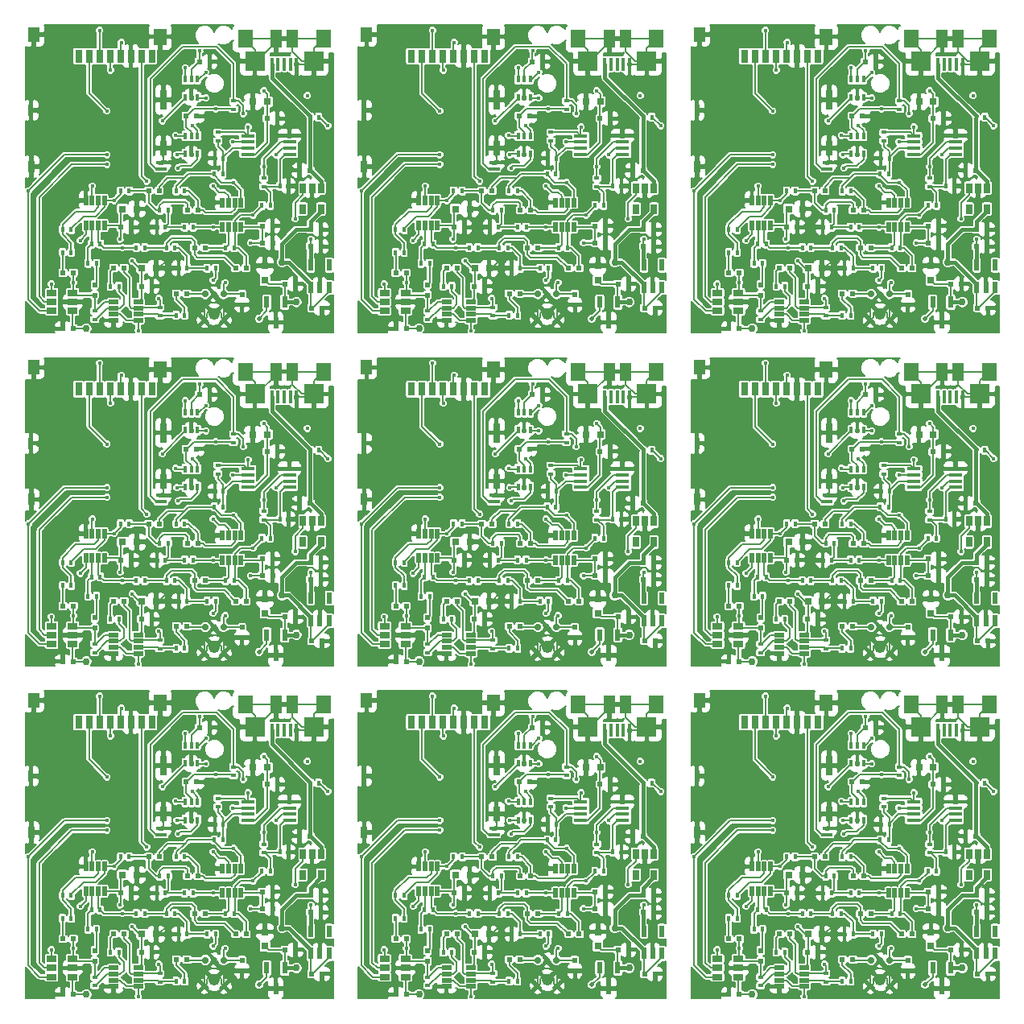
<source format=gbr>
G04 #@! TF.FileFunction,Copper,L1,Top,Signal*
%FSLAX46Y46*%
G04 Gerber Fmt 4.6, Leading zero omitted, Abs format (unit mm)*
G04 Created by KiCad (PCBNEW 4.0.2+dfsg1-stable) date Wed 22 Jun 2016 02:24:39 PM EDT*
%MOMM*%
G01*
G04 APERTURE LIST*
%ADD10C,0.100000*%
%ADD11R,0.500000X1.200000*%
%ADD12R,0.600000X0.400000*%
%ADD13R,0.400000X1.350000*%
%ADD14R,2.100000X2.000000*%
%ADD15R,1.600000X1.900000*%
%ADD16R,1.200000X1.900000*%
%ADD17R,0.398780X0.749300*%
%ADD18R,0.600000X0.500000*%
%ADD19R,0.650000X1.060000*%
%ADD20R,0.400000X0.600000*%
%ADD21C,0.723000*%
%ADD22C,0.562000*%
%ADD23C,0.512000*%
%ADD24C,1.224000*%
%ADD25R,1.060000X0.650000*%
%ADD26R,0.600000X1.250000*%
%ADD27R,1.450000X0.450000*%
%ADD28R,0.480000X0.990000*%
%ADD29R,0.990000X0.480000*%
%ADD30R,0.500000X0.600000*%
%ADD31R,0.750000X0.800000*%
%ADD32R,0.800000X0.750000*%
%ADD33R,0.800000X1.400000*%
%ADD34R,1.350000X1.800000*%
%ADD35R,1.160000X1.500000*%
%ADD36R,0.650000X2.140000*%
%ADD37R,0.600000X1.150000*%
%ADD38R,0.650000X1.600000*%
%ADD39R,0.650000X1.300000*%
%ADD40R,1.100000X0.450000*%
%ADD41R,1.150000X0.450000*%
%ADD42C,0.406400*%
%ADD43C,0.762000*%
%ADD44C,0.508000*%
%ADD45C,0.203200*%
%ADD46C,0.250000*%
%ADD47C,0.381000*%
G04 APERTURE END LIST*
D10*
D11*
X113093000Y-110680000D03*
X114043000Y-110680000D03*
X114993000Y-110680000D03*
X114993000Y-108330000D03*
X113093000Y-108330000D03*
D12*
X104965000Y-91953000D03*
X104965000Y-91053000D03*
D13*
X108999000Y-87185000D03*
X109649000Y-87185000D03*
X110299000Y-87185000D03*
X110949000Y-87185000D03*
X111599000Y-87185000D03*
D14*
X107199000Y-86860000D03*
X113399000Y-86860000D03*
D15*
X114399000Y-84510000D03*
D16*
X111149000Y-84510000D03*
X109449000Y-84510000D03*
D15*
X106199000Y-84510000D03*
D17*
X99869760Y-90674960D03*
X100520000Y-90674960D03*
X101170240Y-90674960D03*
X101170240Y-88775040D03*
X100520000Y-88775040D03*
X99869760Y-88775040D03*
X99869760Y-96643960D03*
X100520000Y-96643960D03*
X101170240Y-96643960D03*
X101170240Y-94744040D03*
X100520000Y-94744040D03*
X99869760Y-94744040D03*
D18*
X101367000Y-86931000D03*
X102467000Y-86931000D03*
X99970000Y-92646000D03*
X101070000Y-92646000D03*
D19*
X114170000Y-100225000D03*
X113220000Y-100225000D03*
X112270000Y-100225000D03*
X112270000Y-102425000D03*
X114170000Y-102425000D03*
D20*
X113924000Y-92773000D03*
X113024000Y-92773000D03*
D18*
X113051000Y-104584000D03*
X114151000Y-104584000D03*
X113051000Y-106362000D03*
X114151000Y-106362000D03*
X113178000Y-112839000D03*
X114278000Y-112839000D03*
D21*
X101968000Y-111372000D03*
D22*
X101919000Y-114109000D03*
X103949000Y-114109000D03*
D21*
X103900000Y-111372000D03*
D23*
X102934000Y-111372000D03*
D24*
X102934000Y-113475000D03*
D25*
X88031000Y-113154000D03*
X88031000Y-112204000D03*
X88031000Y-111254000D03*
X85831000Y-111254000D03*
X85831000Y-113154000D03*
X85831000Y-112204000D03*
D26*
X110360000Y-112213000D03*
X108460000Y-112213000D03*
X109410000Y-114363000D03*
D27*
X106448000Y-94719000D03*
X106448000Y-95369000D03*
X106448000Y-96019000D03*
X106448000Y-96669000D03*
X110848000Y-96669000D03*
X110848000Y-96019000D03*
X110848000Y-95369000D03*
X110848000Y-94719000D03*
D28*
X105757000Y-101740000D03*
X105107000Y-101740000D03*
X104457000Y-101740000D03*
X103807000Y-101740000D03*
X103807000Y-104330000D03*
X104457000Y-104330000D03*
X105107000Y-104330000D03*
X105757000Y-104330000D03*
X91391000Y-101536000D03*
X90741000Y-101536000D03*
X90091000Y-101536000D03*
X89441000Y-101536000D03*
X89441000Y-104126000D03*
X90091000Y-104126000D03*
X90741000Y-104126000D03*
X91391000Y-104126000D03*
D29*
X92342000Y-112189000D03*
X92342000Y-112839000D03*
X92342000Y-113489000D03*
X92342000Y-114139000D03*
X94932000Y-114139000D03*
X94932000Y-113489000D03*
X94932000Y-112839000D03*
X94932000Y-112189000D03*
D20*
X108844000Y-102044000D03*
X107944000Y-102044000D03*
X110749000Y-100012000D03*
X109849000Y-100012000D03*
D12*
X108140000Y-99181000D03*
X108140000Y-100081000D03*
X103314000Y-95255000D03*
X103314000Y-94355000D03*
D20*
X103891000Y-97091000D03*
X102991000Y-97091000D03*
X102933000Y-98742000D03*
X103833000Y-98742000D03*
X95636000Y-106489000D03*
X94736000Y-106489000D03*
X102171000Y-108648000D03*
X103071000Y-108648000D03*
X97911000Y-106489000D03*
X98811000Y-106489000D03*
X99181000Y-108648000D03*
X100081000Y-108648000D03*
X98927000Y-113601000D03*
X99827000Y-113601000D03*
X104134000Y-106489000D03*
X105034000Y-106489000D03*
X90937000Y-106108000D03*
X90037000Y-106108000D03*
D12*
X97218000Y-112770000D03*
X97218000Y-113670000D03*
D20*
X86989000Y-104584000D03*
X87889000Y-104584000D03*
X98927000Y-100520000D03*
X99827000Y-100520000D03*
X86989000Y-106997000D03*
X87889000Y-106997000D03*
X92000000Y-110553000D03*
X92900000Y-110553000D03*
X99816000Y-104330000D03*
X100716000Y-104330000D03*
X97207000Y-102552000D03*
X98107000Y-102552000D03*
X96895000Y-104330000D03*
X97795000Y-104330000D03*
X93085000Y-100520000D03*
X93985000Y-100520000D03*
D18*
X88116000Y-114998000D03*
X87016000Y-114998000D03*
D30*
X105854000Y-111400000D03*
X105854000Y-112500000D03*
D18*
X110384000Y-110299000D03*
X111484000Y-110299000D03*
D31*
X108267000Y-109906000D03*
X108267000Y-108406000D03*
D32*
X108509000Y-91122000D03*
X107009000Y-91122000D03*
D18*
X108479000Y-92900000D03*
X109579000Y-92900000D03*
X100054000Y-111315000D03*
X98954000Y-111315000D03*
X106277000Y-108648000D03*
X105177000Y-108648000D03*
X100859000Y-106489000D03*
X101959000Y-106489000D03*
X107971000Y-105981000D03*
X109071000Y-105981000D03*
X93112000Y-104330000D03*
X94212000Y-104330000D03*
X95271000Y-110553000D03*
X96371000Y-110553000D03*
X107971000Y-104203000D03*
X109071000Y-104203000D03*
D32*
X93293000Y-102425000D03*
X94793000Y-102425000D03*
X95325000Y-108648000D03*
X96825000Y-108648000D03*
D18*
X101197000Y-102552000D03*
X100097000Y-102552000D03*
X96033000Y-100520000D03*
X97133000Y-100520000D03*
X87016000Y-109156000D03*
X88116000Y-109156000D03*
X92350000Y-108648000D03*
X93450000Y-108648000D03*
D30*
X90360000Y-111484000D03*
X90360000Y-110384000D03*
D12*
X90360000Y-114051000D03*
X90360000Y-113151000D03*
D20*
X89656000Y-108140000D03*
X90556000Y-108140000D03*
D18*
X113008000Y-98361000D03*
X111908000Y-98361000D03*
D33*
X96369000Y-86358000D03*
X95269000Y-86358000D03*
X94169000Y-86358000D03*
X93069000Y-86358000D03*
X91969000Y-86358000D03*
X90869000Y-86358000D03*
X89769000Y-86358000D03*
X88669000Y-86358000D03*
D34*
X97259000Y-84308000D03*
D35*
X83939000Y-84058000D03*
D36*
X97584000Y-90938000D03*
D37*
X83659000Y-92033000D03*
D38*
X97584000Y-96018000D03*
D39*
X83684000Y-97958000D03*
D40*
X97359000Y-97523000D03*
D41*
X97334000Y-98183000D03*
D11*
X113093000Y-75660000D03*
X114043000Y-75660000D03*
X114993000Y-75660000D03*
X114993000Y-73310000D03*
X113093000Y-73310000D03*
D12*
X104965000Y-56933000D03*
X104965000Y-56033000D03*
D13*
X108999000Y-52165000D03*
X109649000Y-52165000D03*
X110299000Y-52165000D03*
X110949000Y-52165000D03*
X111599000Y-52165000D03*
D14*
X107199000Y-51840000D03*
X113399000Y-51840000D03*
D15*
X114399000Y-49490000D03*
D16*
X111149000Y-49490000D03*
X109449000Y-49490000D03*
D15*
X106199000Y-49490000D03*
D17*
X99869760Y-55654960D03*
X100520000Y-55654960D03*
X101170240Y-55654960D03*
X101170240Y-53755040D03*
X100520000Y-53755040D03*
X99869760Y-53755040D03*
X99869760Y-61623960D03*
X100520000Y-61623960D03*
X101170240Y-61623960D03*
X101170240Y-59724040D03*
X100520000Y-59724040D03*
X99869760Y-59724040D03*
D18*
X101367000Y-51911000D03*
X102467000Y-51911000D03*
X99970000Y-57626000D03*
X101070000Y-57626000D03*
D19*
X114170000Y-65205000D03*
X113220000Y-65205000D03*
X112270000Y-65205000D03*
X112270000Y-67405000D03*
X114170000Y-67405000D03*
D20*
X113924000Y-57753000D03*
X113024000Y-57753000D03*
D18*
X113051000Y-69564000D03*
X114151000Y-69564000D03*
X113051000Y-71342000D03*
X114151000Y-71342000D03*
X113178000Y-77819000D03*
X114278000Y-77819000D03*
D21*
X101968000Y-76352000D03*
D22*
X101919000Y-79089000D03*
X103949000Y-79089000D03*
D21*
X103900000Y-76352000D03*
D23*
X102934000Y-76352000D03*
D24*
X102934000Y-78455000D03*
D25*
X88031000Y-78134000D03*
X88031000Y-77184000D03*
X88031000Y-76234000D03*
X85831000Y-76234000D03*
X85831000Y-78134000D03*
X85831000Y-77184000D03*
D26*
X110360000Y-77193000D03*
X108460000Y-77193000D03*
X109410000Y-79343000D03*
D27*
X106448000Y-59699000D03*
X106448000Y-60349000D03*
X106448000Y-60999000D03*
X106448000Y-61649000D03*
X110848000Y-61649000D03*
X110848000Y-60999000D03*
X110848000Y-60349000D03*
X110848000Y-59699000D03*
D28*
X105757000Y-66720000D03*
X105107000Y-66720000D03*
X104457000Y-66720000D03*
X103807000Y-66720000D03*
X103807000Y-69310000D03*
X104457000Y-69310000D03*
X105107000Y-69310000D03*
X105757000Y-69310000D03*
X91391000Y-66516000D03*
X90741000Y-66516000D03*
X90091000Y-66516000D03*
X89441000Y-66516000D03*
X89441000Y-69106000D03*
X90091000Y-69106000D03*
X90741000Y-69106000D03*
X91391000Y-69106000D03*
D29*
X92342000Y-77169000D03*
X92342000Y-77819000D03*
X92342000Y-78469000D03*
X92342000Y-79119000D03*
X94932000Y-79119000D03*
X94932000Y-78469000D03*
X94932000Y-77819000D03*
X94932000Y-77169000D03*
D20*
X108844000Y-67024000D03*
X107944000Y-67024000D03*
X110749000Y-64992000D03*
X109849000Y-64992000D03*
D12*
X108140000Y-64161000D03*
X108140000Y-65061000D03*
X103314000Y-60235000D03*
X103314000Y-59335000D03*
D20*
X103891000Y-62071000D03*
X102991000Y-62071000D03*
X102933000Y-63722000D03*
X103833000Y-63722000D03*
X95636000Y-71469000D03*
X94736000Y-71469000D03*
X102171000Y-73628000D03*
X103071000Y-73628000D03*
X97911000Y-71469000D03*
X98811000Y-71469000D03*
X99181000Y-73628000D03*
X100081000Y-73628000D03*
X98927000Y-78581000D03*
X99827000Y-78581000D03*
X104134000Y-71469000D03*
X105034000Y-71469000D03*
X90937000Y-71088000D03*
X90037000Y-71088000D03*
D12*
X97218000Y-77750000D03*
X97218000Y-78650000D03*
D20*
X86989000Y-69564000D03*
X87889000Y-69564000D03*
X98927000Y-65500000D03*
X99827000Y-65500000D03*
X86989000Y-71977000D03*
X87889000Y-71977000D03*
X92000000Y-75533000D03*
X92900000Y-75533000D03*
X99816000Y-69310000D03*
X100716000Y-69310000D03*
X97207000Y-67532000D03*
X98107000Y-67532000D03*
X96895000Y-69310000D03*
X97795000Y-69310000D03*
X93085000Y-65500000D03*
X93985000Y-65500000D03*
D18*
X88116000Y-79978000D03*
X87016000Y-79978000D03*
D30*
X105854000Y-76380000D03*
X105854000Y-77480000D03*
D18*
X110384000Y-75279000D03*
X111484000Y-75279000D03*
D31*
X108267000Y-74886000D03*
X108267000Y-73386000D03*
D32*
X108509000Y-56102000D03*
X107009000Y-56102000D03*
D18*
X108479000Y-57880000D03*
X109579000Y-57880000D03*
X100054000Y-76295000D03*
X98954000Y-76295000D03*
X106277000Y-73628000D03*
X105177000Y-73628000D03*
X100859000Y-71469000D03*
X101959000Y-71469000D03*
X107971000Y-70961000D03*
X109071000Y-70961000D03*
X93112000Y-69310000D03*
X94212000Y-69310000D03*
X95271000Y-75533000D03*
X96371000Y-75533000D03*
X107971000Y-69183000D03*
X109071000Y-69183000D03*
D32*
X93293000Y-67405000D03*
X94793000Y-67405000D03*
X95325000Y-73628000D03*
X96825000Y-73628000D03*
D18*
X101197000Y-67532000D03*
X100097000Y-67532000D03*
X96033000Y-65500000D03*
X97133000Y-65500000D03*
X87016000Y-74136000D03*
X88116000Y-74136000D03*
X92350000Y-73628000D03*
X93450000Y-73628000D03*
D30*
X90360000Y-76464000D03*
X90360000Y-75364000D03*
D12*
X90360000Y-79031000D03*
X90360000Y-78131000D03*
D20*
X89656000Y-73120000D03*
X90556000Y-73120000D03*
D18*
X113008000Y-63341000D03*
X111908000Y-63341000D03*
D33*
X96369000Y-51338000D03*
X95269000Y-51338000D03*
X94169000Y-51338000D03*
X93069000Y-51338000D03*
X91969000Y-51338000D03*
X90869000Y-51338000D03*
X89769000Y-51338000D03*
X88669000Y-51338000D03*
D34*
X97259000Y-49288000D03*
D35*
X83939000Y-49038000D03*
D36*
X97584000Y-55918000D03*
D37*
X83659000Y-57013000D03*
D38*
X97584000Y-60998000D03*
D39*
X83684000Y-62938000D03*
D40*
X97359000Y-62503000D03*
D41*
X97334000Y-63163000D03*
D11*
X113093000Y-40640000D03*
X114043000Y-40640000D03*
X114993000Y-40640000D03*
X114993000Y-38290000D03*
X113093000Y-38290000D03*
D12*
X104965000Y-21913000D03*
X104965000Y-21013000D03*
D13*
X108999000Y-17145000D03*
X109649000Y-17145000D03*
X110299000Y-17145000D03*
X110949000Y-17145000D03*
X111599000Y-17145000D03*
D14*
X107199000Y-16820000D03*
X113399000Y-16820000D03*
D15*
X114399000Y-14470000D03*
D16*
X111149000Y-14470000D03*
X109449000Y-14470000D03*
D15*
X106199000Y-14470000D03*
D17*
X99869760Y-20634960D03*
X100520000Y-20634960D03*
X101170240Y-20634960D03*
X101170240Y-18735040D03*
X100520000Y-18735040D03*
X99869760Y-18735040D03*
X99869760Y-26603960D03*
X100520000Y-26603960D03*
X101170240Y-26603960D03*
X101170240Y-24704040D03*
X100520000Y-24704040D03*
X99869760Y-24704040D03*
D18*
X101367000Y-16891000D03*
X102467000Y-16891000D03*
X99970000Y-22606000D03*
X101070000Y-22606000D03*
D19*
X114170000Y-30185000D03*
X113220000Y-30185000D03*
X112270000Y-30185000D03*
X112270000Y-32385000D03*
X114170000Y-32385000D03*
D20*
X113924000Y-22733000D03*
X113024000Y-22733000D03*
D18*
X113051000Y-34544000D03*
X114151000Y-34544000D03*
X113051000Y-36322000D03*
X114151000Y-36322000D03*
X113178000Y-42799000D03*
X114278000Y-42799000D03*
D21*
X101968000Y-41332000D03*
D22*
X101919000Y-44069000D03*
X103949000Y-44069000D03*
D21*
X103900000Y-41332000D03*
D23*
X102934000Y-41332000D03*
D24*
X102934000Y-43435000D03*
D25*
X88031000Y-43114000D03*
X88031000Y-42164000D03*
X88031000Y-41214000D03*
X85831000Y-41214000D03*
X85831000Y-43114000D03*
X85831000Y-42164000D03*
D26*
X110360000Y-42173000D03*
X108460000Y-42173000D03*
X109410000Y-44323000D03*
D27*
X106448000Y-24679000D03*
X106448000Y-25329000D03*
X106448000Y-25979000D03*
X106448000Y-26629000D03*
X110848000Y-26629000D03*
X110848000Y-25979000D03*
X110848000Y-25329000D03*
X110848000Y-24679000D03*
D28*
X105757000Y-31700000D03*
X105107000Y-31700000D03*
X104457000Y-31700000D03*
X103807000Y-31700000D03*
X103807000Y-34290000D03*
X104457000Y-34290000D03*
X105107000Y-34290000D03*
X105757000Y-34290000D03*
X91391000Y-31496000D03*
X90741000Y-31496000D03*
X90091000Y-31496000D03*
X89441000Y-31496000D03*
X89441000Y-34086000D03*
X90091000Y-34086000D03*
X90741000Y-34086000D03*
X91391000Y-34086000D03*
D29*
X92342000Y-42149000D03*
X92342000Y-42799000D03*
X92342000Y-43449000D03*
X92342000Y-44099000D03*
X94932000Y-44099000D03*
X94932000Y-43449000D03*
X94932000Y-42799000D03*
X94932000Y-42149000D03*
D20*
X108844000Y-32004000D03*
X107944000Y-32004000D03*
X110749000Y-29972000D03*
X109849000Y-29972000D03*
D12*
X108140000Y-29141000D03*
X108140000Y-30041000D03*
X103314000Y-25215000D03*
X103314000Y-24315000D03*
D20*
X103891000Y-27051000D03*
X102991000Y-27051000D03*
X102933000Y-28702000D03*
X103833000Y-28702000D03*
X95636000Y-36449000D03*
X94736000Y-36449000D03*
X102171000Y-38608000D03*
X103071000Y-38608000D03*
X97911000Y-36449000D03*
X98811000Y-36449000D03*
X99181000Y-38608000D03*
X100081000Y-38608000D03*
X98927000Y-43561000D03*
X99827000Y-43561000D03*
X104134000Y-36449000D03*
X105034000Y-36449000D03*
X90937000Y-36068000D03*
X90037000Y-36068000D03*
D12*
X97218000Y-42730000D03*
X97218000Y-43630000D03*
D20*
X86989000Y-34544000D03*
X87889000Y-34544000D03*
X98927000Y-30480000D03*
X99827000Y-30480000D03*
X86989000Y-36957000D03*
X87889000Y-36957000D03*
X92000000Y-40513000D03*
X92900000Y-40513000D03*
X99816000Y-34290000D03*
X100716000Y-34290000D03*
X97207000Y-32512000D03*
X98107000Y-32512000D03*
X96895000Y-34290000D03*
X97795000Y-34290000D03*
X93085000Y-30480000D03*
X93985000Y-30480000D03*
D18*
X88116000Y-44958000D03*
X87016000Y-44958000D03*
D30*
X105854000Y-41360000D03*
X105854000Y-42460000D03*
D18*
X110384000Y-40259000D03*
X111484000Y-40259000D03*
D31*
X108267000Y-39866000D03*
X108267000Y-38366000D03*
D32*
X108509000Y-21082000D03*
X107009000Y-21082000D03*
D18*
X108479000Y-22860000D03*
X109579000Y-22860000D03*
X100054000Y-41275000D03*
X98954000Y-41275000D03*
X106277000Y-38608000D03*
X105177000Y-38608000D03*
X100859000Y-36449000D03*
X101959000Y-36449000D03*
X107971000Y-35941000D03*
X109071000Y-35941000D03*
X93112000Y-34290000D03*
X94212000Y-34290000D03*
X95271000Y-40513000D03*
X96371000Y-40513000D03*
X107971000Y-34163000D03*
X109071000Y-34163000D03*
D32*
X93293000Y-32385000D03*
X94793000Y-32385000D03*
X95325000Y-38608000D03*
X96825000Y-38608000D03*
D18*
X101197000Y-32512000D03*
X100097000Y-32512000D03*
X96033000Y-30480000D03*
X97133000Y-30480000D03*
X87016000Y-39116000D03*
X88116000Y-39116000D03*
X92350000Y-38608000D03*
X93450000Y-38608000D03*
D30*
X90360000Y-41444000D03*
X90360000Y-40344000D03*
D12*
X90360000Y-44011000D03*
X90360000Y-43111000D03*
D20*
X89656000Y-38100000D03*
X90556000Y-38100000D03*
D18*
X113008000Y-28321000D03*
X111908000Y-28321000D03*
D33*
X96369000Y-16318000D03*
X95269000Y-16318000D03*
X94169000Y-16318000D03*
X93069000Y-16318000D03*
X91969000Y-16318000D03*
X90869000Y-16318000D03*
X89769000Y-16318000D03*
X88669000Y-16318000D03*
D34*
X97259000Y-14268000D03*
D35*
X83939000Y-14018000D03*
D36*
X97584000Y-20898000D03*
D37*
X83659000Y-21993000D03*
D38*
X97584000Y-25978000D03*
D39*
X83684000Y-27918000D03*
D40*
X97359000Y-27483000D03*
D41*
X97334000Y-28143000D03*
D11*
X78073000Y-110680000D03*
X79023000Y-110680000D03*
X79973000Y-110680000D03*
X79973000Y-108330000D03*
X78073000Y-108330000D03*
D12*
X69945000Y-91953000D03*
X69945000Y-91053000D03*
D13*
X73979000Y-87185000D03*
X74629000Y-87185000D03*
X75279000Y-87185000D03*
X75929000Y-87185000D03*
X76579000Y-87185000D03*
D14*
X72179000Y-86860000D03*
X78379000Y-86860000D03*
D15*
X79379000Y-84510000D03*
D16*
X76129000Y-84510000D03*
X74429000Y-84510000D03*
D15*
X71179000Y-84510000D03*
D17*
X64849760Y-90674960D03*
X65500000Y-90674960D03*
X66150240Y-90674960D03*
X66150240Y-88775040D03*
X65500000Y-88775040D03*
X64849760Y-88775040D03*
X64849760Y-96643960D03*
X65500000Y-96643960D03*
X66150240Y-96643960D03*
X66150240Y-94744040D03*
X65500000Y-94744040D03*
X64849760Y-94744040D03*
D18*
X66347000Y-86931000D03*
X67447000Y-86931000D03*
X64950000Y-92646000D03*
X66050000Y-92646000D03*
D19*
X79150000Y-100225000D03*
X78200000Y-100225000D03*
X77250000Y-100225000D03*
X77250000Y-102425000D03*
X79150000Y-102425000D03*
D20*
X78904000Y-92773000D03*
X78004000Y-92773000D03*
D18*
X78031000Y-104584000D03*
X79131000Y-104584000D03*
X78031000Y-106362000D03*
X79131000Y-106362000D03*
X78158000Y-112839000D03*
X79258000Y-112839000D03*
D21*
X66948000Y-111372000D03*
D22*
X66899000Y-114109000D03*
X68929000Y-114109000D03*
D21*
X68880000Y-111372000D03*
D23*
X67914000Y-111372000D03*
D24*
X67914000Y-113475000D03*
D25*
X53011000Y-113154000D03*
X53011000Y-112204000D03*
X53011000Y-111254000D03*
X50811000Y-111254000D03*
X50811000Y-113154000D03*
X50811000Y-112204000D03*
D26*
X75340000Y-112213000D03*
X73440000Y-112213000D03*
X74390000Y-114363000D03*
D27*
X71428000Y-94719000D03*
X71428000Y-95369000D03*
X71428000Y-96019000D03*
X71428000Y-96669000D03*
X75828000Y-96669000D03*
X75828000Y-96019000D03*
X75828000Y-95369000D03*
X75828000Y-94719000D03*
D28*
X70737000Y-101740000D03*
X70087000Y-101740000D03*
X69437000Y-101740000D03*
X68787000Y-101740000D03*
X68787000Y-104330000D03*
X69437000Y-104330000D03*
X70087000Y-104330000D03*
X70737000Y-104330000D03*
X56371000Y-101536000D03*
X55721000Y-101536000D03*
X55071000Y-101536000D03*
X54421000Y-101536000D03*
X54421000Y-104126000D03*
X55071000Y-104126000D03*
X55721000Y-104126000D03*
X56371000Y-104126000D03*
D29*
X57322000Y-112189000D03*
X57322000Y-112839000D03*
X57322000Y-113489000D03*
X57322000Y-114139000D03*
X59912000Y-114139000D03*
X59912000Y-113489000D03*
X59912000Y-112839000D03*
X59912000Y-112189000D03*
D20*
X73824000Y-102044000D03*
X72924000Y-102044000D03*
X75729000Y-100012000D03*
X74829000Y-100012000D03*
D12*
X73120000Y-99181000D03*
X73120000Y-100081000D03*
X68294000Y-95255000D03*
X68294000Y-94355000D03*
D20*
X68871000Y-97091000D03*
X67971000Y-97091000D03*
X67913000Y-98742000D03*
X68813000Y-98742000D03*
X60616000Y-106489000D03*
X59716000Y-106489000D03*
X67151000Y-108648000D03*
X68051000Y-108648000D03*
X62891000Y-106489000D03*
X63791000Y-106489000D03*
X64161000Y-108648000D03*
X65061000Y-108648000D03*
X63907000Y-113601000D03*
X64807000Y-113601000D03*
X69114000Y-106489000D03*
X70014000Y-106489000D03*
X55917000Y-106108000D03*
X55017000Y-106108000D03*
D12*
X62198000Y-112770000D03*
X62198000Y-113670000D03*
D20*
X51969000Y-104584000D03*
X52869000Y-104584000D03*
X63907000Y-100520000D03*
X64807000Y-100520000D03*
X51969000Y-106997000D03*
X52869000Y-106997000D03*
X56980000Y-110553000D03*
X57880000Y-110553000D03*
X64796000Y-104330000D03*
X65696000Y-104330000D03*
X62187000Y-102552000D03*
X63087000Y-102552000D03*
X61875000Y-104330000D03*
X62775000Y-104330000D03*
X58065000Y-100520000D03*
X58965000Y-100520000D03*
D18*
X53096000Y-114998000D03*
X51996000Y-114998000D03*
D30*
X70834000Y-111400000D03*
X70834000Y-112500000D03*
D18*
X75364000Y-110299000D03*
X76464000Y-110299000D03*
D31*
X73247000Y-109906000D03*
X73247000Y-108406000D03*
D32*
X73489000Y-91122000D03*
X71989000Y-91122000D03*
D18*
X73459000Y-92900000D03*
X74559000Y-92900000D03*
X65034000Y-111315000D03*
X63934000Y-111315000D03*
X71257000Y-108648000D03*
X70157000Y-108648000D03*
X65839000Y-106489000D03*
X66939000Y-106489000D03*
X72951000Y-105981000D03*
X74051000Y-105981000D03*
X58092000Y-104330000D03*
X59192000Y-104330000D03*
X60251000Y-110553000D03*
X61351000Y-110553000D03*
X72951000Y-104203000D03*
X74051000Y-104203000D03*
D32*
X58273000Y-102425000D03*
X59773000Y-102425000D03*
X60305000Y-108648000D03*
X61805000Y-108648000D03*
D18*
X66177000Y-102552000D03*
X65077000Y-102552000D03*
X61013000Y-100520000D03*
X62113000Y-100520000D03*
X51996000Y-109156000D03*
X53096000Y-109156000D03*
X57330000Y-108648000D03*
X58430000Y-108648000D03*
D30*
X55340000Y-111484000D03*
X55340000Y-110384000D03*
D12*
X55340000Y-114051000D03*
X55340000Y-113151000D03*
D20*
X54636000Y-108140000D03*
X55536000Y-108140000D03*
D18*
X77988000Y-98361000D03*
X76888000Y-98361000D03*
D33*
X61349000Y-86358000D03*
X60249000Y-86358000D03*
X59149000Y-86358000D03*
X58049000Y-86358000D03*
X56949000Y-86358000D03*
X55849000Y-86358000D03*
X54749000Y-86358000D03*
X53649000Y-86358000D03*
D34*
X62239000Y-84308000D03*
D35*
X48919000Y-84058000D03*
D36*
X62564000Y-90938000D03*
D37*
X48639000Y-92033000D03*
D38*
X62564000Y-96018000D03*
D39*
X48664000Y-97958000D03*
D40*
X62339000Y-97523000D03*
D41*
X62314000Y-98183000D03*
D11*
X78073000Y-75660000D03*
X79023000Y-75660000D03*
X79973000Y-75660000D03*
X79973000Y-73310000D03*
X78073000Y-73310000D03*
D12*
X69945000Y-56933000D03*
X69945000Y-56033000D03*
D13*
X73979000Y-52165000D03*
X74629000Y-52165000D03*
X75279000Y-52165000D03*
X75929000Y-52165000D03*
X76579000Y-52165000D03*
D14*
X72179000Y-51840000D03*
X78379000Y-51840000D03*
D15*
X79379000Y-49490000D03*
D16*
X76129000Y-49490000D03*
X74429000Y-49490000D03*
D15*
X71179000Y-49490000D03*
D17*
X64849760Y-55654960D03*
X65500000Y-55654960D03*
X66150240Y-55654960D03*
X66150240Y-53755040D03*
X65500000Y-53755040D03*
X64849760Y-53755040D03*
X64849760Y-61623960D03*
X65500000Y-61623960D03*
X66150240Y-61623960D03*
X66150240Y-59724040D03*
X65500000Y-59724040D03*
X64849760Y-59724040D03*
D18*
X66347000Y-51911000D03*
X67447000Y-51911000D03*
X64950000Y-57626000D03*
X66050000Y-57626000D03*
D19*
X79150000Y-65205000D03*
X78200000Y-65205000D03*
X77250000Y-65205000D03*
X77250000Y-67405000D03*
X79150000Y-67405000D03*
D20*
X78904000Y-57753000D03*
X78004000Y-57753000D03*
D18*
X78031000Y-69564000D03*
X79131000Y-69564000D03*
X78031000Y-71342000D03*
X79131000Y-71342000D03*
X78158000Y-77819000D03*
X79258000Y-77819000D03*
D21*
X66948000Y-76352000D03*
D22*
X66899000Y-79089000D03*
X68929000Y-79089000D03*
D21*
X68880000Y-76352000D03*
D23*
X67914000Y-76352000D03*
D24*
X67914000Y-78455000D03*
D25*
X53011000Y-78134000D03*
X53011000Y-77184000D03*
X53011000Y-76234000D03*
X50811000Y-76234000D03*
X50811000Y-78134000D03*
X50811000Y-77184000D03*
D26*
X75340000Y-77193000D03*
X73440000Y-77193000D03*
X74390000Y-79343000D03*
D27*
X71428000Y-59699000D03*
X71428000Y-60349000D03*
X71428000Y-60999000D03*
X71428000Y-61649000D03*
X75828000Y-61649000D03*
X75828000Y-60999000D03*
X75828000Y-60349000D03*
X75828000Y-59699000D03*
D28*
X70737000Y-66720000D03*
X70087000Y-66720000D03*
X69437000Y-66720000D03*
X68787000Y-66720000D03*
X68787000Y-69310000D03*
X69437000Y-69310000D03*
X70087000Y-69310000D03*
X70737000Y-69310000D03*
X56371000Y-66516000D03*
X55721000Y-66516000D03*
X55071000Y-66516000D03*
X54421000Y-66516000D03*
X54421000Y-69106000D03*
X55071000Y-69106000D03*
X55721000Y-69106000D03*
X56371000Y-69106000D03*
D29*
X57322000Y-77169000D03*
X57322000Y-77819000D03*
X57322000Y-78469000D03*
X57322000Y-79119000D03*
X59912000Y-79119000D03*
X59912000Y-78469000D03*
X59912000Y-77819000D03*
X59912000Y-77169000D03*
D20*
X73824000Y-67024000D03*
X72924000Y-67024000D03*
X75729000Y-64992000D03*
X74829000Y-64992000D03*
D12*
X73120000Y-64161000D03*
X73120000Y-65061000D03*
X68294000Y-60235000D03*
X68294000Y-59335000D03*
D20*
X68871000Y-62071000D03*
X67971000Y-62071000D03*
X67913000Y-63722000D03*
X68813000Y-63722000D03*
X60616000Y-71469000D03*
X59716000Y-71469000D03*
X67151000Y-73628000D03*
X68051000Y-73628000D03*
X62891000Y-71469000D03*
X63791000Y-71469000D03*
X64161000Y-73628000D03*
X65061000Y-73628000D03*
X63907000Y-78581000D03*
X64807000Y-78581000D03*
X69114000Y-71469000D03*
X70014000Y-71469000D03*
X55917000Y-71088000D03*
X55017000Y-71088000D03*
D12*
X62198000Y-77750000D03*
X62198000Y-78650000D03*
D20*
X51969000Y-69564000D03*
X52869000Y-69564000D03*
X63907000Y-65500000D03*
X64807000Y-65500000D03*
X51969000Y-71977000D03*
X52869000Y-71977000D03*
X56980000Y-75533000D03*
X57880000Y-75533000D03*
X64796000Y-69310000D03*
X65696000Y-69310000D03*
X62187000Y-67532000D03*
X63087000Y-67532000D03*
X61875000Y-69310000D03*
X62775000Y-69310000D03*
X58065000Y-65500000D03*
X58965000Y-65500000D03*
D18*
X53096000Y-79978000D03*
X51996000Y-79978000D03*
D30*
X70834000Y-76380000D03*
X70834000Y-77480000D03*
D18*
X75364000Y-75279000D03*
X76464000Y-75279000D03*
D31*
X73247000Y-74886000D03*
X73247000Y-73386000D03*
D32*
X73489000Y-56102000D03*
X71989000Y-56102000D03*
D18*
X73459000Y-57880000D03*
X74559000Y-57880000D03*
X65034000Y-76295000D03*
X63934000Y-76295000D03*
X71257000Y-73628000D03*
X70157000Y-73628000D03*
X65839000Y-71469000D03*
X66939000Y-71469000D03*
X72951000Y-70961000D03*
X74051000Y-70961000D03*
X58092000Y-69310000D03*
X59192000Y-69310000D03*
X60251000Y-75533000D03*
X61351000Y-75533000D03*
X72951000Y-69183000D03*
X74051000Y-69183000D03*
D32*
X58273000Y-67405000D03*
X59773000Y-67405000D03*
X60305000Y-73628000D03*
X61805000Y-73628000D03*
D18*
X66177000Y-67532000D03*
X65077000Y-67532000D03*
X61013000Y-65500000D03*
X62113000Y-65500000D03*
X51996000Y-74136000D03*
X53096000Y-74136000D03*
X57330000Y-73628000D03*
X58430000Y-73628000D03*
D30*
X55340000Y-76464000D03*
X55340000Y-75364000D03*
D12*
X55340000Y-79031000D03*
X55340000Y-78131000D03*
D20*
X54636000Y-73120000D03*
X55536000Y-73120000D03*
D18*
X77988000Y-63341000D03*
X76888000Y-63341000D03*
D33*
X61349000Y-51338000D03*
X60249000Y-51338000D03*
X59149000Y-51338000D03*
X58049000Y-51338000D03*
X56949000Y-51338000D03*
X55849000Y-51338000D03*
X54749000Y-51338000D03*
X53649000Y-51338000D03*
D34*
X62239000Y-49288000D03*
D35*
X48919000Y-49038000D03*
D36*
X62564000Y-55918000D03*
D37*
X48639000Y-57013000D03*
D38*
X62564000Y-60998000D03*
D39*
X48664000Y-62938000D03*
D40*
X62339000Y-62503000D03*
D41*
X62314000Y-63163000D03*
D11*
X78073000Y-40640000D03*
X79023000Y-40640000D03*
X79973000Y-40640000D03*
X79973000Y-38290000D03*
X78073000Y-38290000D03*
D12*
X69945000Y-21913000D03*
X69945000Y-21013000D03*
D13*
X73979000Y-17145000D03*
X74629000Y-17145000D03*
X75279000Y-17145000D03*
X75929000Y-17145000D03*
X76579000Y-17145000D03*
D14*
X72179000Y-16820000D03*
X78379000Y-16820000D03*
D15*
X79379000Y-14470000D03*
D16*
X76129000Y-14470000D03*
X74429000Y-14470000D03*
D15*
X71179000Y-14470000D03*
D17*
X64849760Y-20634960D03*
X65500000Y-20634960D03*
X66150240Y-20634960D03*
X66150240Y-18735040D03*
X65500000Y-18735040D03*
X64849760Y-18735040D03*
X64849760Y-26603960D03*
X65500000Y-26603960D03*
X66150240Y-26603960D03*
X66150240Y-24704040D03*
X65500000Y-24704040D03*
X64849760Y-24704040D03*
D18*
X66347000Y-16891000D03*
X67447000Y-16891000D03*
X64950000Y-22606000D03*
X66050000Y-22606000D03*
D19*
X79150000Y-30185000D03*
X78200000Y-30185000D03*
X77250000Y-30185000D03*
X77250000Y-32385000D03*
X79150000Y-32385000D03*
D20*
X78904000Y-22733000D03*
X78004000Y-22733000D03*
D18*
X78031000Y-34544000D03*
X79131000Y-34544000D03*
X78031000Y-36322000D03*
X79131000Y-36322000D03*
X78158000Y-42799000D03*
X79258000Y-42799000D03*
D21*
X66948000Y-41332000D03*
D22*
X66899000Y-44069000D03*
X68929000Y-44069000D03*
D21*
X68880000Y-41332000D03*
D23*
X67914000Y-41332000D03*
D24*
X67914000Y-43435000D03*
D25*
X53011000Y-43114000D03*
X53011000Y-42164000D03*
X53011000Y-41214000D03*
X50811000Y-41214000D03*
X50811000Y-43114000D03*
X50811000Y-42164000D03*
D26*
X75340000Y-42173000D03*
X73440000Y-42173000D03*
X74390000Y-44323000D03*
D27*
X71428000Y-24679000D03*
X71428000Y-25329000D03*
X71428000Y-25979000D03*
X71428000Y-26629000D03*
X75828000Y-26629000D03*
X75828000Y-25979000D03*
X75828000Y-25329000D03*
X75828000Y-24679000D03*
D28*
X70737000Y-31700000D03*
X70087000Y-31700000D03*
X69437000Y-31700000D03*
X68787000Y-31700000D03*
X68787000Y-34290000D03*
X69437000Y-34290000D03*
X70087000Y-34290000D03*
X70737000Y-34290000D03*
X56371000Y-31496000D03*
X55721000Y-31496000D03*
X55071000Y-31496000D03*
X54421000Y-31496000D03*
X54421000Y-34086000D03*
X55071000Y-34086000D03*
X55721000Y-34086000D03*
X56371000Y-34086000D03*
D29*
X57322000Y-42149000D03*
X57322000Y-42799000D03*
X57322000Y-43449000D03*
X57322000Y-44099000D03*
X59912000Y-44099000D03*
X59912000Y-43449000D03*
X59912000Y-42799000D03*
X59912000Y-42149000D03*
D20*
X73824000Y-32004000D03*
X72924000Y-32004000D03*
X75729000Y-29972000D03*
X74829000Y-29972000D03*
D12*
X73120000Y-29141000D03*
X73120000Y-30041000D03*
X68294000Y-25215000D03*
X68294000Y-24315000D03*
D20*
X68871000Y-27051000D03*
X67971000Y-27051000D03*
X67913000Y-28702000D03*
X68813000Y-28702000D03*
X60616000Y-36449000D03*
X59716000Y-36449000D03*
X67151000Y-38608000D03*
X68051000Y-38608000D03*
X62891000Y-36449000D03*
X63791000Y-36449000D03*
X64161000Y-38608000D03*
X65061000Y-38608000D03*
X63907000Y-43561000D03*
X64807000Y-43561000D03*
X69114000Y-36449000D03*
X70014000Y-36449000D03*
X55917000Y-36068000D03*
X55017000Y-36068000D03*
D12*
X62198000Y-42730000D03*
X62198000Y-43630000D03*
D20*
X51969000Y-34544000D03*
X52869000Y-34544000D03*
X63907000Y-30480000D03*
X64807000Y-30480000D03*
X51969000Y-36957000D03*
X52869000Y-36957000D03*
X56980000Y-40513000D03*
X57880000Y-40513000D03*
X64796000Y-34290000D03*
X65696000Y-34290000D03*
X62187000Y-32512000D03*
X63087000Y-32512000D03*
X61875000Y-34290000D03*
X62775000Y-34290000D03*
X58065000Y-30480000D03*
X58965000Y-30480000D03*
D18*
X53096000Y-44958000D03*
X51996000Y-44958000D03*
D30*
X70834000Y-41360000D03*
X70834000Y-42460000D03*
D18*
X75364000Y-40259000D03*
X76464000Y-40259000D03*
D31*
X73247000Y-39866000D03*
X73247000Y-38366000D03*
D32*
X73489000Y-21082000D03*
X71989000Y-21082000D03*
D18*
X73459000Y-22860000D03*
X74559000Y-22860000D03*
X65034000Y-41275000D03*
X63934000Y-41275000D03*
X71257000Y-38608000D03*
X70157000Y-38608000D03*
X65839000Y-36449000D03*
X66939000Y-36449000D03*
X72951000Y-35941000D03*
X74051000Y-35941000D03*
X58092000Y-34290000D03*
X59192000Y-34290000D03*
X60251000Y-40513000D03*
X61351000Y-40513000D03*
X72951000Y-34163000D03*
X74051000Y-34163000D03*
D32*
X58273000Y-32385000D03*
X59773000Y-32385000D03*
X60305000Y-38608000D03*
X61805000Y-38608000D03*
D18*
X66177000Y-32512000D03*
X65077000Y-32512000D03*
X61013000Y-30480000D03*
X62113000Y-30480000D03*
X51996000Y-39116000D03*
X53096000Y-39116000D03*
X57330000Y-38608000D03*
X58430000Y-38608000D03*
D30*
X55340000Y-41444000D03*
X55340000Y-40344000D03*
D12*
X55340000Y-44011000D03*
X55340000Y-43111000D03*
D20*
X54636000Y-38100000D03*
X55536000Y-38100000D03*
D18*
X77988000Y-28321000D03*
X76888000Y-28321000D03*
D33*
X61349000Y-16318000D03*
X60249000Y-16318000D03*
X59149000Y-16318000D03*
X58049000Y-16318000D03*
X56949000Y-16318000D03*
X55849000Y-16318000D03*
X54749000Y-16318000D03*
X53649000Y-16318000D03*
D34*
X62239000Y-14268000D03*
D35*
X48919000Y-14018000D03*
D36*
X62564000Y-20898000D03*
D37*
X48639000Y-21993000D03*
D38*
X62564000Y-25978000D03*
D39*
X48664000Y-27918000D03*
D40*
X62339000Y-27483000D03*
D41*
X62314000Y-28143000D03*
D11*
X43053000Y-110680000D03*
X44003000Y-110680000D03*
X44953000Y-110680000D03*
X44953000Y-108330000D03*
X43053000Y-108330000D03*
D12*
X34925000Y-91953000D03*
X34925000Y-91053000D03*
D13*
X38959000Y-87185000D03*
X39609000Y-87185000D03*
X40259000Y-87185000D03*
X40909000Y-87185000D03*
X41559000Y-87185000D03*
D14*
X37159000Y-86860000D03*
X43359000Y-86860000D03*
D15*
X44359000Y-84510000D03*
D16*
X41109000Y-84510000D03*
X39409000Y-84510000D03*
D15*
X36159000Y-84510000D03*
D17*
X29829760Y-90674960D03*
X30480000Y-90674960D03*
X31130240Y-90674960D03*
X31130240Y-88775040D03*
X30480000Y-88775040D03*
X29829760Y-88775040D03*
X29829760Y-96643960D03*
X30480000Y-96643960D03*
X31130240Y-96643960D03*
X31130240Y-94744040D03*
X30480000Y-94744040D03*
X29829760Y-94744040D03*
D18*
X31327000Y-86931000D03*
X32427000Y-86931000D03*
X29930000Y-92646000D03*
X31030000Y-92646000D03*
D19*
X44130000Y-100225000D03*
X43180000Y-100225000D03*
X42230000Y-100225000D03*
X42230000Y-102425000D03*
X44130000Y-102425000D03*
D20*
X43884000Y-92773000D03*
X42984000Y-92773000D03*
D18*
X43011000Y-104584000D03*
X44111000Y-104584000D03*
X43011000Y-106362000D03*
X44111000Y-106362000D03*
X43138000Y-112839000D03*
X44238000Y-112839000D03*
D21*
X31928000Y-111372000D03*
D22*
X31879000Y-114109000D03*
X33909000Y-114109000D03*
D21*
X33860000Y-111372000D03*
D23*
X32894000Y-111372000D03*
D24*
X32894000Y-113475000D03*
D25*
X17991000Y-113154000D03*
X17991000Y-112204000D03*
X17991000Y-111254000D03*
X15791000Y-111254000D03*
X15791000Y-113154000D03*
X15791000Y-112204000D03*
D26*
X40320000Y-112213000D03*
X38420000Y-112213000D03*
X39370000Y-114363000D03*
D27*
X36408000Y-94719000D03*
X36408000Y-95369000D03*
X36408000Y-96019000D03*
X36408000Y-96669000D03*
X40808000Y-96669000D03*
X40808000Y-96019000D03*
X40808000Y-95369000D03*
X40808000Y-94719000D03*
D28*
X35717000Y-101740000D03*
X35067000Y-101740000D03*
X34417000Y-101740000D03*
X33767000Y-101740000D03*
X33767000Y-104330000D03*
X34417000Y-104330000D03*
X35067000Y-104330000D03*
X35717000Y-104330000D03*
X21351000Y-101536000D03*
X20701000Y-101536000D03*
X20051000Y-101536000D03*
X19401000Y-101536000D03*
X19401000Y-104126000D03*
X20051000Y-104126000D03*
X20701000Y-104126000D03*
X21351000Y-104126000D03*
D29*
X22302000Y-112189000D03*
X22302000Y-112839000D03*
X22302000Y-113489000D03*
X22302000Y-114139000D03*
X24892000Y-114139000D03*
X24892000Y-113489000D03*
X24892000Y-112839000D03*
X24892000Y-112189000D03*
D20*
X38804000Y-102044000D03*
X37904000Y-102044000D03*
X40709000Y-100012000D03*
X39809000Y-100012000D03*
D12*
X38100000Y-99181000D03*
X38100000Y-100081000D03*
X33274000Y-95255000D03*
X33274000Y-94355000D03*
D20*
X33851000Y-97091000D03*
X32951000Y-97091000D03*
X32893000Y-98742000D03*
X33793000Y-98742000D03*
X25596000Y-106489000D03*
X24696000Y-106489000D03*
X32131000Y-108648000D03*
X33031000Y-108648000D03*
X27871000Y-106489000D03*
X28771000Y-106489000D03*
X29141000Y-108648000D03*
X30041000Y-108648000D03*
X28887000Y-113601000D03*
X29787000Y-113601000D03*
X34094000Y-106489000D03*
X34994000Y-106489000D03*
X20897000Y-106108000D03*
X19997000Y-106108000D03*
D12*
X27178000Y-112770000D03*
X27178000Y-113670000D03*
D20*
X16949000Y-104584000D03*
X17849000Y-104584000D03*
X28887000Y-100520000D03*
X29787000Y-100520000D03*
X16949000Y-106997000D03*
X17849000Y-106997000D03*
X21960000Y-110553000D03*
X22860000Y-110553000D03*
X29776000Y-104330000D03*
X30676000Y-104330000D03*
X27167000Y-102552000D03*
X28067000Y-102552000D03*
X26855000Y-104330000D03*
X27755000Y-104330000D03*
X23045000Y-100520000D03*
X23945000Y-100520000D03*
D18*
X18076000Y-114998000D03*
X16976000Y-114998000D03*
D30*
X35814000Y-111400000D03*
X35814000Y-112500000D03*
D18*
X40344000Y-110299000D03*
X41444000Y-110299000D03*
D31*
X38227000Y-109906000D03*
X38227000Y-108406000D03*
D32*
X38469000Y-91122000D03*
X36969000Y-91122000D03*
D18*
X38439000Y-92900000D03*
X39539000Y-92900000D03*
X30014000Y-111315000D03*
X28914000Y-111315000D03*
X36237000Y-108648000D03*
X35137000Y-108648000D03*
X30819000Y-106489000D03*
X31919000Y-106489000D03*
X37931000Y-105981000D03*
X39031000Y-105981000D03*
X23072000Y-104330000D03*
X24172000Y-104330000D03*
X25231000Y-110553000D03*
X26331000Y-110553000D03*
X37931000Y-104203000D03*
X39031000Y-104203000D03*
D32*
X23253000Y-102425000D03*
X24753000Y-102425000D03*
X25285000Y-108648000D03*
X26785000Y-108648000D03*
D18*
X31157000Y-102552000D03*
X30057000Y-102552000D03*
X25993000Y-100520000D03*
X27093000Y-100520000D03*
X16976000Y-109156000D03*
X18076000Y-109156000D03*
X22310000Y-108648000D03*
X23410000Y-108648000D03*
D30*
X20320000Y-111484000D03*
X20320000Y-110384000D03*
D12*
X20320000Y-114051000D03*
X20320000Y-113151000D03*
D20*
X19616000Y-108140000D03*
X20516000Y-108140000D03*
D18*
X42968000Y-98361000D03*
X41868000Y-98361000D03*
D33*
X26329000Y-86358000D03*
X25229000Y-86358000D03*
X24129000Y-86358000D03*
X23029000Y-86358000D03*
X21929000Y-86358000D03*
X20829000Y-86358000D03*
X19729000Y-86358000D03*
X18629000Y-86358000D03*
D34*
X27219000Y-84308000D03*
D35*
X13899000Y-84058000D03*
D36*
X27544000Y-90938000D03*
D37*
X13619000Y-92033000D03*
D38*
X27544000Y-96018000D03*
D39*
X13644000Y-97958000D03*
D40*
X27319000Y-97523000D03*
D41*
X27294000Y-98183000D03*
D11*
X43053000Y-75660000D03*
X44003000Y-75660000D03*
X44953000Y-75660000D03*
X44953000Y-73310000D03*
X43053000Y-73310000D03*
D12*
X34925000Y-56933000D03*
X34925000Y-56033000D03*
D13*
X38959000Y-52165000D03*
X39609000Y-52165000D03*
X40259000Y-52165000D03*
X40909000Y-52165000D03*
X41559000Y-52165000D03*
D14*
X37159000Y-51840000D03*
X43359000Y-51840000D03*
D15*
X44359000Y-49490000D03*
D16*
X41109000Y-49490000D03*
X39409000Y-49490000D03*
D15*
X36159000Y-49490000D03*
D17*
X29829760Y-55654960D03*
X30480000Y-55654960D03*
X31130240Y-55654960D03*
X31130240Y-53755040D03*
X30480000Y-53755040D03*
X29829760Y-53755040D03*
X29829760Y-61623960D03*
X30480000Y-61623960D03*
X31130240Y-61623960D03*
X31130240Y-59724040D03*
X30480000Y-59724040D03*
X29829760Y-59724040D03*
D18*
X31327000Y-51911000D03*
X32427000Y-51911000D03*
X29930000Y-57626000D03*
X31030000Y-57626000D03*
D19*
X44130000Y-65205000D03*
X43180000Y-65205000D03*
X42230000Y-65205000D03*
X42230000Y-67405000D03*
X44130000Y-67405000D03*
D20*
X43884000Y-57753000D03*
X42984000Y-57753000D03*
D18*
X43011000Y-69564000D03*
X44111000Y-69564000D03*
X43011000Y-71342000D03*
X44111000Y-71342000D03*
X43138000Y-77819000D03*
X44238000Y-77819000D03*
D21*
X31928000Y-76352000D03*
D22*
X31879000Y-79089000D03*
X33909000Y-79089000D03*
D21*
X33860000Y-76352000D03*
D23*
X32894000Y-76352000D03*
D24*
X32894000Y-78455000D03*
D25*
X17991000Y-78134000D03*
X17991000Y-77184000D03*
X17991000Y-76234000D03*
X15791000Y-76234000D03*
X15791000Y-78134000D03*
X15791000Y-77184000D03*
D26*
X40320000Y-77193000D03*
X38420000Y-77193000D03*
X39370000Y-79343000D03*
D27*
X36408000Y-59699000D03*
X36408000Y-60349000D03*
X36408000Y-60999000D03*
X36408000Y-61649000D03*
X40808000Y-61649000D03*
X40808000Y-60999000D03*
X40808000Y-60349000D03*
X40808000Y-59699000D03*
D28*
X35717000Y-66720000D03*
X35067000Y-66720000D03*
X34417000Y-66720000D03*
X33767000Y-66720000D03*
X33767000Y-69310000D03*
X34417000Y-69310000D03*
X35067000Y-69310000D03*
X35717000Y-69310000D03*
X21351000Y-66516000D03*
X20701000Y-66516000D03*
X20051000Y-66516000D03*
X19401000Y-66516000D03*
X19401000Y-69106000D03*
X20051000Y-69106000D03*
X20701000Y-69106000D03*
X21351000Y-69106000D03*
D29*
X22302000Y-77169000D03*
X22302000Y-77819000D03*
X22302000Y-78469000D03*
X22302000Y-79119000D03*
X24892000Y-79119000D03*
X24892000Y-78469000D03*
X24892000Y-77819000D03*
X24892000Y-77169000D03*
D20*
X38804000Y-67024000D03*
X37904000Y-67024000D03*
X40709000Y-64992000D03*
X39809000Y-64992000D03*
D12*
X38100000Y-64161000D03*
X38100000Y-65061000D03*
X33274000Y-60235000D03*
X33274000Y-59335000D03*
D20*
X33851000Y-62071000D03*
X32951000Y-62071000D03*
X32893000Y-63722000D03*
X33793000Y-63722000D03*
X25596000Y-71469000D03*
X24696000Y-71469000D03*
X32131000Y-73628000D03*
X33031000Y-73628000D03*
X27871000Y-71469000D03*
X28771000Y-71469000D03*
X29141000Y-73628000D03*
X30041000Y-73628000D03*
X28887000Y-78581000D03*
X29787000Y-78581000D03*
X34094000Y-71469000D03*
X34994000Y-71469000D03*
X20897000Y-71088000D03*
X19997000Y-71088000D03*
D12*
X27178000Y-77750000D03*
X27178000Y-78650000D03*
D20*
X16949000Y-69564000D03*
X17849000Y-69564000D03*
X28887000Y-65500000D03*
X29787000Y-65500000D03*
X16949000Y-71977000D03*
X17849000Y-71977000D03*
X21960000Y-75533000D03*
X22860000Y-75533000D03*
X29776000Y-69310000D03*
X30676000Y-69310000D03*
X27167000Y-67532000D03*
X28067000Y-67532000D03*
X26855000Y-69310000D03*
X27755000Y-69310000D03*
X23045000Y-65500000D03*
X23945000Y-65500000D03*
D18*
X18076000Y-79978000D03*
X16976000Y-79978000D03*
D30*
X35814000Y-76380000D03*
X35814000Y-77480000D03*
D18*
X40344000Y-75279000D03*
X41444000Y-75279000D03*
D31*
X38227000Y-74886000D03*
X38227000Y-73386000D03*
D32*
X38469000Y-56102000D03*
X36969000Y-56102000D03*
D18*
X38439000Y-57880000D03*
X39539000Y-57880000D03*
X30014000Y-76295000D03*
X28914000Y-76295000D03*
X36237000Y-73628000D03*
X35137000Y-73628000D03*
X30819000Y-71469000D03*
X31919000Y-71469000D03*
X37931000Y-70961000D03*
X39031000Y-70961000D03*
X23072000Y-69310000D03*
X24172000Y-69310000D03*
X25231000Y-75533000D03*
X26331000Y-75533000D03*
X37931000Y-69183000D03*
X39031000Y-69183000D03*
D32*
X23253000Y-67405000D03*
X24753000Y-67405000D03*
X25285000Y-73628000D03*
X26785000Y-73628000D03*
D18*
X31157000Y-67532000D03*
X30057000Y-67532000D03*
X25993000Y-65500000D03*
X27093000Y-65500000D03*
X16976000Y-74136000D03*
X18076000Y-74136000D03*
X22310000Y-73628000D03*
X23410000Y-73628000D03*
D30*
X20320000Y-76464000D03*
X20320000Y-75364000D03*
D12*
X20320000Y-79031000D03*
X20320000Y-78131000D03*
D20*
X19616000Y-73120000D03*
X20516000Y-73120000D03*
D18*
X42968000Y-63341000D03*
X41868000Y-63341000D03*
D33*
X26329000Y-51338000D03*
X25229000Y-51338000D03*
X24129000Y-51338000D03*
X23029000Y-51338000D03*
X21929000Y-51338000D03*
X20829000Y-51338000D03*
X19729000Y-51338000D03*
X18629000Y-51338000D03*
D34*
X27219000Y-49288000D03*
D35*
X13899000Y-49038000D03*
D36*
X27544000Y-55918000D03*
D37*
X13619000Y-57013000D03*
D38*
X27544000Y-60998000D03*
D39*
X13644000Y-62938000D03*
D40*
X27319000Y-62503000D03*
D41*
X27294000Y-63163000D03*
D33*
X26329000Y-16318000D03*
X25229000Y-16318000D03*
X24129000Y-16318000D03*
X23029000Y-16318000D03*
X21929000Y-16318000D03*
X20829000Y-16318000D03*
X19729000Y-16318000D03*
X18629000Y-16318000D03*
D34*
X27219000Y-14268000D03*
D35*
X13899000Y-14018000D03*
D36*
X27544000Y-20898000D03*
D37*
X13619000Y-21993000D03*
D38*
X27544000Y-25978000D03*
D39*
X13644000Y-27918000D03*
D40*
X27319000Y-27483000D03*
D41*
X27294000Y-28143000D03*
D18*
X42968000Y-28321000D03*
X41868000Y-28321000D03*
D20*
X19616000Y-38100000D03*
X20516000Y-38100000D03*
D12*
X20320000Y-44011000D03*
X20320000Y-43111000D03*
D30*
X20320000Y-41444000D03*
X20320000Y-40344000D03*
D18*
X22310000Y-38608000D03*
X23410000Y-38608000D03*
X16976000Y-39116000D03*
X18076000Y-39116000D03*
X25993000Y-30480000D03*
X27093000Y-30480000D03*
X31157000Y-32512000D03*
X30057000Y-32512000D03*
D32*
X25285000Y-38608000D03*
X26785000Y-38608000D03*
X23253000Y-32385000D03*
X24753000Y-32385000D03*
D18*
X37931000Y-34163000D03*
X39031000Y-34163000D03*
X25231000Y-40513000D03*
X26331000Y-40513000D03*
X23072000Y-34290000D03*
X24172000Y-34290000D03*
X37931000Y-35941000D03*
X39031000Y-35941000D03*
X30819000Y-36449000D03*
X31919000Y-36449000D03*
X36237000Y-38608000D03*
X35137000Y-38608000D03*
X30014000Y-41275000D03*
X28914000Y-41275000D03*
X38439000Y-22860000D03*
X39539000Y-22860000D03*
D32*
X38469000Y-21082000D03*
X36969000Y-21082000D03*
D31*
X38227000Y-39866000D03*
X38227000Y-38366000D03*
D18*
X40344000Y-40259000D03*
X41444000Y-40259000D03*
D30*
X35814000Y-41360000D03*
X35814000Y-42460000D03*
D18*
X18076000Y-44958000D03*
X16976000Y-44958000D03*
D20*
X23045000Y-30480000D03*
X23945000Y-30480000D03*
X26855000Y-34290000D03*
X27755000Y-34290000D03*
X27167000Y-32512000D03*
X28067000Y-32512000D03*
X29776000Y-34290000D03*
X30676000Y-34290000D03*
X21960000Y-40513000D03*
X22860000Y-40513000D03*
X16949000Y-36957000D03*
X17849000Y-36957000D03*
X28887000Y-30480000D03*
X29787000Y-30480000D03*
X16949000Y-34544000D03*
X17849000Y-34544000D03*
D12*
X27178000Y-42730000D03*
X27178000Y-43630000D03*
D20*
X20897000Y-36068000D03*
X19997000Y-36068000D03*
X34094000Y-36449000D03*
X34994000Y-36449000D03*
X28887000Y-43561000D03*
X29787000Y-43561000D03*
X29141000Y-38608000D03*
X30041000Y-38608000D03*
X27871000Y-36449000D03*
X28771000Y-36449000D03*
X32131000Y-38608000D03*
X33031000Y-38608000D03*
X25596000Y-36449000D03*
X24696000Y-36449000D03*
X32893000Y-28702000D03*
X33793000Y-28702000D03*
X33851000Y-27051000D03*
X32951000Y-27051000D03*
D12*
X33274000Y-25215000D03*
X33274000Y-24315000D03*
X38100000Y-29141000D03*
X38100000Y-30041000D03*
D20*
X40709000Y-29972000D03*
X39809000Y-29972000D03*
X38804000Y-32004000D03*
X37904000Y-32004000D03*
D29*
X22302000Y-42149000D03*
X22302000Y-42799000D03*
X22302000Y-43449000D03*
X22302000Y-44099000D03*
X24892000Y-44099000D03*
X24892000Y-43449000D03*
X24892000Y-42799000D03*
X24892000Y-42149000D03*
D28*
X21351000Y-31496000D03*
X20701000Y-31496000D03*
X20051000Y-31496000D03*
X19401000Y-31496000D03*
X19401000Y-34086000D03*
X20051000Y-34086000D03*
X20701000Y-34086000D03*
X21351000Y-34086000D03*
X35717000Y-31700000D03*
X35067000Y-31700000D03*
X34417000Y-31700000D03*
X33767000Y-31700000D03*
X33767000Y-34290000D03*
X34417000Y-34290000D03*
X35067000Y-34290000D03*
X35717000Y-34290000D03*
D27*
X36408000Y-24679000D03*
X36408000Y-25329000D03*
X36408000Y-25979000D03*
X36408000Y-26629000D03*
X40808000Y-26629000D03*
X40808000Y-25979000D03*
X40808000Y-25329000D03*
X40808000Y-24679000D03*
D26*
X40320000Y-42173000D03*
X38420000Y-42173000D03*
X39370000Y-44323000D03*
D25*
X17991000Y-43114000D03*
X17991000Y-42164000D03*
X17991000Y-41214000D03*
X15791000Y-41214000D03*
X15791000Y-43114000D03*
X15791000Y-42164000D03*
D21*
X31928000Y-41332000D03*
D22*
X31879000Y-44069000D03*
X33909000Y-44069000D03*
D21*
X33860000Y-41332000D03*
D23*
X32894000Y-41332000D03*
D24*
X32894000Y-43435000D03*
D18*
X43138000Y-42799000D03*
X44238000Y-42799000D03*
X43011000Y-36322000D03*
X44111000Y-36322000D03*
X43011000Y-34544000D03*
X44111000Y-34544000D03*
D20*
X43884000Y-22733000D03*
X42984000Y-22733000D03*
D19*
X44130000Y-30185000D03*
X43180000Y-30185000D03*
X42230000Y-30185000D03*
X42230000Y-32385000D03*
X44130000Y-32385000D03*
D18*
X29930000Y-22606000D03*
X31030000Y-22606000D03*
X31327000Y-16891000D03*
X32427000Y-16891000D03*
D17*
X29829760Y-26603960D03*
X30480000Y-26603960D03*
X31130240Y-26603960D03*
X31130240Y-24704040D03*
X30480000Y-24704040D03*
X29829760Y-24704040D03*
X29829760Y-20634960D03*
X30480000Y-20634960D03*
X31130240Y-20634960D03*
X31130240Y-18735040D03*
X30480000Y-18735040D03*
X29829760Y-18735040D03*
D13*
X38959000Y-17145000D03*
X39609000Y-17145000D03*
X40259000Y-17145000D03*
X40909000Y-17145000D03*
X41559000Y-17145000D03*
D14*
X37159000Y-16820000D03*
X43359000Y-16820000D03*
D15*
X44359000Y-14470000D03*
D16*
X41109000Y-14470000D03*
X39409000Y-14470000D03*
D15*
X36159000Y-14470000D03*
D12*
X34925000Y-21913000D03*
X34925000Y-21013000D03*
D11*
X43053000Y-40640000D03*
X44003000Y-40640000D03*
X44953000Y-40640000D03*
X44953000Y-38290000D03*
X43053000Y-38290000D03*
D42*
X88116000Y-110172000D03*
X88116000Y-75152000D03*
X88116000Y-40132000D03*
X53096000Y-110172000D03*
X53096000Y-75152000D03*
X53096000Y-40132000D03*
X18076000Y-110172000D03*
X18076000Y-75152000D03*
X18076000Y-40132000D03*
X104965000Y-99631000D03*
X104965000Y-64611000D03*
X104965000Y-29591000D03*
X69945000Y-99631000D03*
X69945000Y-64611000D03*
X69945000Y-29591000D03*
X34925000Y-99631000D03*
X34925000Y-64611000D03*
X34925000Y-29591000D03*
X93027000Y-105600000D03*
X94297000Y-107886000D03*
D43*
X111569000Y-112204000D03*
D42*
X104076000Y-110172000D03*
X113093000Y-105600000D03*
X101409000Y-85788000D03*
X108140000Y-89979000D03*
X103060000Y-91884000D03*
X112712000Y-90487000D03*
X92011000Y-87820000D03*
X106743000Y-105981000D03*
D43*
X89471000Y-114998000D03*
D42*
X93027000Y-70580000D03*
X94297000Y-72866000D03*
D43*
X111569000Y-77184000D03*
D42*
X104076000Y-75152000D03*
X113093000Y-70580000D03*
X101409000Y-50768000D03*
X108140000Y-54959000D03*
X103060000Y-56864000D03*
X112712000Y-55467000D03*
X92011000Y-52800000D03*
X106743000Y-70961000D03*
D43*
X89471000Y-79978000D03*
D42*
X93027000Y-35560000D03*
X94297000Y-37846000D03*
D43*
X111569000Y-42164000D03*
D42*
X104076000Y-40132000D03*
X113093000Y-35560000D03*
X101409000Y-15748000D03*
X108140000Y-19939000D03*
X103060000Y-21844000D03*
X112712000Y-20447000D03*
X92011000Y-17780000D03*
X106743000Y-35941000D03*
D43*
X89471000Y-44958000D03*
D42*
X58007000Y-105600000D03*
X59277000Y-107886000D03*
D43*
X76549000Y-112204000D03*
D42*
X69056000Y-110172000D03*
X78073000Y-105600000D03*
X66389000Y-85788000D03*
X73120000Y-89979000D03*
X68040000Y-91884000D03*
X77692000Y-90487000D03*
X56991000Y-87820000D03*
X71723000Y-105981000D03*
D43*
X54451000Y-114998000D03*
D42*
X58007000Y-70580000D03*
X59277000Y-72866000D03*
D43*
X76549000Y-77184000D03*
D42*
X69056000Y-75152000D03*
X78073000Y-70580000D03*
X66389000Y-50768000D03*
X73120000Y-54959000D03*
X68040000Y-56864000D03*
X77692000Y-55467000D03*
X56991000Y-52800000D03*
X71723000Y-70961000D03*
D43*
X54451000Y-79978000D03*
D42*
X58007000Y-35560000D03*
X59277000Y-37846000D03*
D43*
X76549000Y-42164000D03*
D42*
X69056000Y-40132000D03*
X78073000Y-35560000D03*
X66389000Y-15748000D03*
X73120000Y-19939000D03*
X68040000Y-21844000D03*
X77692000Y-20447000D03*
X56991000Y-17780000D03*
X71723000Y-35941000D03*
D43*
X54451000Y-44958000D03*
D42*
X22987000Y-105600000D03*
X24257000Y-107886000D03*
D43*
X41529000Y-112204000D03*
D42*
X34036000Y-110172000D03*
X43053000Y-105600000D03*
X31369000Y-85788000D03*
X38100000Y-89979000D03*
X33020000Y-91884000D03*
X42672000Y-90487000D03*
X21971000Y-87820000D03*
X36703000Y-105981000D03*
D43*
X19431000Y-114998000D03*
D42*
X22987000Y-70580000D03*
X24257000Y-72866000D03*
D43*
X41529000Y-77184000D03*
D42*
X34036000Y-75152000D03*
X43053000Y-70580000D03*
X31369000Y-50768000D03*
X38100000Y-54959000D03*
X33020000Y-56864000D03*
X42672000Y-55467000D03*
X21971000Y-52800000D03*
X36703000Y-70961000D03*
D43*
X19431000Y-79978000D03*
X19431000Y-44958000D03*
D42*
X36703000Y-35941000D03*
X21971000Y-17780000D03*
X42672000Y-20447000D03*
X33020000Y-21844000D03*
X38100000Y-19939000D03*
X31369000Y-15748000D03*
X43053000Y-35560000D03*
X34036000Y-40132000D03*
D43*
X41529000Y-42164000D03*
D42*
X24257000Y-37846000D03*
X22987000Y-35560000D03*
X92392000Y-115125000D03*
X89344000Y-112458000D03*
X111442000Y-111315000D03*
X110934000Y-93789000D03*
X113982000Y-109283000D03*
X98615000Y-95948000D03*
X97599000Y-88836000D03*
X103060000Y-92646000D03*
X95567000Y-103568000D03*
X97980000Y-107759000D03*
X96202000Y-111569000D03*
X94170000Y-84264000D03*
X84772000Y-92646000D03*
X84518000Y-85915000D03*
X101409000Y-99758000D03*
X110807000Y-97726000D03*
X87312000Y-97472000D03*
X107124000Y-88709000D03*
X113474000Y-88709000D03*
X103568000Y-87439000D03*
X87947000Y-101536000D03*
D43*
X110680000Y-114236000D03*
D42*
X101028000Y-114998000D03*
X104838000Y-114998000D03*
X88582000Y-108013000D03*
X93662000Y-113093000D03*
X94678000Y-109664000D03*
X92900000Y-109537000D03*
X108267000Y-107124000D03*
X105219000Y-107505000D03*
X98996000Y-103441000D03*
X106489000Y-98361000D03*
X92773000Y-90868000D03*
X109156000Y-97853000D03*
X90614000Y-115125000D03*
X92519000Y-97218000D03*
X90741000Y-95694000D03*
X98361000Y-99631000D03*
X104330000Y-95186000D03*
X83883000Y-108140000D03*
X98107000Y-112077000D03*
X92392000Y-80105000D03*
X89344000Y-77438000D03*
X111442000Y-76295000D03*
X110934000Y-58769000D03*
X113982000Y-74263000D03*
X98615000Y-60928000D03*
X97599000Y-53816000D03*
X103060000Y-57626000D03*
X95567000Y-68548000D03*
X97980000Y-72739000D03*
X96202000Y-76549000D03*
X94170000Y-49244000D03*
X84772000Y-57626000D03*
X84518000Y-50895000D03*
X101409000Y-64738000D03*
X110807000Y-62706000D03*
X87312000Y-62452000D03*
X107124000Y-53689000D03*
X113474000Y-53689000D03*
X103568000Y-52419000D03*
X87947000Y-66516000D03*
D43*
X110680000Y-79216000D03*
D42*
X101028000Y-79978000D03*
X104838000Y-79978000D03*
X88582000Y-72993000D03*
X93662000Y-78073000D03*
X94678000Y-74644000D03*
X92900000Y-74517000D03*
X108267000Y-72104000D03*
X105219000Y-72485000D03*
X98996000Y-68421000D03*
X106489000Y-63341000D03*
X92773000Y-55848000D03*
X109156000Y-62833000D03*
X90614000Y-80105000D03*
X92519000Y-62198000D03*
X90741000Y-60674000D03*
X98361000Y-64611000D03*
X104330000Y-60166000D03*
X83883000Y-73120000D03*
X98107000Y-77057000D03*
X92392000Y-45085000D03*
X89344000Y-42418000D03*
X111442000Y-41275000D03*
X110934000Y-23749000D03*
X113982000Y-39243000D03*
X98615000Y-25908000D03*
X97599000Y-18796000D03*
X103060000Y-22606000D03*
X95567000Y-33528000D03*
X97980000Y-37719000D03*
X96202000Y-41529000D03*
X94170000Y-14224000D03*
X84772000Y-22606000D03*
X84518000Y-15875000D03*
X101409000Y-29718000D03*
X110807000Y-27686000D03*
X87312000Y-27432000D03*
X107124000Y-18669000D03*
X113474000Y-18669000D03*
X103568000Y-17399000D03*
X87947000Y-31496000D03*
D43*
X110680000Y-44196000D03*
D42*
X101028000Y-44958000D03*
X104838000Y-44958000D03*
X88582000Y-37973000D03*
X93662000Y-43053000D03*
X94678000Y-39624000D03*
X92900000Y-39497000D03*
X108267000Y-37084000D03*
X105219000Y-37465000D03*
X98996000Y-33401000D03*
X106489000Y-28321000D03*
X92773000Y-20828000D03*
X109156000Y-27813000D03*
X90614000Y-45085000D03*
X92519000Y-27178000D03*
X90741000Y-25654000D03*
X98361000Y-29591000D03*
X104330000Y-25146000D03*
X83883000Y-38100000D03*
X98107000Y-42037000D03*
X57372000Y-115125000D03*
X54324000Y-112458000D03*
X76422000Y-111315000D03*
X75914000Y-93789000D03*
X78962000Y-109283000D03*
X63595000Y-95948000D03*
X62579000Y-88836000D03*
X68040000Y-92646000D03*
X60547000Y-103568000D03*
X62960000Y-107759000D03*
X61182000Y-111569000D03*
X59150000Y-84264000D03*
X49752000Y-92646000D03*
X49498000Y-85915000D03*
X66389000Y-99758000D03*
X75787000Y-97726000D03*
X52292000Y-97472000D03*
X72104000Y-88709000D03*
X78454000Y-88709000D03*
X68548000Y-87439000D03*
X52927000Y-101536000D03*
D43*
X75660000Y-114236000D03*
D42*
X66008000Y-114998000D03*
X69818000Y-114998000D03*
X53562000Y-108013000D03*
X58642000Y-113093000D03*
X59658000Y-109664000D03*
X57880000Y-109537000D03*
X73247000Y-107124000D03*
X70199000Y-107505000D03*
X63976000Y-103441000D03*
X71469000Y-98361000D03*
X57753000Y-90868000D03*
X74136000Y-97853000D03*
X55594000Y-115125000D03*
X57499000Y-97218000D03*
X55721000Y-95694000D03*
X63341000Y-99631000D03*
X69310000Y-95186000D03*
X48863000Y-108140000D03*
X63087000Y-112077000D03*
X57372000Y-80105000D03*
X54324000Y-77438000D03*
X76422000Y-76295000D03*
X75914000Y-58769000D03*
X78962000Y-74263000D03*
X63595000Y-60928000D03*
X62579000Y-53816000D03*
X68040000Y-57626000D03*
X60547000Y-68548000D03*
X62960000Y-72739000D03*
X61182000Y-76549000D03*
X59150000Y-49244000D03*
X49752000Y-57626000D03*
X49498000Y-50895000D03*
X66389000Y-64738000D03*
X75787000Y-62706000D03*
X52292000Y-62452000D03*
X72104000Y-53689000D03*
X78454000Y-53689000D03*
X68548000Y-52419000D03*
X52927000Y-66516000D03*
D43*
X75660000Y-79216000D03*
D42*
X66008000Y-79978000D03*
X69818000Y-79978000D03*
X53562000Y-72993000D03*
X58642000Y-78073000D03*
X59658000Y-74644000D03*
X57880000Y-74517000D03*
X73247000Y-72104000D03*
X70199000Y-72485000D03*
X63976000Y-68421000D03*
X71469000Y-63341000D03*
X57753000Y-55848000D03*
X74136000Y-62833000D03*
X55594000Y-80105000D03*
X57499000Y-62198000D03*
X55721000Y-60674000D03*
X63341000Y-64611000D03*
X69310000Y-60166000D03*
X48863000Y-73120000D03*
X63087000Y-77057000D03*
X57372000Y-45085000D03*
X54324000Y-42418000D03*
X76422000Y-41275000D03*
X75914000Y-23749000D03*
X78962000Y-39243000D03*
X63595000Y-25908000D03*
X62579000Y-18796000D03*
X68040000Y-22606000D03*
X60547000Y-33528000D03*
X62960000Y-37719000D03*
X61182000Y-41529000D03*
X59150000Y-14224000D03*
X49752000Y-22606000D03*
X49498000Y-15875000D03*
X66389000Y-29718000D03*
X75787000Y-27686000D03*
X52292000Y-27432000D03*
X72104000Y-18669000D03*
X78454000Y-18669000D03*
X68548000Y-17399000D03*
X52927000Y-31496000D03*
D43*
X75660000Y-44196000D03*
D42*
X66008000Y-44958000D03*
X69818000Y-44958000D03*
X53562000Y-37973000D03*
X58642000Y-43053000D03*
X59658000Y-39624000D03*
X57880000Y-39497000D03*
X73247000Y-37084000D03*
X70199000Y-37465000D03*
X63976000Y-33401000D03*
X71469000Y-28321000D03*
X57753000Y-20828000D03*
X74136000Y-27813000D03*
X55594000Y-45085000D03*
X57499000Y-27178000D03*
X55721000Y-25654000D03*
X63341000Y-29591000D03*
X69310000Y-25146000D03*
X48863000Y-38100000D03*
X63087000Y-42037000D03*
X22352000Y-115125000D03*
X19304000Y-112458000D03*
X41402000Y-111315000D03*
X40894000Y-93789000D03*
X43942000Y-109283000D03*
X28575000Y-95948000D03*
X27559000Y-88836000D03*
X33020000Y-92646000D03*
X25527000Y-103568000D03*
X27940000Y-107759000D03*
X26162000Y-111569000D03*
X24130000Y-84264000D03*
X14732000Y-92646000D03*
X14478000Y-85915000D03*
X31369000Y-99758000D03*
X40767000Y-97726000D03*
X17272000Y-97472000D03*
X37084000Y-88709000D03*
X43434000Y-88709000D03*
X33528000Y-87439000D03*
X17907000Y-101536000D03*
D43*
X40640000Y-114236000D03*
D42*
X30988000Y-114998000D03*
X34798000Y-114998000D03*
X18542000Y-108013000D03*
X23622000Y-113093000D03*
X24638000Y-109664000D03*
X22860000Y-109537000D03*
X38227000Y-107124000D03*
X35179000Y-107505000D03*
X28956000Y-103441000D03*
X36449000Y-98361000D03*
X22733000Y-90868000D03*
X39116000Y-97853000D03*
X20574000Y-115125000D03*
X22479000Y-97218000D03*
X20701000Y-95694000D03*
X28321000Y-99631000D03*
X34290000Y-95186000D03*
X13843000Y-108140000D03*
X28067000Y-112077000D03*
X22352000Y-80105000D03*
X19304000Y-77438000D03*
X41402000Y-76295000D03*
X40894000Y-58769000D03*
X43942000Y-74263000D03*
X28575000Y-60928000D03*
X27559000Y-53816000D03*
X33020000Y-57626000D03*
X25527000Y-68548000D03*
X27940000Y-72739000D03*
X26162000Y-76549000D03*
X24130000Y-49244000D03*
X14732000Y-57626000D03*
X14478000Y-50895000D03*
X31369000Y-64738000D03*
X40767000Y-62706000D03*
X17272000Y-62452000D03*
X37084000Y-53689000D03*
X43434000Y-53689000D03*
X33528000Y-52419000D03*
X17907000Y-66516000D03*
D43*
X40640000Y-79216000D03*
D42*
X30988000Y-79978000D03*
X34798000Y-79978000D03*
X18542000Y-72993000D03*
X23622000Y-78073000D03*
X24638000Y-74644000D03*
X22860000Y-74517000D03*
X38227000Y-72104000D03*
X35179000Y-72485000D03*
X28956000Y-68421000D03*
X36449000Y-63341000D03*
X22733000Y-55848000D03*
X39116000Y-62833000D03*
X20574000Y-80105000D03*
X22479000Y-62198000D03*
X20701000Y-60674000D03*
X28321000Y-64611000D03*
X34290000Y-60166000D03*
X13843000Y-73120000D03*
X28067000Y-77057000D03*
X28067000Y-42037000D03*
X13843000Y-38100000D03*
X34290000Y-25146000D03*
X28321000Y-29591000D03*
X20701000Y-25654000D03*
X22479000Y-27178000D03*
X20574000Y-45085000D03*
X39116000Y-27813000D03*
X22733000Y-20828000D03*
X36449000Y-28321000D03*
X28956000Y-33401000D03*
X35179000Y-37465000D03*
X38227000Y-37084000D03*
X22860000Y-39497000D03*
X24638000Y-39624000D03*
X23622000Y-43053000D03*
X18542000Y-37973000D03*
X34798000Y-44958000D03*
X30988000Y-44958000D03*
D43*
X40640000Y-44196000D03*
D42*
X17907000Y-31496000D03*
X33528000Y-17399000D03*
X43434000Y-18669000D03*
X37084000Y-18669000D03*
X17272000Y-27432000D03*
X40767000Y-27686000D03*
X31369000Y-29718000D03*
X14478000Y-15875000D03*
X14732000Y-22606000D03*
X24130000Y-14224000D03*
X26162000Y-41529000D03*
X27940000Y-37719000D03*
X25527000Y-33528000D03*
X33020000Y-22606000D03*
X27559000Y-18796000D03*
X28575000Y-25908000D03*
X43942000Y-39243000D03*
X40894000Y-23749000D03*
X41402000Y-41275000D03*
X19304000Y-42418000D03*
X22352000Y-45085000D03*
X107028000Y-103060000D03*
X107028000Y-68040000D03*
X107028000Y-33020000D03*
X72008000Y-103060000D03*
X72008000Y-68040000D03*
X72008000Y-33020000D03*
X36988000Y-103060000D03*
X36988000Y-68040000D03*
X36988000Y-33020000D03*
X97091000Y-111823000D03*
X97091000Y-76803000D03*
X97091000Y-41783000D03*
X62071000Y-111823000D03*
X62071000Y-76803000D03*
X62071000Y-41783000D03*
X27051000Y-111823000D03*
X27051000Y-76803000D03*
X27051000Y-41783000D03*
X95821000Y-99504000D03*
X95821000Y-64484000D03*
X95821000Y-29464000D03*
X60801000Y-99504000D03*
X60801000Y-64484000D03*
X60801000Y-29464000D03*
X25781000Y-99504000D03*
X25781000Y-64484000D03*
X25781000Y-29464000D03*
X98869000Y-94678000D03*
X93154000Y-84899000D03*
X98869000Y-59658000D03*
X93154000Y-49879000D03*
X98869000Y-24638000D03*
X93154000Y-14859000D03*
X63849000Y-94678000D03*
X58134000Y-84899000D03*
X63849000Y-59658000D03*
X58134000Y-49879000D03*
X63849000Y-24638000D03*
X58134000Y-14859000D03*
X28829000Y-94678000D03*
X23114000Y-84899000D03*
X28829000Y-59658000D03*
X23114000Y-49879000D03*
X23114000Y-14859000D03*
X28829000Y-24638000D03*
X90868000Y-83629000D03*
X99885000Y-87566000D03*
X90868000Y-48609000D03*
X99885000Y-52546000D03*
X90868000Y-13589000D03*
X99885000Y-17526000D03*
X55848000Y-83629000D03*
X64865000Y-87566000D03*
X55848000Y-48609000D03*
X64865000Y-52546000D03*
X55848000Y-13589000D03*
X64865000Y-17526000D03*
X20828000Y-83629000D03*
X29845000Y-87566000D03*
X20828000Y-48609000D03*
X29845000Y-52546000D03*
X29845000Y-17526000D03*
X20828000Y-13589000D03*
X91630000Y-92118300D03*
X91630000Y-57098300D03*
X91630000Y-22078300D03*
X56610000Y-92118300D03*
X56610000Y-57098300D03*
X56610000Y-22078300D03*
X21590000Y-92118300D03*
X21590000Y-57098300D03*
X21590000Y-22078300D03*
X92392000Y-101536000D03*
X92392000Y-66516000D03*
X92392000Y-31496000D03*
X57372000Y-101536000D03*
X57372000Y-66516000D03*
X57372000Y-31496000D03*
X22352000Y-101536000D03*
X22352000Y-66516000D03*
X22352000Y-31496000D03*
X94932000Y-115252000D03*
D44*
X107632000Y-113982000D03*
D42*
X104894000Y-95369000D03*
X88836000Y-105727000D03*
X102806000Y-109918000D03*
X109410000Y-96710000D03*
X102806000Y-100012000D03*
X102806000Y-104330000D03*
X90106000Y-100012000D03*
X94932000Y-80232000D03*
D44*
X107632000Y-78962000D03*
D42*
X104894000Y-60349000D03*
X88836000Y-70707000D03*
X102806000Y-74898000D03*
X109410000Y-61690000D03*
X102806000Y-64992000D03*
X102806000Y-69310000D03*
X90106000Y-64992000D03*
X94932000Y-45212000D03*
D44*
X107632000Y-43942000D03*
D42*
X104894000Y-25329000D03*
X88836000Y-35687000D03*
X102806000Y-39878000D03*
X109410000Y-26670000D03*
X102806000Y-29972000D03*
X102806000Y-34290000D03*
X90106000Y-29972000D03*
X59912000Y-115252000D03*
D44*
X72612000Y-113982000D03*
D42*
X69874000Y-95369000D03*
X53816000Y-105727000D03*
X67786000Y-109918000D03*
X74390000Y-96710000D03*
X67786000Y-100012000D03*
X67786000Y-104330000D03*
X55086000Y-100012000D03*
X59912000Y-80232000D03*
D44*
X72612000Y-78962000D03*
D42*
X69874000Y-60349000D03*
X53816000Y-70707000D03*
X67786000Y-74898000D03*
X74390000Y-61690000D03*
X67786000Y-64992000D03*
X67786000Y-69310000D03*
X55086000Y-64992000D03*
X59912000Y-45212000D03*
D44*
X72612000Y-43942000D03*
D42*
X69874000Y-25329000D03*
X53816000Y-35687000D03*
X67786000Y-39878000D03*
X74390000Y-26670000D03*
X67786000Y-29972000D03*
X67786000Y-34290000D03*
X55086000Y-29972000D03*
X24892000Y-115252000D03*
D44*
X37592000Y-113982000D03*
D42*
X34854000Y-95369000D03*
X18796000Y-105727000D03*
X32766000Y-109918000D03*
X39370000Y-96710000D03*
X32766000Y-100012000D03*
X32766000Y-104330000D03*
X20066000Y-100012000D03*
X24892000Y-80232000D03*
D44*
X37592000Y-78962000D03*
D42*
X34854000Y-60349000D03*
X18796000Y-70707000D03*
X32766000Y-74898000D03*
X39370000Y-61690000D03*
X32766000Y-64992000D03*
X32766000Y-69310000D03*
X20066000Y-64992000D03*
X20066000Y-29972000D03*
X32766000Y-34290000D03*
X32766000Y-29972000D03*
X39370000Y-26670000D03*
X32766000Y-39878000D03*
X18796000Y-35687000D03*
X34854000Y-25329000D03*
D44*
X37592000Y-43942000D03*
D42*
X24892000Y-45212000D03*
X93281000Y-106489000D03*
X93281000Y-71469000D03*
X93281000Y-36449000D03*
X58261000Y-106489000D03*
X58261000Y-71469000D03*
X58261000Y-36449000D03*
X23241000Y-106489000D03*
X23241000Y-71469000D03*
X23241000Y-36449000D03*
X106489000Y-93789000D03*
X106489000Y-58769000D03*
X106489000Y-23749000D03*
X71469000Y-93789000D03*
X71469000Y-58769000D03*
X71469000Y-23749000D03*
X36449000Y-93789000D03*
X36449000Y-58769000D03*
X36449000Y-23749000D03*
X98996000Y-96710000D03*
X85788000Y-110299000D03*
X98996000Y-61690000D03*
X85788000Y-75279000D03*
X98996000Y-26670000D03*
X85788000Y-40259000D03*
X63976000Y-96710000D03*
X50768000Y-110299000D03*
X63976000Y-61690000D03*
X50768000Y-75279000D03*
X63976000Y-26670000D03*
X50768000Y-40259000D03*
X28956000Y-96710000D03*
X15748000Y-110299000D03*
X28956000Y-61690000D03*
X15748000Y-75279000D03*
X15748000Y-40259000D03*
X28956000Y-26670000D03*
X91630000Y-96710000D03*
X83375000Y-100520000D03*
X91630000Y-61690000D03*
X83375000Y-65500000D03*
X91630000Y-26670000D03*
X83375000Y-30480000D03*
X56610000Y-96710000D03*
X48355000Y-100520000D03*
X56610000Y-61690000D03*
X48355000Y-65500000D03*
X56610000Y-26670000D03*
X48355000Y-30480000D03*
X21590000Y-96710000D03*
X13335000Y-100520000D03*
X21590000Y-61690000D03*
X13335000Y-65500000D03*
X13335000Y-30480000D03*
X21590000Y-26670000D03*
X91630000Y-97726000D03*
X97472000Y-93154000D03*
X91630000Y-62706000D03*
X97472000Y-58134000D03*
X91630000Y-27686000D03*
X97472000Y-23114000D03*
X56610000Y-97726000D03*
X62452000Y-93154000D03*
X56610000Y-62706000D03*
X62452000Y-58134000D03*
X56610000Y-27686000D03*
X62452000Y-23114000D03*
X21590000Y-97726000D03*
X27432000Y-93154000D03*
X21590000Y-62706000D03*
X27432000Y-58134000D03*
X27432000Y-23114000D03*
X21590000Y-27686000D03*
X108140000Y-97980000D03*
X108140000Y-62960000D03*
X108140000Y-27940000D03*
X73120000Y-97980000D03*
X73120000Y-62960000D03*
X73120000Y-27940000D03*
X38100000Y-97980000D03*
X38100000Y-62960000D03*
X38100000Y-27940000D03*
D43*
X110045000Y-108013000D03*
X110045000Y-72993000D03*
X110045000Y-37973000D03*
X75025000Y-108013000D03*
X75025000Y-72993000D03*
X75025000Y-37973000D03*
X40005000Y-108013000D03*
X40005000Y-72993000D03*
X40005000Y-37973000D03*
D42*
X114871000Y-93662000D03*
X114871000Y-58642000D03*
X114871000Y-23622000D03*
X79851000Y-93662000D03*
X79851000Y-58642000D03*
X79851000Y-23622000D03*
X44831000Y-93662000D03*
X44831000Y-58642000D03*
X44831000Y-23622000D03*
X111442000Y-103441000D03*
X111442000Y-68421000D03*
X111442000Y-33401000D03*
X76422000Y-103441000D03*
X76422000Y-68421000D03*
X76422000Y-33401000D03*
X41402000Y-103441000D03*
X41402000Y-68421000D03*
X41402000Y-33401000D03*
X102044000Y-90741000D03*
X102044000Y-55721000D03*
X102044000Y-20701000D03*
X67024000Y-90741000D03*
X67024000Y-55721000D03*
X67024000Y-20701000D03*
X32004000Y-90741000D03*
X32004000Y-55721000D03*
X32004000Y-20701000D03*
X100647000Y-93662000D03*
X102044000Y-88074000D03*
X100647000Y-58642000D03*
X102044000Y-53054000D03*
X100647000Y-23622000D03*
X102044000Y-18034000D03*
X65627000Y-93662000D03*
X67024000Y-88074000D03*
X65627000Y-58642000D03*
X67024000Y-53054000D03*
X65627000Y-23622000D03*
X67024000Y-18034000D03*
X30607000Y-93662000D03*
X32004000Y-88074000D03*
X30607000Y-58642000D03*
X32004000Y-53054000D03*
X32004000Y-18034000D03*
X30607000Y-23622000D03*
X99123000Y-98107000D03*
X99123000Y-63087000D03*
X99123000Y-28067000D03*
X64103000Y-98107000D03*
X64103000Y-63087000D03*
X64103000Y-28067000D03*
X29083000Y-98107000D03*
X29083000Y-63087000D03*
X29083000Y-28067000D03*
X105981000Y-92392000D03*
X105981000Y-57372000D03*
X105981000Y-22352000D03*
X70961000Y-92392000D03*
X70961000Y-57372000D03*
X70961000Y-22352000D03*
X35941000Y-92392000D03*
X35941000Y-57372000D03*
X35941000Y-22352000D03*
D45*
X92000000Y-108998000D02*
X92350000Y-108648000D01*
X92000000Y-110553000D02*
X92000000Y-108998000D01*
X92000000Y-73978000D02*
X92350000Y-73628000D01*
X92000000Y-75533000D02*
X92000000Y-73978000D01*
X92000000Y-38958000D02*
X92350000Y-38608000D01*
X92000000Y-40513000D02*
X92000000Y-38958000D01*
X56980000Y-108998000D02*
X57330000Y-108648000D01*
X56980000Y-110553000D02*
X56980000Y-108998000D01*
X56980000Y-73978000D02*
X57330000Y-73628000D01*
X56980000Y-75533000D02*
X56980000Y-73978000D01*
X56980000Y-38958000D02*
X57330000Y-38608000D01*
X56980000Y-40513000D02*
X56980000Y-38958000D01*
X21960000Y-108998000D02*
X22310000Y-108648000D01*
X21960000Y-110553000D02*
X21960000Y-108998000D01*
X21960000Y-73978000D02*
X22310000Y-73628000D01*
X21960000Y-75533000D02*
X21960000Y-73978000D01*
X21960000Y-40513000D02*
X21960000Y-38958000D01*
X21960000Y-38958000D02*
X22310000Y-38608000D01*
D46*
X101911000Y-111315000D02*
X101968000Y-111372000D01*
D45*
X100111000Y-111372000D02*
X100054000Y-111315000D01*
X101968000Y-111372000D02*
X100111000Y-111372000D01*
D46*
X101911000Y-76295000D02*
X101968000Y-76352000D01*
D45*
X100111000Y-76352000D02*
X100054000Y-76295000D01*
X101968000Y-76352000D02*
X100111000Y-76352000D01*
D46*
X101911000Y-41275000D02*
X101968000Y-41332000D01*
D45*
X100111000Y-41332000D02*
X100054000Y-41275000D01*
X101968000Y-41332000D02*
X100111000Y-41332000D01*
D46*
X66891000Y-111315000D02*
X66948000Y-111372000D01*
D45*
X65091000Y-111372000D02*
X65034000Y-111315000D01*
X66948000Y-111372000D02*
X65091000Y-111372000D01*
D46*
X66891000Y-76295000D02*
X66948000Y-76352000D01*
D45*
X65091000Y-76352000D02*
X65034000Y-76295000D01*
X66948000Y-76352000D02*
X65091000Y-76352000D01*
D46*
X66891000Y-41275000D02*
X66948000Y-41332000D01*
D45*
X65091000Y-41332000D02*
X65034000Y-41275000D01*
X66948000Y-41332000D02*
X65091000Y-41332000D01*
D46*
X31871000Y-111315000D02*
X31928000Y-111372000D01*
D45*
X30071000Y-111372000D02*
X30014000Y-111315000D01*
X31928000Y-111372000D02*
X30071000Y-111372000D01*
D46*
X31871000Y-76295000D02*
X31928000Y-76352000D01*
D45*
X30071000Y-76352000D02*
X30014000Y-76295000D01*
X31928000Y-76352000D02*
X30071000Y-76352000D01*
X31928000Y-41332000D02*
X30071000Y-41332000D01*
X30071000Y-41332000D02*
X30014000Y-41275000D01*
D46*
X31871000Y-41275000D02*
X31928000Y-41332000D01*
D45*
X87016000Y-107024000D02*
X86989000Y-106997000D01*
X87016000Y-109156000D02*
X87016000Y-107024000D01*
X87016000Y-72004000D02*
X86989000Y-71977000D01*
X87016000Y-74136000D02*
X87016000Y-72004000D01*
X87016000Y-36984000D02*
X86989000Y-36957000D01*
X87016000Y-39116000D02*
X87016000Y-36984000D01*
X51996000Y-107024000D02*
X51969000Y-106997000D01*
X51996000Y-109156000D02*
X51996000Y-107024000D01*
X51996000Y-72004000D02*
X51969000Y-71977000D01*
X51996000Y-74136000D02*
X51996000Y-72004000D01*
X51996000Y-36984000D02*
X51969000Y-36957000D01*
X51996000Y-39116000D02*
X51996000Y-36984000D01*
X16976000Y-107024000D02*
X16949000Y-106997000D01*
X16976000Y-109156000D02*
X16976000Y-107024000D01*
X16976000Y-72004000D02*
X16949000Y-71977000D01*
X16976000Y-74136000D02*
X16976000Y-72004000D01*
X16976000Y-39116000D02*
X16976000Y-36984000D01*
X16976000Y-36984000D02*
X16949000Y-36957000D01*
X92269000Y-112262000D02*
X92342000Y-112189000D01*
X91643800Y-112189000D02*
X92342000Y-112189000D01*
X91422000Y-112189000D02*
X91643800Y-112189000D01*
X90460000Y-113151000D02*
X91422000Y-112189000D01*
X88261000Y-111484000D02*
X88031000Y-111254000D01*
X90360000Y-111484000D02*
X88261000Y-111484000D01*
X88116000Y-111169000D02*
X88031000Y-111254000D01*
X90360000Y-111484000D02*
X90360000Y-113151000D01*
X90360000Y-113151000D02*
X90460000Y-113151000D01*
X88116000Y-109156000D02*
X88116000Y-109198000D01*
X88116000Y-110172000D02*
X88116000Y-111169000D01*
X88116000Y-109156000D02*
X88116000Y-110172000D01*
X92269000Y-77242000D02*
X92342000Y-77169000D01*
X91643800Y-77169000D02*
X92342000Y-77169000D01*
X91422000Y-77169000D02*
X91643800Y-77169000D01*
X90460000Y-78131000D02*
X91422000Y-77169000D01*
X88261000Y-76464000D02*
X88031000Y-76234000D01*
X90360000Y-76464000D02*
X88261000Y-76464000D01*
X88116000Y-76149000D02*
X88031000Y-76234000D01*
X90360000Y-76464000D02*
X90360000Y-78131000D01*
X90360000Y-78131000D02*
X90460000Y-78131000D01*
X88116000Y-74136000D02*
X88116000Y-74178000D01*
X88116000Y-75152000D02*
X88116000Y-76149000D01*
X88116000Y-74136000D02*
X88116000Y-75152000D01*
X92269000Y-42222000D02*
X92342000Y-42149000D01*
X91643800Y-42149000D02*
X92342000Y-42149000D01*
X91422000Y-42149000D02*
X91643800Y-42149000D01*
X90460000Y-43111000D02*
X91422000Y-42149000D01*
X88261000Y-41444000D02*
X88031000Y-41214000D01*
X90360000Y-41444000D02*
X88261000Y-41444000D01*
X88116000Y-41129000D02*
X88031000Y-41214000D01*
X90360000Y-41444000D02*
X90360000Y-43111000D01*
X90360000Y-43111000D02*
X90460000Y-43111000D01*
X88116000Y-39116000D02*
X88116000Y-39158000D01*
X88116000Y-40132000D02*
X88116000Y-41129000D01*
X88116000Y-39116000D02*
X88116000Y-40132000D01*
X57249000Y-112262000D02*
X57322000Y-112189000D01*
X56623800Y-112189000D02*
X57322000Y-112189000D01*
X56402000Y-112189000D02*
X56623800Y-112189000D01*
X55440000Y-113151000D02*
X56402000Y-112189000D01*
X53241000Y-111484000D02*
X53011000Y-111254000D01*
X55340000Y-111484000D02*
X53241000Y-111484000D01*
X53096000Y-111169000D02*
X53011000Y-111254000D01*
X55340000Y-111484000D02*
X55340000Y-113151000D01*
X55340000Y-113151000D02*
X55440000Y-113151000D01*
X53096000Y-109156000D02*
X53096000Y-109198000D01*
X53096000Y-110172000D02*
X53096000Y-111169000D01*
X53096000Y-109156000D02*
X53096000Y-110172000D01*
X57249000Y-77242000D02*
X57322000Y-77169000D01*
X56623800Y-77169000D02*
X57322000Y-77169000D01*
X56402000Y-77169000D02*
X56623800Y-77169000D01*
X55440000Y-78131000D02*
X56402000Y-77169000D01*
X53241000Y-76464000D02*
X53011000Y-76234000D01*
X55340000Y-76464000D02*
X53241000Y-76464000D01*
X53096000Y-76149000D02*
X53011000Y-76234000D01*
X55340000Y-76464000D02*
X55340000Y-78131000D01*
X55340000Y-78131000D02*
X55440000Y-78131000D01*
X53096000Y-74136000D02*
X53096000Y-74178000D01*
X53096000Y-75152000D02*
X53096000Y-76149000D01*
X53096000Y-74136000D02*
X53096000Y-75152000D01*
X57249000Y-42222000D02*
X57322000Y-42149000D01*
X56623800Y-42149000D02*
X57322000Y-42149000D01*
X56402000Y-42149000D02*
X56623800Y-42149000D01*
X55440000Y-43111000D02*
X56402000Y-42149000D01*
X53241000Y-41444000D02*
X53011000Y-41214000D01*
X55340000Y-41444000D02*
X53241000Y-41444000D01*
X53096000Y-41129000D02*
X53011000Y-41214000D01*
X55340000Y-41444000D02*
X55340000Y-43111000D01*
X55340000Y-43111000D02*
X55440000Y-43111000D01*
X53096000Y-39116000D02*
X53096000Y-39158000D01*
X53096000Y-40132000D02*
X53096000Y-41129000D01*
X53096000Y-39116000D02*
X53096000Y-40132000D01*
X22229000Y-112262000D02*
X22302000Y-112189000D01*
X21603800Y-112189000D02*
X22302000Y-112189000D01*
X21382000Y-112189000D02*
X21603800Y-112189000D01*
X20420000Y-113151000D02*
X21382000Y-112189000D01*
X18221000Y-111484000D02*
X17991000Y-111254000D01*
X20320000Y-111484000D02*
X18221000Y-111484000D01*
X18076000Y-111169000D02*
X17991000Y-111254000D01*
X20320000Y-111484000D02*
X20320000Y-113151000D01*
X20320000Y-113151000D02*
X20420000Y-113151000D01*
X18076000Y-109156000D02*
X18076000Y-109198000D01*
X18076000Y-110172000D02*
X18076000Y-111169000D01*
X18076000Y-109156000D02*
X18076000Y-110172000D01*
X22229000Y-77242000D02*
X22302000Y-77169000D01*
X21603800Y-77169000D02*
X22302000Y-77169000D01*
X21382000Y-77169000D02*
X21603800Y-77169000D01*
X20420000Y-78131000D02*
X21382000Y-77169000D01*
X18221000Y-76464000D02*
X17991000Y-76234000D01*
X20320000Y-76464000D02*
X18221000Y-76464000D01*
X18076000Y-76149000D02*
X17991000Y-76234000D01*
X20320000Y-76464000D02*
X20320000Y-78131000D01*
X20320000Y-78131000D02*
X20420000Y-78131000D01*
X18076000Y-74136000D02*
X18076000Y-74178000D01*
X18076000Y-75152000D02*
X18076000Y-76149000D01*
X18076000Y-74136000D02*
X18076000Y-75152000D01*
X18076000Y-39116000D02*
X18076000Y-40132000D01*
X18076000Y-40132000D02*
X18076000Y-41129000D01*
X18076000Y-39116000D02*
X18076000Y-39158000D01*
X20320000Y-43111000D02*
X20420000Y-43111000D01*
X20320000Y-41444000D02*
X20320000Y-43111000D01*
X18076000Y-41129000D02*
X17991000Y-41214000D01*
X20320000Y-41444000D02*
X18221000Y-41444000D01*
X18221000Y-41444000D02*
X17991000Y-41214000D01*
X20420000Y-43111000D02*
X21382000Y-42149000D01*
X21382000Y-42149000D02*
X21603800Y-42149000D01*
X21603800Y-42149000D02*
X22302000Y-42149000D01*
X22229000Y-42222000D02*
X22302000Y-42149000D01*
X96803800Y-102552000D02*
X97207000Y-102552000D01*
X96033000Y-101781200D02*
X96803800Y-102552000D01*
X96033000Y-100520000D02*
X96033000Y-101781200D01*
X100097000Y-101875000D02*
X100097000Y-102552000D01*
X99885000Y-101663000D02*
X100097000Y-101875000D01*
X97592800Y-101663000D02*
X99885000Y-101663000D01*
X97207000Y-102048800D02*
X97592800Y-101663000D01*
X97207000Y-102552000D02*
X97207000Y-102048800D01*
X93985000Y-100520000D02*
X96033000Y-100520000D01*
X96803800Y-67532000D02*
X97207000Y-67532000D01*
X96033000Y-66761200D02*
X96803800Y-67532000D01*
X96033000Y-65500000D02*
X96033000Y-66761200D01*
X100097000Y-66855000D02*
X100097000Y-67532000D01*
X99885000Y-66643000D02*
X100097000Y-66855000D01*
X97592800Y-66643000D02*
X99885000Y-66643000D01*
X97207000Y-67028800D02*
X97592800Y-66643000D01*
X97207000Y-67532000D02*
X97207000Y-67028800D01*
X93985000Y-65500000D02*
X96033000Y-65500000D01*
X96803800Y-32512000D02*
X97207000Y-32512000D01*
X96033000Y-31741200D02*
X96803800Y-32512000D01*
X96033000Y-30480000D02*
X96033000Y-31741200D01*
X100097000Y-31835000D02*
X100097000Y-32512000D01*
X99885000Y-31623000D02*
X100097000Y-31835000D01*
X97592800Y-31623000D02*
X99885000Y-31623000D01*
X97207000Y-32008800D02*
X97592800Y-31623000D01*
X97207000Y-32512000D02*
X97207000Y-32008800D01*
X93985000Y-30480000D02*
X96033000Y-30480000D01*
X61783800Y-102552000D02*
X62187000Y-102552000D01*
X61013000Y-101781200D02*
X61783800Y-102552000D01*
X61013000Y-100520000D02*
X61013000Y-101781200D01*
X65077000Y-101875000D02*
X65077000Y-102552000D01*
X64865000Y-101663000D02*
X65077000Y-101875000D01*
X62572800Y-101663000D02*
X64865000Y-101663000D01*
X62187000Y-102048800D02*
X62572800Y-101663000D01*
X62187000Y-102552000D02*
X62187000Y-102048800D01*
X58965000Y-100520000D02*
X61013000Y-100520000D01*
X61783800Y-67532000D02*
X62187000Y-67532000D01*
X61013000Y-66761200D02*
X61783800Y-67532000D01*
X61013000Y-65500000D02*
X61013000Y-66761200D01*
X65077000Y-66855000D02*
X65077000Y-67532000D01*
X64865000Y-66643000D02*
X65077000Y-66855000D01*
X62572800Y-66643000D02*
X64865000Y-66643000D01*
X62187000Y-67028800D02*
X62572800Y-66643000D01*
X62187000Y-67532000D02*
X62187000Y-67028800D01*
X58965000Y-65500000D02*
X61013000Y-65500000D01*
X61783800Y-32512000D02*
X62187000Y-32512000D01*
X61013000Y-31741200D02*
X61783800Y-32512000D01*
X61013000Y-30480000D02*
X61013000Y-31741200D01*
X65077000Y-31835000D02*
X65077000Y-32512000D01*
X64865000Y-31623000D02*
X65077000Y-31835000D01*
X62572800Y-31623000D02*
X64865000Y-31623000D01*
X62187000Y-32008800D02*
X62572800Y-31623000D01*
X62187000Y-32512000D02*
X62187000Y-32008800D01*
X58965000Y-30480000D02*
X61013000Y-30480000D01*
X26763800Y-102552000D02*
X27167000Y-102552000D01*
X25993000Y-101781200D02*
X26763800Y-102552000D01*
X25993000Y-100520000D02*
X25993000Y-101781200D01*
X30057000Y-101875000D02*
X30057000Y-102552000D01*
X29845000Y-101663000D02*
X30057000Y-101875000D01*
X27552800Y-101663000D02*
X29845000Y-101663000D01*
X27167000Y-102048800D02*
X27552800Y-101663000D01*
X27167000Y-102552000D02*
X27167000Y-102048800D01*
X23945000Y-100520000D02*
X25993000Y-100520000D01*
X26763800Y-67532000D02*
X27167000Y-67532000D01*
X25993000Y-66761200D02*
X26763800Y-67532000D01*
X25993000Y-65500000D02*
X25993000Y-66761200D01*
X30057000Y-66855000D02*
X30057000Y-67532000D01*
X29845000Y-66643000D02*
X30057000Y-66855000D01*
X27552800Y-66643000D02*
X29845000Y-66643000D01*
X27167000Y-67028800D02*
X27552800Y-66643000D01*
X27167000Y-67532000D02*
X27167000Y-67028800D01*
X23945000Y-65500000D02*
X25993000Y-65500000D01*
X23945000Y-30480000D02*
X25993000Y-30480000D01*
X27167000Y-32512000D02*
X27167000Y-32008800D01*
X27167000Y-32008800D02*
X27552800Y-31623000D01*
X27552800Y-31623000D02*
X29845000Y-31623000D01*
X29845000Y-31623000D02*
X30057000Y-31835000D01*
X30057000Y-31835000D02*
X30057000Y-32512000D01*
X25993000Y-30480000D02*
X25993000Y-31741200D01*
X25993000Y-31741200D02*
X26763800Y-32512000D01*
X26763800Y-32512000D02*
X27167000Y-32512000D01*
X98927000Y-100016800D02*
X98927000Y-100520000D01*
X102933000Y-98742000D02*
X100201800Y-98742000D01*
X103722000Y-99631000D02*
X104965000Y-99631000D01*
X102933000Y-98842000D02*
X103722000Y-99631000D01*
X102933000Y-98742000D02*
X102933000Y-98842000D01*
X105757000Y-101041800D02*
X105757000Y-101740000D01*
X105757000Y-100423000D02*
X105757000Y-101041800D01*
X104965000Y-99631000D02*
X105757000Y-100423000D01*
X99745999Y-99173799D02*
X99758000Y-99185800D01*
X98026001Y-99173799D02*
X99745999Y-99173799D01*
X97133000Y-100066800D02*
X98026001Y-99173799D01*
X97133000Y-100520000D02*
X97133000Y-100066800D01*
X99758000Y-99185800D02*
X98927000Y-100016800D01*
X100201800Y-98742000D02*
X99758000Y-99185800D01*
X98927000Y-64996800D02*
X98927000Y-65500000D01*
X102933000Y-63722000D02*
X100201800Y-63722000D01*
X103722000Y-64611000D02*
X104965000Y-64611000D01*
X102933000Y-63822000D02*
X103722000Y-64611000D01*
X102933000Y-63722000D02*
X102933000Y-63822000D01*
X105757000Y-66021800D02*
X105757000Y-66720000D01*
X105757000Y-65403000D02*
X105757000Y-66021800D01*
X104965000Y-64611000D02*
X105757000Y-65403000D01*
X99745999Y-64153799D02*
X99758000Y-64165800D01*
X98026001Y-64153799D02*
X99745999Y-64153799D01*
X97133000Y-65046800D02*
X98026001Y-64153799D01*
X97133000Y-65500000D02*
X97133000Y-65046800D01*
X99758000Y-64165800D02*
X98927000Y-64996800D01*
X100201800Y-63722000D02*
X99758000Y-64165800D01*
X98927000Y-29976800D02*
X98927000Y-30480000D01*
X102933000Y-28702000D02*
X100201800Y-28702000D01*
X103722000Y-29591000D02*
X104965000Y-29591000D01*
X102933000Y-28802000D02*
X103722000Y-29591000D01*
X102933000Y-28702000D02*
X102933000Y-28802000D01*
X105757000Y-31001800D02*
X105757000Y-31700000D01*
X105757000Y-30383000D02*
X105757000Y-31001800D01*
X104965000Y-29591000D02*
X105757000Y-30383000D01*
X99745999Y-29133799D02*
X99758000Y-29145800D01*
X98026001Y-29133799D02*
X99745999Y-29133799D01*
X97133000Y-30026800D02*
X98026001Y-29133799D01*
X97133000Y-30480000D02*
X97133000Y-30026800D01*
X99758000Y-29145800D02*
X98927000Y-29976800D01*
X100201800Y-28702000D02*
X99758000Y-29145800D01*
X63907000Y-100016800D02*
X63907000Y-100520000D01*
X67913000Y-98742000D02*
X65181800Y-98742000D01*
X68702000Y-99631000D02*
X69945000Y-99631000D01*
X67913000Y-98842000D02*
X68702000Y-99631000D01*
X67913000Y-98742000D02*
X67913000Y-98842000D01*
X70737000Y-101041800D02*
X70737000Y-101740000D01*
X70737000Y-100423000D02*
X70737000Y-101041800D01*
X69945000Y-99631000D02*
X70737000Y-100423000D01*
X64725999Y-99173799D02*
X64738000Y-99185800D01*
X63006001Y-99173799D02*
X64725999Y-99173799D01*
X62113000Y-100066800D02*
X63006001Y-99173799D01*
X62113000Y-100520000D02*
X62113000Y-100066800D01*
X64738000Y-99185800D02*
X63907000Y-100016800D01*
X65181800Y-98742000D02*
X64738000Y-99185800D01*
X63907000Y-64996800D02*
X63907000Y-65500000D01*
X67913000Y-63722000D02*
X65181800Y-63722000D01*
X68702000Y-64611000D02*
X69945000Y-64611000D01*
X67913000Y-63822000D02*
X68702000Y-64611000D01*
X67913000Y-63722000D02*
X67913000Y-63822000D01*
X70737000Y-66021800D02*
X70737000Y-66720000D01*
X70737000Y-65403000D02*
X70737000Y-66021800D01*
X69945000Y-64611000D02*
X70737000Y-65403000D01*
X64725999Y-64153799D02*
X64738000Y-64165800D01*
X63006001Y-64153799D02*
X64725999Y-64153799D01*
X62113000Y-65046800D02*
X63006001Y-64153799D01*
X62113000Y-65500000D02*
X62113000Y-65046800D01*
X64738000Y-64165800D02*
X63907000Y-64996800D01*
X65181800Y-63722000D02*
X64738000Y-64165800D01*
X63907000Y-29976800D02*
X63907000Y-30480000D01*
X67913000Y-28702000D02*
X65181800Y-28702000D01*
X68702000Y-29591000D02*
X69945000Y-29591000D01*
X67913000Y-28802000D02*
X68702000Y-29591000D01*
X67913000Y-28702000D02*
X67913000Y-28802000D01*
X70737000Y-31001800D02*
X70737000Y-31700000D01*
X70737000Y-30383000D02*
X70737000Y-31001800D01*
X69945000Y-29591000D02*
X70737000Y-30383000D01*
X64725999Y-29133799D02*
X64738000Y-29145800D01*
X63006001Y-29133799D02*
X64725999Y-29133799D01*
X62113000Y-30026800D02*
X63006001Y-29133799D01*
X62113000Y-30480000D02*
X62113000Y-30026800D01*
X64738000Y-29145800D02*
X63907000Y-29976800D01*
X65181800Y-28702000D02*
X64738000Y-29145800D01*
X28887000Y-100016800D02*
X28887000Y-100520000D01*
X32893000Y-98742000D02*
X30161800Y-98742000D01*
X33682000Y-99631000D02*
X34925000Y-99631000D01*
X32893000Y-98842000D02*
X33682000Y-99631000D01*
X32893000Y-98742000D02*
X32893000Y-98842000D01*
X35717000Y-101041800D02*
X35717000Y-101740000D01*
X35717000Y-100423000D02*
X35717000Y-101041800D01*
X34925000Y-99631000D02*
X35717000Y-100423000D01*
X29705999Y-99173799D02*
X29718000Y-99185800D01*
X27986001Y-99173799D02*
X29705999Y-99173799D01*
X27093000Y-100066800D02*
X27986001Y-99173799D01*
X27093000Y-100520000D02*
X27093000Y-100066800D01*
X29718000Y-99185800D02*
X28887000Y-100016800D01*
X30161800Y-98742000D02*
X29718000Y-99185800D01*
X28887000Y-64996800D02*
X28887000Y-65500000D01*
X32893000Y-63722000D02*
X30161800Y-63722000D01*
X33682000Y-64611000D02*
X34925000Y-64611000D01*
X32893000Y-63822000D02*
X33682000Y-64611000D01*
X32893000Y-63722000D02*
X32893000Y-63822000D01*
X35717000Y-66021800D02*
X35717000Y-66720000D01*
X35717000Y-65403000D02*
X35717000Y-66021800D01*
X34925000Y-64611000D02*
X35717000Y-65403000D01*
X29705999Y-64153799D02*
X29718000Y-64165800D01*
X27986001Y-64153799D02*
X29705999Y-64153799D01*
X27093000Y-65046800D02*
X27986001Y-64153799D01*
X27093000Y-65500000D02*
X27093000Y-65046800D01*
X29718000Y-64165800D02*
X28887000Y-64996800D01*
X30161800Y-63722000D02*
X29718000Y-64165800D01*
X30161800Y-28702000D02*
X29718000Y-29145800D01*
X29718000Y-29145800D02*
X28887000Y-29976800D01*
X27093000Y-30480000D02*
X27093000Y-30026800D01*
X27093000Y-30026800D02*
X27986001Y-29133799D01*
X27986001Y-29133799D02*
X29705999Y-29133799D01*
X29705999Y-29133799D02*
X29718000Y-29145800D01*
X34925000Y-29591000D02*
X35717000Y-30383000D01*
X35717000Y-30383000D02*
X35717000Y-31001800D01*
X35717000Y-31001800D02*
X35717000Y-31700000D01*
X32893000Y-28702000D02*
X32893000Y-28802000D01*
X32893000Y-28802000D02*
X33682000Y-29591000D01*
X33682000Y-29591000D02*
X34925000Y-29591000D01*
X32893000Y-28702000D02*
X30161800Y-28702000D01*
X28887000Y-29976800D02*
X28887000Y-30480000D01*
X101197000Y-102098800D02*
X101197000Y-102552000D01*
X100230200Y-100520000D02*
X101197000Y-101486800D01*
X101197000Y-101486800D02*
X101197000Y-102098800D01*
X99827000Y-100520000D02*
X100230200Y-100520000D01*
X101700200Y-102552000D02*
X101954200Y-102806000D01*
X101197000Y-102552000D02*
X101700200Y-102552000D01*
X105107000Y-102438200D02*
X105107000Y-101740000D01*
X104739200Y-102806000D02*
X105107000Y-102438200D01*
X101954200Y-102806000D02*
X104739200Y-102806000D01*
X101197000Y-67078800D02*
X101197000Y-67532000D01*
X100230200Y-65500000D02*
X101197000Y-66466800D01*
X101197000Y-66466800D02*
X101197000Y-67078800D01*
X99827000Y-65500000D02*
X100230200Y-65500000D01*
X101700200Y-67532000D02*
X101954200Y-67786000D01*
X101197000Y-67532000D02*
X101700200Y-67532000D01*
X105107000Y-67418200D02*
X105107000Y-66720000D01*
X104739200Y-67786000D02*
X105107000Y-67418200D01*
X101954200Y-67786000D02*
X104739200Y-67786000D01*
X101197000Y-32058800D02*
X101197000Y-32512000D01*
X100230200Y-30480000D02*
X101197000Y-31446800D01*
X101197000Y-31446800D02*
X101197000Y-32058800D01*
X99827000Y-30480000D02*
X100230200Y-30480000D01*
X101700200Y-32512000D02*
X101954200Y-32766000D01*
X101197000Y-32512000D02*
X101700200Y-32512000D01*
X105107000Y-32398200D02*
X105107000Y-31700000D01*
X104739200Y-32766000D02*
X105107000Y-32398200D01*
X101954200Y-32766000D02*
X104739200Y-32766000D01*
X66177000Y-102098800D02*
X66177000Y-102552000D01*
X65210200Y-100520000D02*
X66177000Y-101486800D01*
X66177000Y-101486800D02*
X66177000Y-102098800D01*
X64807000Y-100520000D02*
X65210200Y-100520000D01*
X66680200Y-102552000D02*
X66934200Y-102806000D01*
X66177000Y-102552000D02*
X66680200Y-102552000D01*
X70087000Y-102438200D02*
X70087000Y-101740000D01*
X69719200Y-102806000D02*
X70087000Y-102438200D01*
X66934200Y-102806000D02*
X69719200Y-102806000D01*
X66177000Y-67078800D02*
X66177000Y-67532000D01*
X65210200Y-65500000D02*
X66177000Y-66466800D01*
X66177000Y-66466800D02*
X66177000Y-67078800D01*
X64807000Y-65500000D02*
X65210200Y-65500000D01*
X66680200Y-67532000D02*
X66934200Y-67786000D01*
X66177000Y-67532000D02*
X66680200Y-67532000D01*
X70087000Y-67418200D02*
X70087000Y-66720000D01*
X69719200Y-67786000D02*
X70087000Y-67418200D01*
X66934200Y-67786000D02*
X69719200Y-67786000D01*
X66177000Y-32058800D02*
X66177000Y-32512000D01*
X65210200Y-30480000D02*
X66177000Y-31446800D01*
X66177000Y-31446800D02*
X66177000Y-32058800D01*
X64807000Y-30480000D02*
X65210200Y-30480000D01*
X66680200Y-32512000D02*
X66934200Y-32766000D01*
X66177000Y-32512000D02*
X66680200Y-32512000D01*
X70087000Y-32398200D02*
X70087000Y-31700000D01*
X69719200Y-32766000D02*
X70087000Y-32398200D01*
X66934200Y-32766000D02*
X69719200Y-32766000D01*
X31157000Y-102098800D02*
X31157000Y-102552000D01*
X30190200Y-100520000D02*
X31157000Y-101486800D01*
X31157000Y-101486800D02*
X31157000Y-102098800D01*
X29787000Y-100520000D02*
X30190200Y-100520000D01*
X31660200Y-102552000D02*
X31914200Y-102806000D01*
X31157000Y-102552000D02*
X31660200Y-102552000D01*
X35067000Y-102438200D02*
X35067000Y-101740000D01*
X34699200Y-102806000D02*
X35067000Y-102438200D01*
X31914200Y-102806000D02*
X34699200Y-102806000D01*
X31157000Y-67078800D02*
X31157000Y-67532000D01*
X30190200Y-65500000D02*
X31157000Y-66466800D01*
X31157000Y-66466800D02*
X31157000Y-67078800D01*
X29787000Y-65500000D02*
X30190200Y-65500000D01*
X31660200Y-67532000D02*
X31914200Y-67786000D01*
X31157000Y-67532000D02*
X31660200Y-67532000D01*
X35067000Y-67418200D02*
X35067000Y-66720000D01*
X34699200Y-67786000D02*
X35067000Y-67418200D01*
X31914200Y-67786000D02*
X34699200Y-67786000D01*
X31914200Y-32766000D02*
X34699200Y-32766000D01*
X34699200Y-32766000D02*
X35067000Y-32398200D01*
X35067000Y-32398200D02*
X35067000Y-31700000D01*
X31157000Y-32512000D02*
X31660200Y-32512000D01*
X31660200Y-32512000D02*
X31914200Y-32766000D01*
X29787000Y-30480000D02*
X30190200Y-30480000D01*
X31157000Y-31446800D02*
X31157000Y-32058800D01*
X30190200Y-30480000D02*
X31157000Y-31446800D01*
X31157000Y-32058800D02*
X31157000Y-32512000D01*
X94890000Y-112147000D02*
X94932000Y-112189000D01*
X95271000Y-111850000D02*
X94932000Y-112189000D01*
X95271000Y-110553000D02*
X95271000Y-111850000D01*
X95325000Y-110499000D02*
X95271000Y-110553000D01*
X95325000Y-108648000D02*
X95325000Y-110499000D01*
X105826000Y-111372000D02*
X105854000Y-111400000D01*
X103900000Y-111372000D02*
X105826000Y-111372000D01*
X108479000Y-93353200D02*
X108479000Y-92900000D01*
X108479000Y-95395202D02*
X108479000Y-93353200D01*
X107205202Y-96669000D02*
X108479000Y-95395202D01*
X106448000Y-96669000D02*
X107205202Y-96669000D01*
X108533000Y-92846000D02*
X108479000Y-92900000D01*
X92908000Y-104126000D02*
X93112000Y-104330000D01*
X91391000Y-104126000D02*
X92908000Y-104126000D01*
X93112000Y-102606000D02*
X93293000Y-102425000D01*
X93112000Y-104330000D02*
X93112000Y-102606000D01*
X108279000Y-109918000D02*
X108267000Y-109906000D01*
X87826000Y-113154000D02*
X88031000Y-113154000D01*
X88420000Y-113151000D02*
X88412000Y-113159000D01*
X88031000Y-114913000D02*
X88116000Y-114998000D01*
X88031000Y-113154000D02*
X88031000Y-114913000D01*
X88116000Y-114998000D02*
X88328000Y-114998000D01*
X88031000Y-113154000D02*
X88262000Y-113154000D01*
X113051000Y-108288000D02*
X113093000Y-108330000D01*
D47*
X113051000Y-106362000D02*
X113051000Y-108288000D01*
D45*
X110360000Y-110323000D02*
X110384000Y-110299000D01*
X110360000Y-112213000D02*
X110360000Y-110323000D01*
X108660000Y-110299000D02*
X108267000Y-109906000D01*
X110384000Y-110299000D02*
X108660000Y-110299000D01*
X93112000Y-105515000D02*
X93027000Y-105600000D01*
X93112000Y-104330000D02*
X93112000Y-105515000D01*
X95325000Y-108648000D02*
X95186000Y-108648000D01*
X107844000Y-104330000D02*
X107971000Y-104203000D01*
X105757000Y-104330000D02*
X107844000Y-104330000D01*
X107971000Y-104203000D02*
X107971000Y-105981000D01*
X111560000Y-112213000D02*
X111569000Y-112204000D01*
D47*
X110360000Y-112213000D02*
X111560000Y-112213000D01*
D45*
X103900000Y-110348000D02*
X104076000Y-110172000D01*
X103900000Y-111372000D02*
X103900000Y-110348000D01*
X113093000Y-108330000D02*
X113093000Y-108521000D01*
X113051000Y-105642000D02*
X113093000Y-105600000D01*
X113051000Y-106362000D02*
X113051000Y-105642000D01*
X108479000Y-91152000D02*
X108509000Y-91122000D01*
X108479000Y-92900000D02*
X108479000Y-91152000D01*
X101317000Y-86931000D02*
X101367000Y-86931000D01*
X100520000Y-87728000D02*
X101317000Y-86931000D01*
X100520000Y-88775040D02*
X100520000Y-87728000D01*
X101367000Y-85830000D02*
X101409000Y-85788000D01*
X101367000Y-86931000D02*
X101367000Y-85830000D01*
X100562000Y-94702040D02*
X100520000Y-94744040D01*
X108509000Y-90348000D02*
X108140000Y-89979000D01*
X108509000Y-91122000D02*
X108509000Y-90348000D01*
X100520000Y-94363038D02*
X100520000Y-94744040D01*
X99970000Y-93813038D02*
X100520000Y-94363038D01*
X99970000Y-92646000D02*
X99970000Y-93813038D01*
X100782000Y-91884000D02*
X103060000Y-91884000D01*
X100020000Y-92646000D02*
X100782000Y-91884000D01*
X99970000Y-92646000D02*
X100020000Y-92646000D01*
X104896000Y-91884000D02*
X104965000Y-91953000D01*
X103060000Y-91884000D02*
X104896000Y-91884000D01*
X91969000Y-87778000D02*
X92011000Y-87820000D01*
X91969000Y-86358000D02*
X91969000Y-87778000D01*
X107971000Y-105981000D02*
X106743000Y-105981000D01*
X95059000Y-108648000D02*
X94297000Y-107886000D01*
X95325000Y-108648000D02*
X95059000Y-108648000D01*
X88116000Y-114998000D02*
X89471000Y-114998000D01*
X94890000Y-77127000D02*
X94932000Y-77169000D01*
X95271000Y-76830000D02*
X94932000Y-77169000D01*
X95271000Y-75533000D02*
X95271000Y-76830000D01*
X95325000Y-75479000D02*
X95271000Y-75533000D01*
X95325000Y-73628000D02*
X95325000Y-75479000D01*
X105826000Y-76352000D02*
X105854000Y-76380000D01*
X103900000Y-76352000D02*
X105826000Y-76352000D01*
X108479000Y-58333200D02*
X108479000Y-57880000D01*
X108479000Y-60375202D02*
X108479000Y-58333200D01*
X107205202Y-61649000D02*
X108479000Y-60375202D01*
X106448000Y-61649000D02*
X107205202Y-61649000D01*
X108533000Y-57826000D02*
X108479000Y-57880000D01*
X92908000Y-69106000D02*
X93112000Y-69310000D01*
X91391000Y-69106000D02*
X92908000Y-69106000D01*
X93112000Y-67586000D02*
X93293000Y-67405000D01*
X93112000Y-69310000D02*
X93112000Y-67586000D01*
X108279000Y-74898000D02*
X108267000Y-74886000D01*
X87826000Y-78134000D02*
X88031000Y-78134000D01*
X88420000Y-78131000D02*
X88412000Y-78139000D01*
X88031000Y-79893000D02*
X88116000Y-79978000D01*
X88031000Y-78134000D02*
X88031000Y-79893000D01*
X88116000Y-79978000D02*
X88328000Y-79978000D01*
X88031000Y-78134000D02*
X88262000Y-78134000D01*
X113051000Y-73268000D02*
X113093000Y-73310000D01*
D47*
X113051000Y-71342000D02*
X113051000Y-73268000D01*
D45*
X110360000Y-75303000D02*
X110384000Y-75279000D01*
X110360000Y-77193000D02*
X110360000Y-75303000D01*
X108660000Y-75279000D02*
X108267000Y-74886000D01*
X110384000Y-75279000D02*
X108660000Y-75279000D01*
X93112000Y-70495000D02*
X93027000Y-70580000D01*
X93112000Y-69310000D02*
X93112000Y-70495000D01*
X95325000Y-73628000D02*
X95186000Y-73628000D01*
X107844000Y-69310000D02*
X107971000Y-69183000D01*
X105757000Y-69310000D02*
X107844000Y-69310000D01*
X107971000Y-69183000D02*
X107971000Y-70961000D01*
X111560000Y-77193000D02*
X111569000Y-77184000D01*
D47*
X110360000Y-77193000D02*
X111560000Y-77193000D01*
D45*
X103900000Y-75328000D02*
X104076000Y-75152000D01*
X103900000Y-76352000D02*
X103900000Y-75328000D01*
X113093000Y-73310000D02*
X113093000Y-73501000D01*
X113051000Y-70622000D02*
X113093000Y-70580000D01*
X113051000Y-71342000D02*
X113051000Y-70622000D01*
X108479000Y-56132000D02*
X108509000Y-56102000D01*
X108479000Y-57880000D02*
X108479000Y-56132000D01*
X101317000Y-51911000D02*
X101367000Y-51911000D01*
X100520000Y-52708000D02*
X101317000Y-51911000D01*
X100520000Y-53755040D02*
X100520000Y-52708000D01*
X101367000Y-50810000D02*
X101409000Y-50768000D01*
X101367000Y-51911000D02*
X101367000Y-50810000D01*
X100562000Y-59682040D02*
X100520000Y-59724040D01*
X108509000Y-55328000D02*
X108140000Y-54959000D01*
X108509000Y-56102000D02*
X108509000Y-55328000D01*
X100520000Y-59343038D02*
X100520000Y-59724040D01*
X99970000Y-58793038D02*
X100520000Y-59343038D01*
X99970000Y-57626000D02*
X99970000Y-58793038D01*
X100782000Y-56864000D02*
X103060000Y-56864000D01*
X100020000Y-57626000D02*
X100782000Y-56864000D01*
X99970000Y-57626000D02*
X100020000Y-57626000D01*
X104896000Y-56864000D02*
X104965000Y-56933000D01*
X103060000Y-56864000D02*
X104896000Y-56864000D01*
X91969000Y-52758000D02*
X92011000Y-52800000D01*
X91969000Y-51338000D02*
X91969000Y-52758000D01*
X107971000Y-70961000D02*
X106743000Y-70961000D01*
X95059000Y-73628000D02*
X94297000Y-72866000D01*
X95325000Y-73628000D02*
X95059000Y-73628000D01*
X88116000Y-79978000D02*
X89471000Y-79978000D01*
X94890000Y-42107000D02*
X94932000Y-42149000D01*
X95271000Y-41810000D02*
X94932000Y-42149000D01*
X95271000Y-40513000D02*
X95271000Y-41810000D01*
X95325000Y-40459000D02*
X95271000Y-40513000D01*
X95325000Y-38608000D02*
X95325000Y-40459000D01*
X105826000Y-41332000D02*
X105854000Y-41360000D01*
X103900000Y-41332000D02*
X105826000Y-41332000D01*
X108479000Y-23313200D02*
X108479000Y-22860000D01*
X108479000Y-25355202D02*
X108479000Y-23313200D01*
X107205202Y-26629000D02*
X108479000Y-25355202D01*
X106448000Y-26629000D02*
X107205202Y-26629000D01*
X108533000Y-22806000D02*
X108479000Y-22860000D01*
X92908000Y-34086000D02*
X93112000Y-34290000D01*
X91391000Y-34086000D02*
X92908000Y-34086000D01*
X93112000Y-32566000D02*
X93293000Y-32385000D01*
X93112000Y-34290000D02*
X93112000Y-32566000D01*
X108279000Y-39878000D02*
X108267000Y-39866000D01*
X87826000Y-43114000D02*
X88031000Y-43114000D01*
X88420000Y-43111000D02*
X88412000Y-43119000D01*
X88031000Y-44873000D02*
X88116000Y-44958000D01*
X88031000Y-43114000D02*
X88031000Y-44873000D01*
X88116000Y-44958000D02*
X88328000Y-44958000D01*
X88031000Y-43114000D02*
X88262000Y-43114000D01*
X113051000Y-38248000D02*
X113093000Y-38290000D01*
D47*
X113051000Y-36322000D02*
X113051000Y-38248000D01*
D45*
X110360000Y-40283000D02*
X110384000Y-40259000D01*
X110360000Y-42173000D02*
X110360000Y-40283000D01*
X108660000Y-40259000D02*
X108267000Y-39866000D01*
X110384000Y-40259000D02*
X108660000Y-40259000D01*
X93112000Y-35475000D02*
X93027000Y-35560000D01*
X93112000Y-34290000D02*
X93112000Y-35475000D01*
X95325000Y-38608000D02*
X95186000Y-38608000D01*
X107844000Y-34290000D02*
X107971000Y-34163000D01*
X105757000Y-34290000D02*
X107844000Y-34290000D01*
X107971000Y-34163000D02*
X107971000Y-35941000D01*
X111560000Y-42173000D02*
X111569000Y-42164000D01*
D47*
X110360000Y-42173000D02*
X111560000Y-42173000D01*
D45*
X103900000Y-40308000D02*
X104076000Y-40132000D01*
X103900000Y-41332000D02*
X103900000Y-40308000D01*
X113093000Y-38290000D02*
X113093000Y-38481000D01*
X113051000Y-35602000D02*
X113093000Y-35560000D01*
X113051000Y-36322000D02*
X113051000Y-35602000D01*
X108479000Y-21112000D02*
X108509000Y-21082000D01*
X108479000Y-22860000D02*
X108479000Y-21112000D01*
X101317000Y-16891000D02*
X101367000Y-16891000D01*
X100520000Y-17688000D02*
X101317000Y-16891000D01*
X100520000Y-18735040D02*
X100520000Y-17688000D01*
X101367000Y-15790000D02*
X101409000Y-15748000D01*
X101367000Y-16891000D02*
X101367000Y-15790000D01*
X100562000Y-24662040D02*
X100520000Y-24704040D01*
X108509000Y-20308000D02*
X108140000Y-19939000D01*
X108509000Y-21082000D02*
X108509000Y-20308000D01*
X100520000Y-24323038D02*
X100520000Y-24704040D01*
X99970000Y-23773038D02*
X100520000Y-24323038D01*
X99970000Y-22606000D02*
X99970000Y-23773038D01*
X100782000Y-21844000D02*
X103060000Y-21844000D01*
X100020000Y-22606000D02*
X100782000Y-21844000D01*
X99970000Y-22606000D02*
X100020000Y-22606000D01*
X104896000Y-21844000D02*
X104965000Y-21913000D01*
X103060000Y-21844000D02*
X104896000Y-21844000D01*
X91969000Y-17738000D02*
X92011000Y-17780000D01*
X91969000Y-16318000D02*
X91969000Y-17738000D01*
X107971000Y-35941000D02*
X106743000Y-35941000D01*
X95059000Y-38608000D02*
X94297000Y-37846000D01*
X95325000Y-38608000D02*
X95059000Y-38608000D01*
X88116000Y-44958000D02*
X89471000Y-44958000D01*
X59870000Y-112147000D02*
X59912000Y-112189000D01*
X60251000Y-111850000D02*
X59912000Y-112189000D01*
X60251000Y-110553000D02*
X60251000Y-111850000D01*
X60305000Y-110499000D02*
X60251000Y-110553000D01*
X60305000Y-108648000D02*
X60305000Y-110499000D01*
X70806000Y-111372000D02*
X70834000Y-111400000D01*
X68880000Y-111372000D02*
X70806000Y-111372000D01*
X73459000Y-93353200D02*
X73459000Y-92900000D01*
X73459000Y-95395202D02*
X73459000Y-93353200D01*
X72185202Y-96669000D02*
X73459000Y-95395202D01*
X71428000Y-96669000D02*
X72185202Y-96669000D01*
X73513000Y-92846000D02*
X73459000Y-92900000D01*
X57888000Y-104126000D02*
X58092000Y-104330000D01*
X56371000Y-104126000D02*
X57888000Y-104126000D01*
X58092000Y-102606000D02*
X58273000Y-102425000D01*
X58092000Y-104330000D02*
X58092000Y-102606000D01*
X73259000Y-109918000D02*
X73247000Y-109906000D01*
X52806000Y-113154000D02*
X53011000Y-113154000D01*
X53400000Y-113151000D02*
X53392000Y-113159000D01*
X53011000Y-114913000D02*
X53096000Y-114998000D01*
X53011000Y-113154000D02*
X53011000Y-114913000D01*
X53096000Y-114998000D02*
X53308000Y-114998000D01*
X53011000Y-113154000D02*
X53242000Y-113154000D01*
X78031000Y-108288000D02*
X78073000Y-108330000D01*
D47*
X78031000Y-106362000D02*
X78031000Y-108288000D01*
D45*
X75340000Y-110323000D02*
X75364000Y-110299000D01*
X75340000Y-112213000D02*
X75340000Y-110323000D01*
X73640000Y-110299000D02*
X73247000Y-109906000D01*
X75364000Y-110299000D02*
X73640000Y-110299000D01*
X58092000Y-105515000D02*
X58007000Y-105600000D01*
X58092000Y-104330000D02*
X58092000Y-105515000D01*
X60305000Y-108648000D02*
X60166000Y-108648000D01*
X72824000Y-104330000D02*
X72951000Y-104203000D01*
X70737000Y-104330000D02*
X72824000Y-104330000D01*
X72951000Y-104203000D02*
X72951000Y-105981000D01*
X76540000Y-112213000D02*
X76549000Y-112204000D01*
D47*
X75340000Y-112213000D02*
X76540000Y-112213000D01*
D45*
X68880000Y-110348000D02*
X69056000Y-110172000D01*
X68880000Y-111372000D02*
X68880000Y-110348000D01*
X78073000Y-108330000D02*
X78073000Y-108521000D01*
X78031000Y-105642000D02*
X78073000Y-105600000D01*
X78031000Y-106362000D02*
X78031000Y-105642000D01*
X73459000Y-91152000D02*
X73489000Y-91122000D01*
X73459000Y-92900000D02*
X73459000Y-91152000D01*
X66297000Y-86931000D02*
X66347000Y-86931000D01*
X65500000Y-87728000D02*
X66297000Y-86931000D01*
X65500000Y-88775040D02*
X65500000Y-87728000D01*
X66347000Y-85830000D02*
X66389000Y-85788000D01*
X66347000Y-86931000D02*
X66347000Y-85830000D01*
X65542000Y-94702040D02*
X65500000Y-94744040D01*
X73489000Y-90348000D02*
X73120000Y-89979000D01*
X73489000Y-91122000D02*
X73489000Y-90348000D01*
X65500000Y-94363038D02*
X65500000Y-94744040D01*
X64950000Y-93813038D02*
X65500000Y-94363038D01*
X64950000Y-92646000D02*
X64950000Y-93813038D01*
X65762000Y-91884000D02*
X68040000Y-91884000D01*
X65000000Y-92646000D02*
X65762000Y-91884000D01*
X64950000Y-92646000D02*
X65000000Y-92646000D01*
X69876000Y-91884000D02*
X69945000Y-91953000D01*
X68040000Y-91884000D02*
X69876000Y-91884000D01*
X56949000Y-87778000D02*
X56991000Y-87820000D01*
X56949000Y-86358000D02*
X56949000Y-87778000D01*
X72951000Y-105981000D02*
X71723000Y-105981000D01*
X60039000Y-108648000D02*
X59277000Y-107886000D01*
X60305000Y-108648000D02*
X60039000Y-108648000D01*
X53096000Y-114998000D02*
X54451000Y-114998000D01*
X59870000Y-77127000D02*
X59912000Y-77169000D01*
X60251000Y-76830000D02*
X59912000Y-77169000D01*
X60251000Y-75533000D02*
X60251000Y-76830000D01*
X60305000Y-75479000D02*
X60251000Y-75533000D01*
X60305000Y-73628000D02*
X60305000Y-75479000D01*
X70806000Y-76352000D02*
X70834000Y-76380000D01*
X68880000Y-76352000D02*
X70806000Y-76352000D01*
X73459000Y-58333200D02*
X73459000Y-57880000D01*
X73459000Y-60375202D02*
X73459000Y-58333200D01*
X72185202Y-61649000D02*
X73459000Y-60375202D01*
X71428000Y-61649000D02*
X72185202Y-61649000D01*
X73513000Y-57826000D02*
X73459000Y-57880000D01*
X57888000Y-69106000D02*
X58092000Y-69310000D01*
X56371000Y-69106000D02*
X57888000Y-69106000D01*
X58092000Y-67586000D02*
X58273000Y-67405000D01*
X58092000Y-69310000D02*
X58092000Y-67586000D01*
X73259000Y-74898000D02*
X73247000Y-74886000D01*
X52806000Y-78134000D02*
X53011000Y-78134000D01*
X53400000Y-78131000D02*
X53392000Y-78139000D01*
X53011000Y-79893000D02*
X53096000Y-79978000D01*
X53011000Y-78134000D02*
X53011000Y-79893000D01*
X53096000Y-79978000D02*
X53308000Y-79978000D01*
X53011000Y-78134000D02*
X53242000Y-78134000D01*
X78031000Y-73268000D02*
X78073000Y-73310000D01*
D47*
X78031000Y-71342000D02*
X78031000Y-73268000D01*
D45*
X75340000Y-75303000D02*
X75364000Y-75279000D01*
X75340000Y-77193000D02*
X75340000Y-75303000D01*
X73640000Y-75279000D02*
X73247000Y-74886000D01*
X75364000Y-75279000D02*
X73640000Y-75279000D01*
X58092000Y-70495000D02*
X58007000Y-70580000D01*
X58092000Y-69310000D02*
X58092000Y-70495000D01*
X60305000Y-73628000D02*
X60166000Y-73628000D01*
X72824000Y-69310000D02*
X72951000Y-69183000D01*
X70737000Y-69310000D02*
X72824000Y-69310000D01*
X72951000Y-69183000D02*
X72951000Y-70961000D01*
X76540000Y-77193000D02*
X76549000Y-77184000D01*
D47*
X75340000Y-77193000D02*
X76540000Y-77193000D01*
D45*
X68880000Y-75328000D02*
X69056000Y-75152000D01*
X68880000Y-76352000D02*
X68880000Y-75328000D01*
X78073000Y-73310000D02*
X78073000Y-73501000D01*
X78031000Y-70622000D02*
X78073000Y-70580000D01*
X78031000Y-71342000D02*
X78031000Y-70622000D01*
X73459000Y-56132000D02*
X73489000Y-56102000D01*
X73459000Y-57880000D02*
X73459000Y-56132000D01*
X66297000Y-51911000D02*
X66347000Y-51911000D01*
X65500000Y-52708000D02*
X66297000Y-51911000D01*
X65500000Y-53755040D02*
X65500000Y-52708000D01*
X66347000Y-50810000D02*
X66389000Y-50768000D01*
X66347000Y-51911000D02*
X66347000Y-50810000D01*
X65542000Y-59682040D02*
X65500000Y-59724040D01*
X73489000Y-55328000D02*
X73120000Y-54959000D01*
X73489000Y-56102000D02*
X73489000Y-55328000D01*
X65500000Y-59343038D02*
X65500000Y-59724040D01*
X64950000Y-58793038D02*
X65500000Y-59343038D01*
X64950000Y-57626000D02*
X64950000Y-58793038D01*
X65762000Y-56864000D02*
X68040000Y-56864000D01*
X65000000Y-57626000D02*
X65762000Y-56864000D01*
X64950000Y-57626000D02*
X65000000Y-57626000D01*
X69876000Y-56864000D02*
X69945000Y-56933000D01*
X68040000Y-56864000D02*
X69876000Y-56864000D01*
X56949000Y-52758000D02*
X56991000Y-52800000D01*
X56949000Y-51338000D02*
X56949000Y-52758000D01*
X72951000Y-70961000D02*
X71723000Y-70961000D01*
X60039000Y-73628000D02*
X59277000Y-72866000D01*
X60305000Y-73628000D02*
X60039000Y-73628000D01*
X53096000Y-79978000D02*
X54451000Y-79978000D01*
X59870000Y-42107000D02*
X59912000Y-42149000D01*
X60251000Y-41810000D02*
X59912000Y-42149000D01*
X60251000Y-40513000D02*
X60251000Y-41810000D01*
X60305000Y-40459000D02*
X60251000Y-40513000D01*
X60305000Y-38608000D02*
X60305000Y-40459000D01*
X70806000Y-41332000D02*
X70834000Y-41360000D01*
X68880000Y-41332000D02*
X70806000Y-41332000D01*
X73459000Y-23313200D02*
X73459000Y-22860000D01*
X73459000Y-25355202D02*
X73459000Y-23313200D01*
X72185202Y-26629000D02*
X73459000Y-25355202D01*
X71428000Y-26629000D02*
X72185202Y-26629000D01*
X73513000Y-22806000D02*
X73459000Y-22860000D01*
X57888000Y-34086000D02*
X58092000Y-34290000D01*
X56371000Y-34086000D02*
X57888000Y-34086000D01*
X58092000Y-32566000D02*
X58273000Y-32385000D01*
X58092000Y-34290000D02*
X58092000Y-32566000D01*
X73259000Y-39878000D02*
X73247000Y-39866000D01*
X52806000Y-43114000D02*
X53011000Y-43114000D01*
X53400000Y-43111000D02*
X53392000Y-43119000D01*
X53011000Y-44873000D02*
X53096000Y-44958000D01*
X53011000Y-43114000D02*
X53011000Y-44873000D01*
X53096000Y-44958000D02*
X53308000Y-44958000D01*
X53011000Y-43114000D02*
X53242000Y-43114000D01*
X78031000Y-38248000D02*
X78073000Y-38290000D01*
D47*
X78031000Y-36322000D02*
X78031000Y-38248000D01*
D45*
X75340000Y-40283000D02*
X75364000Y-40259000D01*
X75340000Y-42173000D02*
X75340000Y-40283000D01*
X73640000Y-40259000D02*
X73247000Y-39866000D01*
X75364000Y-40259000D02*
X73640000Y-40259000D01*
X58092000Y-35475000D02*
X58007000Y-35560000D01*
X58092000Y-34290000D02*
X58092000Y-35475000D01*
X60305000Y-38608000D02*
X60166000Y-38608000D01*
X72824000Y-34290000D02*
X72951000Y-34163000D01*
X70737000Y-34290000D02*
X72824000Y-34290000D01*
X72951000Y-34163000D02*
X72951000Y-35941000D01*
X76540000Y-42173000D02*
X76549000Y-42164000D01*
D47*
X75340000Y-42173000D02*
X76540000Y-42173000D01*
D45*
X68880000Y-40308000D02*
X69056000Y-40132000D01*
X68880000Y-41332000D02*
X68880000Y-40308000D01*
X78073000Y-38290000D02*
X78073000Y-38481000D01*
X78031000Y-35602000D02*
X78073000Y-35560000D01*
X78031000Y-36322000D02*
X78031000Y-35602000D01*
X73459000Y-21112000D02*
X73489000Y-21082000D01*
X73459000Y-22860000D02*
X73459000Y-21112000D01*
X66297000Y-16891000D02*
X66347000Y-16891000D01*
X65500000Y-17688000D02*
X66297000Y-16891000D01*
X65500000Y-18735040D02*
X65500000Y-17688000D01*
X66347000Y-15790000D02*
X66389000Y-15748000D01*
X66347000Y-16891000D02*
X66347000Y-15790000D01*
X65542000Y-24662040D02*
X65500000Y-24704040D01*
X73489000Y-20308000D02*
X73120000Y-19939000D01*
X73489000Y-21082000D02*
X73489000Y-20308000D01*
X65500000Y-24323038D02*
X65500000Y-24704040D01*
X64950000Y-23773038D02*
X65500000Y-24323038D01*
X64950000Y-22606000D02*
X64950000Y-23773038D01*
X65762000Y-21844000D02*
X68040000Y-21844000D01*
X65000000Y-22606000D02*
X65762000Y-21844000D01*
X64950000Y-22606000D02*
X65000000Y-22606000D01*
X69876000Y-21844000D02*
X69945000Y-21913000D01*
X68040000Y-21844000D02*
X69876000Y-21844000D01*
X56949000Y-17738000D02*
X56991000Y-17780000D01*
X56949000Y-16318000D02*
X56949000Y-17738000D01*
X72951000Y-35941000D02*
X71723000Y-35941000D01*
X60039000Y-38608000D02*
X59277000Y-37846000D01*
X60305000Y-38608000D02*
X60039000Y-38608000D01*
X53096000Y-44958000D02*
X54451000Y-44958000D01*
X24850000Y-112147000D02*
X24892000Y-112189000D01*
X25231000Y-111850000D02*
X24892000Y-112189000D01*
X25231000Y-110553000D02*
X25231000Y-111850000D01*
X25285000Y-110499000D02*
X25231000Y-110553000D01*
X25285000Y-108648000D02*
X25285000Y-110499000D01*
X35786000Y-111372000D02*
X35814000Y-111400000D01*
X33860000Y-111372000D02*
X35786000Y-111372000D01*
X38439000Y-93353200D02*
X38439000Y-92900000D01*
X38439000Y-95395202D02*
X38439000Y-93353200D01*
X37165202Y-96669000D02*
X38439000Y-95395202D01*
X36408000Y-96669000D02*
X37165202Y-96669000D01*
X38493000Y-92846000D02*
X38439000Y-92900000D01*
X22868000Y-104126000D02*
X23072000Y-104330000D01*
X21351000Y-104126000D02*
X22868000Y-104126000D01*
X23072000Y-102606000D02*
X23253000Y-102425000D01*
X23072000Y-104330000D02*
X23072000Y-102606000D01*
X38239000Y-109918000D02*
X38227000Y-109906000D01*
X17786000Y-113154000D02*
X17991000Y-113154000D01*
X18380000Y-113151000D02*
X18372000Y-113159000D01*
X17991000Y-114913000D02*
X18076000Y-114998000D01*
X17991000Y-113154000D02*
X17991000Y-114913000D01*
X18076000Y-114998000D02*
X18288000Y-114998000D01*
X17991000Y-113154000D02*
X18222000Y-113154000D01*
X43011000Y-108288000D02*
X43053000Y-108330000D01*
D47*
X43011000Y-106362000D02*
X43011000Y-108288000D01*
D45*
X40320000Y-110323000D02*
X40344000Y-110299000D01*
X40320000Y-112213000D02*
X40320000Y-110323000D01*
X38620000Y-110299000D02*
X38227000Y-109906000D01*
X40344000Y-110299000D02*
X38620000Y-110299000D01*
X23072000Y-105515000D02*
X22987000Y-105600000D01*
X23072000Y-104330000D02*
X23072000Y-105515000D01*
X25285000Y-108648000D02*
X25146000Y-108648000D01*
X37804000Y-104330000D02*
X37931000Y-104203000D01*
X35717000Y-104330000D02*
X37804000Y-104330000D01*
X37931000Y-104203000D02*
X37931000Y-105981000D01*
X41520000Y-112213000D02*
X41529000Y-112204000D01*
D47*
X40320000Y-112213000D02*
X41520000Y-112213000D01*
D45*
X33860000Y-110348000D02*
X34036000Y-110172000D01*
X33860000Y-111372000D02*
X33860000Y-110348000D01*
X43053000Y-108330000D02*
X43053000Y-108521000D01*
X43011000Y-105642000D02*
X43053000Y-105600000D01*
X43011000Y-106362000D02*
X43011000Y-105642000D01*
X38439000Y-91152000D02*
X38469000Y-91122000D01*
X38439000Y-92900000D02*
X38439000Y-91152000D01*
X31277000Y-86931000D02*
X31327000Y-86931000D01*
X30480000Y-87728000D02*
X31277000Y-86931000D01*
X30480000Y-88775040D02*
X30480000Y-87728000D01*
X31327000Y-85830000D02*
X31369000Y-85788000D01*
X31327000Y-86931000D02*
X31327000Y-85830000D01*
X30522000Y-94702040D02*
X30480000Y-94744040D01*
X38469000Y-90348000D02*
X38100000Y-89979000D01*
X38469000Y-91122000D02*
X38469000Y-90348000D01*
X30480000Y-94363038D02*
X30480000Y-94744040D01*
X29930000Y-93813038D02*
X30480000Y-94363038D01*
X29930000Y-92646000D02*
X29930000Y-93813038D01*
X30742000Y-91884000D02*
X33020000Y-91884000D01*
X29980000Y-92646000D02*
X30742000Y-91884000D01*
X29930000Y-92646000D02*
X29980000Y-92646000D01*
X34856000Y-91884000D02*
X34925000Y-91953000D01*
X33020000Y-91884000D02*
X34856000Y-91884000D01*
X21929000Y-87778000D02*
X21971000Y-87820000D01*
X21929000Y-86358000D02*
X21929000Y-87778000D01*
X37931000Y-105981000D02*
X36703000Y-105981000D01*
X25019000Y-108648000D02*
X24257000Y-107886000D01*
X25285000Y-108648000D02*
X25019000Y-108648000D01*
X18076000Y-114998000D02*
X19431000Y-114998000D01*
X24850000Y-77127000D02*
X24892000Y-77169000D01*
X25231000Y-76830000D02*
X24892000Y-77169000D01*
X25231000Y-75533000D02*
X25231000Y-76830000D01*
X25285000Y-75479000D02*
X25231000Y-75533000D01*
X25285000Y-73628000D02*
X25285000Y-75479000D01*
X35786000Y-76352000D02*
X35814000Y-76380000D01*
X33860000Y-76352000D02*
X35786000Y-76352000D01*
X38439000Y-58333200D02*
X38439000Y-57880000D01*
X38439000Y-60375202D02*
X38439000Y-58333200D01*
X37165202Y-61649000D02*
X38439000Y-60375202D01*
X36408000Y-61649000D02*
X37165202Y-61649000D01*
X38493000Y-57826000D02*
X38439000Y-57880000D01*
X22868000Y-69106000D02*
X23072000Y-69310000D01*
X21351000Y-69106000D02*
X22868000Y-69106000D01*
X23072000Y-67586000D02*
X23253000Y-67405000D01*
X23072000Y-69310000D02*
X23072000Y-67586000D01*
X38239000Y-74898000D02*
X38227000Y-74886000D01*
X17786000Y-78134000D02*
X17991000Y-78134000D01*
X18380000Y-78131000D02*
X18372000Y-78139000D01*
X17991000Y-79893000D02*
X18076000Y-79978000D01*
X17991000Y-78134000D02*
X17991000Y-79893000D01*
X18076000Y-79978000D02*
X18288000Y-79978000D01*
X17991000Y-78134000D02*
X18222000Y-78134000D01*
X43011000Y-73268000D02*
X43053000Y-73310000D01*
D47*
X43011000Y-71342000D02*
X43011000Y-73268000D01*
D45*
X40320000Y-75303000D02*
X40344000Y-75279000D01*
X40320000Y-77193000D02*
X40320000Y-75303000D01*
X38620000Y-75279000D02*
X38227000Y-74886000D01*
X40344000Y-75279000D02*
X38620000Y-75279000D01*
X23072000Y-70495000D02*
X22987000Y-70580000D01*
X23072000Y-69310000D02*
X23072000Y-70495000D01*
X25285000Y-73628000D02*
X25146000Y-73628000D01*
X37804000Y-69310000D02*
X37931000Y-69183000D01*
X35717000Y-69310000D02*
X37804000Y-69310000D01*
X37931000Y-69183000D02*
X37931000Y-70961000D01*
X41520000Y-77193000D02*
X41529000Y-77184000D01*
D47*
X40320000Y-77193000D02*
X41520000Y-77193000D01*
D45*
X33860000Y-75328000D02*
X34036000Y-75152000D01*
X33860000Y-76352000D02*
X33860000Y-75328000D01*
X43053000Y-73310000D02*
X43053000Y-73501000D01*
X43011000Y-70622000D02*
X43053000Y-70580000D01*
X43011000Y-71342000D02*
X43011000Y-70622000D01*
X38439000Y-56132000D02*
X38469000Y-56102000D01*
X38439000Y-57880000D02*
X38439000Y-56132000D01*
X31277000Y-51911000D02*
X31327000Y-51911000D01*
X30480000Y-52708000D02*
X31277000Y-51911000D01*
X30480000Y-53755040D02*
X30480000Y-52708000D01*
X31327000Y-50810000D02*
X31369000Y-50768000D01*
X31327000Y-51911000D02*
X31327000Y-50810000D01*
X30522000Y-59682040D02*
X30480000Y-59724040D01*
X38469000Y-55328000D02*
X38100000Y-54959000D01*
X38469000Y-56102000D02*
X38469000Y-55328000D01*
X30480000Y-59343038D02*
X30480000Y-59724040D01*
X29930000Y-58793038D02*
X30480000Y-59343038D01*
X29930000Y-57626000D02*
X29930000Y-58793038D01*
X30742000Y-56864000D02*
X33020000Y-56864000D01*
X29980000Y-57626000D02*
X30742000Y-56864000D01*
X29930000Y-57626000D02*
X29980000Y-57626000D01*
X34856000Y-56864000D02*
X34925000Y-56933000D01*
X33020000Y-56864000D02*
X34856000Y-56864000D01*
X21929000Y-52758000D02*
X21971000Y-52800000D01*
X21929000Y-51338000D02*
X21929000Y-52758000D01*
X37931000Y-70961000D02*
X36703000Y-70961000D01*
X25019000Y-73628000D02*
X24257000Y-72866000D01*
X25285000Y-73628000D02*
X25019000Y-73628000D01*
X18076000Y-79978000D02*
X19431000Y-79978000D01*
X18076000Y-44958000D02*
X19431000Y-44958000D01*
X25285000Y-38608000D02*
X25019000Y-38608000D01*
X25019000Y-38608000D02*
X24257000Y-37846000D01*
X37931000Y-35941000D02*
X36703000Y-35941000D01*
X21929000Y-16318000D02*
X21929000Y-17738000D01*
X21929000Y-17738000D02*
X21971000Y-17780000D01*
X33020000Y-21844000D02*
X34856000Y-21844000D01*
X34856000Y-21844000D02*
X34925000Y-21913000D01*
X29930000Y-22606000D02*
X29980000Y-22606000D01*
X29980000Y-22606000D02*
X30742000Y-21844000D01*
X30742000Y-21844000D02*
X33020000Y-21844000D01*
X29930000Y-22606000D02*
X29930000Y-23773038D01*
X29930000Y-23773038D02*
X30480000Y-24323038D01*
X30480000Y-24323038D02*
X30480000Y-24704040D01*
X38469000Y-21082000D02*
X38469000Y-20308000D01*
X38469000Y-20308000D02*
X38100000Y-19939000D01*
X30522000Y-24662040D02*
X30480000Y-24704040D01*
X31327000Y-16891000D02*
X31327000Y-15790000D01*
X31327000Y-15790000D02*
X31369000Y-15748000D01*
X30480000Y-18735040D02*
X30480000Y-17688000D01*
X30480000Y-17688000D02*
X31277000Y-16891000D01*
X31277000Y-16891000D02*
X31327000Y-16891000D01*
X38439000Y-22860000D02*
X38439000Y-21112000D01*
X38439000Y-21112000D02*
X38469000Y-21082000D01*
X43011000Y-36322000D02*
X43011000Y-35602000D01*
X43011000Y-35602000D02*
X43053000Y-35560000D01*
X43053000Y-38290000D02*
X43053000Y-38481000D01*
X33860000Y-41332000D02*
X33860000Y-40308000D01*
X33860000Y-40308000D02*
X34036000Y-40132000D01*
D47*
X40320000Y-42173000D02*
X41520000Y-42173000D01*
D45*
X41520000Y-42173000D02*
X41529000Y-42164000D01*
X37931000Y-34163000D02*
X37931000Y-35941000D01*
X35717000Y-34290000D02*
X37804000Y-34290000D01*
X37804000Y-34290000D02*
X37931000Y-34163000D01*
X25285000Y-38608000D02*
X25146000Y-38608000D01*
X23072000Y-34290000D02*
X23072000Y-35475000D01*
X23072000Y-35475000D02*
X22987000Y-35560000D01*
X40344000Y-40259000D02*
X38620000Y-40259000D01*
X38620000Y-40259000D02*
X38227000Y-39866000D01*
X40320000Y-42173000D02*
X40320000Y-40283000D01*
X40320000Y-40283000D02*
X40344000Y-40259000D01*
D47*
X43011000Y-36322000D02*
X43011000Y-38248000D01*
D45*
X43011000Y-38248000D02*
X43053000Y-38290000D01*
X17991000Y-43114000D02*
X18222000Y-43114000D01*
X18076000Y-44958000D02*
X18288000Y-44958000D01*
X17991000Y-43114000D02*
X17991000Y-44873000D01*
X17991000Y-44873000D02*
X18076000Y-44958000D01*
X18380000Y-43111000D02*
X18372000Y-43119000D01*
X17786000Y-43114000D02*
X17991000Y-43114000D01*
X38239000Y-39878000D02*
X38227000Y-39866000D01*
X23072000Y-34290000D02*
X23072000Y-32566000D01*
X23072000Y-32566000D02*
X23253000Y-32385000D01*
X21351000Y-34086000D02*
X22868000Y-34086000D01*
X22868000Y-34086000D02*
X23072000Y-34290000D01*
X38493000Y-22806000D02*
X38439000Y-22860000D01*
X36408000Y-26629000D02*
X37165202Y-26629000D01*
X37165202Y-26629000D02*
X38439000Y-25355202D01*
X38439000Y-25355202D02*
X38439000Y-23313200D01*
X38439000Y-23313200D02*
X38439000Y-22860000D01*
X33860000Y-41332000D02*
X35786000Y-41332000D01*
X35786000Y-41332000D02*
X35814000Y-41360000D01*
X25285000Y-38608000D02*
X25285000Y-40459000D01*
X25285000Y-40459000D02*
X25231000Y-40513000D01*
X25231000Y-40513000D02*
X25231000Y-41810000D01*
X25231000Y-41810000D02*
X24892000Y-42149000D01*
X24850000Y-42107000D02*
X24892000Y-42149000D01*
X92342000Y-115075000D02*
X92392000Y-115125000D01*
X92342000Y-114139000D02*
X92342000Y-115075000D01*
X89090000Y-112204000D02*
X89344000Y-112458000D01*
X88031000Y-112204000D02*
X89090000Y-112204000D01*
X111484000Y-111273000D02*
X111442000Y-111315000D01*
X111484000Y-110299000D02*
X111484000Y-111273000D01*
X110848000Y-93875000D02*
X110934000Y-93789000D01*
X110848000Y-94719000D02*
X110848000Y-93875000D01*
X101919000Y-112387000D02*
X101919000Y-114109000D01*
X102934000Y-111372000D02*
X101919000Y-112387000D01*
X103949000Y-112749038D02*
X103949000Y-113711606D01*
X103949000Y-113711606D02*
X103949000Y-114109000D01*
X102934000Y-111734038D02*
X103949000Y-112749038D01*
X102934000Y-111372000D02*
X102934000Y-111734038D01*
X102199999Y-113828001D02*
X101919000Y-114109000D01*
X102199999Y-113381679D02*
X102199999Y-113828001D01*
X102665679Y-112915999D02*
X102199999Y-113381679D01*
X103202321Y-112915999D02*
X102665679Y-112915999D01*
X103668001Y-113381679D02*
X103202321Y-112915999D01*
X103668001Y-113828001D02*
X103668001Y-113381679D01*
X103949000Y-114109000D02*
X103668001Y-113828001D01*
X114043000Y-109344000D02*
X113982000Y-109283000D01*
X114043000Y-110680000D02*
X114043000Y-109344000D01*
X98545000Y-96018000D02*
X98615000Y-95948000D01*
X97584000Y-96018000D02*
X98545000Y-96018000D01*
X97584000Y-88851000D02*
X97599000Y-88836000D01*
X97584000Y-90938000D02*
X97584000Y-88851000D01*
X101070000Y-92646000D02*
X103060000Y-92646000D01*
X109449000Y-84510000D02*
X106199000Y-84510000D01*
X111149000Y-84510000D02*
X114399000Y-84510000D01*
X113074000Y-87185000D02*
X113399000Y-86860000D01*
X111599000Y-87185000D02*
X113074000Y-87185000D01*
X106199000Y-84656800D02*
X106199000Y-84510000D01*
X107199000Y-85656800D02*
X106199000Y-84656800D01*
X107199000Y-86860000D02*
X107199000Y-85656800D01*
X113399000Y-85510000D02*
X114399000Y-84510000D01*
X113399000Y-86860000D02*
X113399000Y-85510000D01*
X94805000Y-104330000D02*
X95567000Y-103568000D01*
X94212000Y-104330000D02*
X94805000Y-104330000D01*
X97091000Y-108648000D02*
X97980000Y-107759000D01*
X96825000Y-108648000D02*
X97091000Y-108648000D01*
X96371000Y-111400000D02*
X96202000Y-111569000D01*
X96371000Y-110553000D02*
X96371000Y-111400000D01*
X102991000Y-97091000D02*
X102991000Y-97191000D01*
X94169000Y-84265000D02*
X94170000Y-84264000D01*
X94169000Y-86358000D02*
X94169000Y-84265000D01*
X84159000Y-92033000D02*
X84772000Y-92646000D01*
X83659000Y-92033000D02*
X84159000Y-92033000D01*
X83939000Y-85336000D02*
X84518000Y-85915000D01*
X83939000Y-84058000D02*
X83939000Y-85336000D01*
X103807000Y-101740000D02*
X103807000Y-101521000D01*
X103807000Y-101740000D02*
X103807000Y-101485000D01*
X114278000Y-112839000D02*
X114228000Y-112839000D01*
X111442000Y-98361000D02*
X110807000Y-97726000D01*
X111908000Y-98361000D02*
X111442000Y-98361000D01*
X107199000Y-88634000D02*
X107124000Y-88709000D01*
X107199000Y-86860000D02*
X107199000Y-88634000D01*
X113399000Y-88634000D02*
X113474000Y-88709000D01*
X113399000Y-86860000D02*
X113399000Y-88634000D01*
X103363800Y-101740000D02*
X103807000Y-101740000D01*
X103103632Y-101740000D02*
X103363800Y-101740000D01*
X101409000Y-100045368D02*
X103103632Y-101740000D01*
X101409000Y-99758000D02*
X101409000Y-100045368D01*
X103060000Y-86931000D02*
X103568000Y-87439000D01*
X102467000Y-86931000D02*
X103060000Y-86931000D01*
X89441000Y-101536000D02*
X87947000Y-101536000D01*
X97584000Y-97298000D02*
X97359000Y-97523000D01*
X97584000Y-96018000D02*
X97584000Y-97298000D01*
X101917000Y-114109000D02*
X101028000Y-114998000D01*
X101919000Y-114109000D02*
X101917000Y-114109000D01*
X103949000Y-114109000D02*
X104838000Y-114998000D01*
X108267000Y-108406000D02*
X108267000Y-107124000D01*
X94169000Y-89472000D02*
X92773000Y-90868000D01*
X94169000Y-86358000D02*
X94169000Y-89472000D01*
X109449000Y-84860000D02*
X109449000Y-84510000D01*
X107449000Y-86860000D02*
X109449000Y-84860000D01*
X107199000Y-86860000D02*
X107449000Y-86860000D01*
X111149000Y-85663200D02*
X111149000Y-84510000D01*
X111149000Y-85863200D02*
X111149000Y-85663200D01*
X112145800Y-86860000D02*
X111149000Y-85863200D01*
X113399000Y-86860000D02*
X112145800Y-86860000D01*
X92342000Y-80055000D02*
X92392000Y-80105000D01*
X92342000Y-79119000D02*
X92342000Y-80055000D01*
X89090000Y-77184000D02*
X89344000Y-77438000D01*
X88031000Y-77184000D02*
X89090000Y-77184000D01*
X111484000Y-76253000D02*
X111442000Y-76295000D01*
X111484000Y-75279000D02*
X111484000Y-76253000D01*
X110848000Y-58855000D02*
X110934000Y-58769000D01*
X110848000Y-59699000D02*
X110848000Y-58855000D01*
X101919000Y-77367000D02*
X101919000Y-79089000D01*
X102934000Y-76352000D02*
X101919000Y-77367000D01*
X103949000Y-77729038D02*
X103949000Y-78691606D01*
X103949000Y-78691606D02*
X103949000Y-79089000D01*
X102934000Y-76714038D02*
X103949000Y-77729038D01*
X102934000Y-76352000D02*
X102934000Y-76714038D01*
X102199999Y-78808001D02*
X101919000Y-79089000D01*
X102199999Y-78361679D02*
X102199999Y-78808001D01*
X102665679Y-77895999D02*
X102199999Y-78361679D01*
X103202321Y-77895999D02*
X102665679Y-77895999D01*
X103668001Y-78361679D02*
X103202321Y-77895999D01*
X103668001Y-78808001D02*
X103668001Y-78361679D01*
X103949000Y-79089000D02*
X103668001Y-78808001D01*
X114043000Y-74324000D02*
X113982000Y-74263000D01*
X114043000Y-75660000D02*
X114043000Y-74324000D01*
X98545000Y-60998000D02*
X98615000Y-60928000D01*
X97584000Y-60998000D02*
X98545000Y-60998000D01*
X97584000Y-53831000D02*
X97599000Y-53816000D01*
X97584000Y-55918000D02*
X97584000Y-53831000D01*
X101070000Y-57626000D02*
X103060000Y-57626000D01*
X109449000Y-49490000D02*
X106199000Y-49490000D01*
X111149000Y-49490000D02*
X114399000Y-49490000D01*
X113074000Y-52165000D02*
X113399000Y-51840000D01*
X111599000Y-52165000D02*
X113074000Y-52165000D01*
X106199000Y-49636800D02*
X106199000Y-49490000D01*
X107199000Y-50636800D02*
X106199000Y-49636800D01*
X107199000Y-51840000D02*
X107199000Y-50636800D01*
X113399000Y-50490000D02*
X114399000Y-49490000D01*
X113399000Y-51840000D02*
X113399000Y-50490000D01*
X94805000Y-69310000D02*
X95567000Y-68548000D01*
X94212000Y-69310000D02*
X94805000Y-69310000D01*
X97091000Y-73628000D02*
X97980000Y-72739000D01*
X96825000Y-73628000D02*
X97091000Y-73628000D01*
X96371000Y-76380000D02*
X96202000Y-76549000D01*
X96371000Y-75533000D02*
X96371000Y-76380000D01*
X102991000Y-62071000D02*
X102991000Y-62171000D01*
X94169000Y-49245000D02*
X94170000Y-49244000D01*
X94169000Y-51338000D02*
X94169000Y-49245000D01*
X84159000Y-57013000D02*
X84772000Y-57626000D01*
X83659000Y-57013000D02*
X84159000Y-57013000D01*
X83939000Y-50316000D02*
X84518000Y-50895000D01*
X83939000Y-49038000D02*
X83939000Y-50316000D01*
X103807000Y-66720000D02*
X103807000Y-66501000D01*
X103807000Y-66720000D02*
X103807000Y-66465000D01*
X114278000Y-77819000D02*
X114228000Y-77819000D01*
X111442000Y-63341000D02*
X110807000Y-62706000D01*
X111908000Y-63341000D02*
X111442000Y-63341000D01*
X107199000Y-53614000D02*
X107124000Y-53689000D01*
X107199000Y-51840000D02*
X107199000Y-53614000D01*
X113399000Y-53614000D02*
X113474000Y-53689000D01*
X113399000Y-51840000D02*
X113399000Y-53614000D01*
X103363800Y-66720000D02*
X103807000Y-66720000D01*
X103103632Y-66720000D02*
X103363800Y-66720000D01*
X101409000Y-65025368D02*
X103103632Y-66720000D01*
X101409000Y-64738000D02*
X101409000Y-65025368D01*
X103060000Y-51911000D02*
X103568000Y-52419000D01*
X102467000Y-51911000D02*
X103060000Y-51911000D01*
X89441000Y-66516000D02*
X87947000Y-66516000D01*
X97584000Y-62278000D02*
X97359000Y-62503000D01*
X97584000Y-60998000D02*
X97584000Y-62278000D01*
X101917000Y-79089000D02*
X101028000Y-79978000D01*
X101919000Y-79089000D02*
X101917000Y-79089000D01*
X103949000Y-79089000D02*
X104838000Y-79978000D01*
X108267000Y-73386000D02*
X108267000Y-72104000D01*
X94169000Y-54452000D02*
X92773000Y-55848000D01*
X94169000Y-51338000D02*
X94169000Y-54452000D01*
X109449000Y-49840000D02*
X109449000Y-49490000D01*
X107449000Y-51840000D02*
X109449000Y-49840000D01*
X107199000Y-51840000D02*
X107449000Y-51840000D01*
X111149000Y-50643200D02*
X111149000Y-49490000D01*
X111149000Y-50843200D02*
X111149000Y-50643200D01*
X112145800Y-51840000D02*
X111149000Y-50843200D01*
X113399000Y-51840000D02*
X112145800Y-51840000D01*
X92342000Y-45035000D02*
X92392000Y-45085000D01*
X92342000Y-44099000D02*
X92342000Y-45035000D01*
X89090000Y-42164000D02*
X89344000Y-42418000D01*
X88031000Y-42164000D02*
X89090000Y-42164000D01*
X111484000Y-41233000D02*
X111442000Y-41275000D01*
X111484000Y-40259000D02*
X111484000Y-41233000D01*
X110848000Y-23835000D02*
X110934000Y-23749000D01*
X110848000Y-24679000D02*
X110848000Y-23835000D01*
X101919000Y-42347000D02*
X101919000Y-44069000D01*
X102934000Y-41332000D02*
X101919000Y-42347000D01*
X103949000Y-42709038D02*
X103949000Y-43671606D01*
X103949000Y-43671606D02*
X103949000Y-44069000D01*
X102934000Y-41694038D02*
X103949000Y-42709038D01*
X102934000Y-41332000D02*
X102934000Y-41694038D01*
X102199999Y-43788001D02*
X101919000Y-44069000D01*
X102199999Y-43341679D02*
X102199999Y-43788001D01*
X102665679Y-42875999D02*
X102199999Y-43341679D01*
X103202321Y-42875999D02*
X102665679Y-42875999D01*
X103668001Y-43341679D02*
X103202321Y-42875999D01*
X103668001Y-43788001D02*
X103668001Y-43341679D01*
X103949000Y-44069000D02*
X103668001Y-43788001D01*
X114043000Y-39304000D02*
X113982000Y-39243000D01*
X114043000Y-40640000D02*
X114043000Y-39304000D01*
X98545000Y-25978000D02*
X98615000Y-25908000D01*
X97584000Y-25978000D02*
X98545000Y-25978000D01*
X97584000Y-18811000D02*
X97599000Y-18796000D01*
X97584000Y-20898000D02*
X97584000Y-18811000D01*
X101070000Y-22606000D02*
X103060000Y-22606000D01*
X109449000Y-14470000D02*
X106199000Y-14470000D01*
X111149000Y-14470000D02*
X114399000Y-14470000D01*
X113074000Y-17145000D02*
X113399000Y-16820000D01*
X111599000Y-17145000D02*
X113074000Y-17145000D01*
X106199000Y-14616800D02*
X106199000Y-14470000D01*
X107199000Y-15616800D02*
X106199000Y-14616800D01*
X107199000Y-16820000D02*
X107199000Y-15616800D01*
X113399000Y-15470000D02*
X114399000Y-14470000D01*
X113399000Y-16820000D02*
X113399000Y-15470000D01*
X94805000Y-34290000D02*
X95567000Y-33528000D01*
X94212000Y-34290000D02*
X94805000Y-34290000D01*
X97091000Y-38608000D02*
X97980000Y-37719000D01*
X96825000Y-38608000D02*
X97091000Y-38608000D01*
X96371000Y-41360000D02*
X96202000Y-41529000D01*
X96371000Y-40513000D02*
X96371000Y-41360000D01*
X102991000Y-27051000D02*
X102991000Y-27151000D01*
X94169000Y-14225000D02*
X94170000Y-14224000D01*
X94169000Y-16318000D02*
X94169000Y-14225000D01*
X84159000Y-21993000D02*
X84772000Y-22606000D01*
X83659000Y-21993000D02*
X84159000Y-21993000D01*
X83939000Y-15296000D02*
X84518000Y-15875000D01*
X83939000Y-14018000D02*
X83939000Y-15296000D01*
X103807000Y-31700000D02*
X103807000Y-31481000D01*
X103807000Y-31700000D02*
X103807000Y-31445000D01*
X114278000Y-42799000D02*
X114228000Y-42799000D01*
X111442000Y-28321000D02*
X110807000Y-27686000D01*
X111908000Y-28321000D02*
X111442000Y-28321000D01*
X107199000Y-18594000D02*
X107124000Y-18669000D01*
X107199000Y-16820000D02*
X107199000Y-18594000D01*
X113399000Y-18594000D02*
X113474000Y-18669000D01*
X113399000Y-16820000D02*
X113399000Y-18594000D01*
X103363800Y-31700000D02*
X103807000Y-31700000D01*
X103103632Y-31700000D02*
X103363800Y-31700000D01*
X101409000Y-30005368D02*
X103103632Y-31700000D01*
X101409000Y-29718000D02*
X101409000Y-30005368D01*
X103060000Y-16891000D02*
X103568000Y-17399000D01*
X102467000Y-16891000D02*
X103060000Y-16891000D01*
X89441000Y-31496000D02*
X87947000Y-31496000D01*
X97584000Y-27258000D02*
X97359000Y-27483000D01*
X97584000Y-25978000D02*
X97584000Y-27258000D01*
X101917000Y-44069000D02*
X101028000Y-44958000D01*
X101919000Y-44069000D02*
X101917000Y-44069000D01*
X103949000Y-44069000D02*
X104838000Y-44958000D01*
X108267000Y-38366000D02*
X108267000Y-37084000D01*
X94169000Y-19432000D02*
X92773000Y-20828000D01*
X94169000Y-16318000D02*
X94169000Y-19432000D01*
X109449000Y-14820000D02*
X109449000Y-14470000D01*
X107449000Y-16820000D02*
X109449000Y-14820000D01*
X107199000Y-16820000D02*
X107449000Y-16820000D01*
X111149000Y-15623200D02*
X111149000Y-14470000D01*
X111149000Y-15823200D02*
X111149000Y-15623200D01*
X112145800Y-16820000D02*
X111149000Y-15823200D01*
X113399000Y-16820000D02*
X112145800Y-16820000D01*
X57322000Y-115075000D02*
X57372000Y-115125000D01*
X57322000Y-114139000D02*
X57322000Y-115075000D01*
X54070000Y-112204000D02*
X54324000Y-112458000D01*
X53011000Y-112204000D02*
X54070000Y-112204000D01*
X76464000Y-111273000D02*
X76422000Y-111315000D01*
X76464000Y-110299000D02*
X76464000Y-111273000D01*
X75828000Y-93875000D02*
X75914000Y-93789000D01*
X75828000Y-94719000D02*
X75828000Y-93875000D01*
X66899000Y-112387000D02*
X66899000Y-114109000D01*
X67914000Y-111372000D02*
X66899000Y-112387000D01*
X68929000Y-112749038D02*
X68929000Y-113711606D01*
X68929000Y-113711606D02*
X68929000Y-114109000D01*
X67914000Y-111734038D02*
X68929000Y-112749038D01*
X67914000Y-111372000D02*
X67914000Y-111734038D01*
X67179999Y-113828001D02*
X66899000Y-114109000D01*
X67179999Y-113381679D02*
X67179999Y-113828001D01*
X67645679Y-112915999D02*
X67179999Y-113381679D01*
X68182321Y-112915999D02*
X67645679Y-112915999D01*
X68648001Y-113381679D02*
X68182321Y-112915999D01*
X68648001Y-113828001D02*
X68648001Y-113381679D01*
X68929000Y-114109000D02*
X68648001Y-113828001D01*
X79023000Y-109344000D02*
X78962000Y-109283000D01*
X79023000Y-110680000D02*
X79023000Y-109344000D01*
X63525000Y-96018000D02*
X63595000Y-95948000D01*
X62564000Y-96018000D02*
X63525000Y-96018000D01*
X62564000Y-88851000D02*
X62579000Y-88836000D01*
X62564000Y-90938000D02*
X62564000Y-88851000D01*
X66050000Y-92646000D02*
X68040000Y-92646000D01*
X74429000Y-84510000D02*
X71179000Y-84510000D01*
X76129000Y-84510000D02*
X79379000Y-84510000D01*
X78054000Y-87185000D02*
X78379000Y-86860000D01*
X76579000Y-87185000D02*
X78054000Y-87185000D01*
X71179000Y-84656800D02*
X71179000Y-84510000D01*
X72179000Y-85656800D02*
X71179000Y-84656800D01*
X72179000Y-86860000D02*
X72179000Y-85656800D01*
X78379000Y-85510000D02*
X79379000Y-84510000D01*
X78379000Y-86860000D02*
X78379000Y-85510000D01*
X59785000Y-104330000D02*
X60547000Y-103568000D01*
X59192000Y-104330000D02*
X59785000Y-104330000D01*
X62071000Y-108648000D02*
X62960000Y-107759000D01*
X61805000Y-108648000D02*
X62071000Y-108648000D01*
X61351000Y-111400000D02*
X61182000Y-111569000D01*
X61351000Y-110553000D02*
X61351000Y-111400000D01*
X67971000Y-97091000D02*
X67971000Y-97191000D01*
X59149000Y-84265000D02*
X59150000Y-84264000D01*
X59149000Y-86358000D02*
X59149000Y-84265000D01*
X49139000Y-92033000D02*
X49752000Y-92646000D01*
X48639000Y-92033000D02*
X49139000Y-92033000D01*
X48919000Y-85336000D02*
X49498000Y-85915000D01*
X48919000Y-84058000D02*
X48919000Y-85336000D01*
X68787000Y-101740000D02*
X68787000Y-101521000D01*
X68787000Y-101740000D02*
X68787000Y-101485000D01*
X79258000Y-112839000D02*
X79208000Y-112839000D01*
X76422000Y-98361000D02*
X75787000Y-97726000D01*
X76888000Y-98361000D02*
X76422000Y-98361000D01*
X72179000Y-88634000D02*
X72104000Y-88709000D01*
X72179000Y-86860000D02*
X72179000Y-88634000D01*
X78379000Y-88634000D02*
X78454000Y-88709000D01*
X78379000Y-86860000D02*
X78379000Y-88634000D01*
X68343800Y-101740000D02*
X68787000Y-101740000D01*
X68083632Y-101740000D02*
X68343800Y-101740000D01*
X66389000Y-100045368D02*
X68083632Y-101740000D01*
X66389000Y-99758000D02*
X66389000Y-100045368D01*
X68040000Y-86931000D02*
X68548000Y-87439000D01*
X67447000Y-86931000D02*
X68040000Y-86931000D01*
X54421000Y-101536000D02*
X52927000Y-101536000D01*
X62564000Y-97298000D02*
X62339000Y-97523000D01*
X62564000Y-96018000D02*
X62564000Y-97298000D01*
X66897000Y-114109000D02*
X66008000Y-114998000D01*
X66899000Y-114109000D02*
X66897000Y-114109000D01*
X68929000Y-114109000D02*
X69818000Y-114998000D01*
X73247000Y-108406000D02*
X73247000Y-107124000D01*
X59149000Y-89472000D02*
X57753000Y-90868000D01*
X59149000Y-86358000D02*
X59149000Y-89472000D01*
X74429000Y-84860000D02*
X74429000Y-84510000D01*
X72429000Y-86860000D02*
X74429000Y-84860000D01*
X72179000Y-86860000D02*
X72429000Y-86860000D01*
X76129000Y-85663200D02*
X76129000Y-84510000D01*
X76129000Y-85863200D02*
X76129000Y-85663200D01*
X77125800Y-86860000D02*
X76129000Y-85863200D01*
X78379000Y-86860000D02*
X77125800Y-86860000D01*
X57322000Y-80055000D02*
X57372000Y-80105000D01*
X57322000Y-79119000D02*
X57322000Y-80055000D01*
X54070000Y-77184000D02*
X54324000Y-77438000D01*
X53011000Y-77184000D02*
X54070000Y-77184000D01*
X76464000Y-76253000D02*
X76422000Y-76295000D01*
X76464000Y-75279000D02*
X76464000Y-76253000D01*
X75828000Y-58855000D02*
X75914000Y-58769000D01*
X75828000Y-59699000D02*
X75828000Y-58855000D01*
X66899000Y-77367000D02*
X66899000Y-79089000D01*
X67914000Y-76352000D02*
X66899000Y-77367000D01*
X68929000Y-77729038D02*
X68929000Y-78691606D01*
X68929000Y-78691606D02*
X68929000Y-79089000D01*
X67914000Y-76714038D02*
X68929000Y-77729038D01*
X67914000Y-76352000D02*
X67914000Y-76714038D01*
X67179999Y-78808001D02*
X66899000Y-79089000D01*
X67179999Y-78361679D02*
X67179999Y-78808001D01*
X67645679Y-77895999D02*
X67179999Y-78361679D01*
X68182321Y-77895999D02*
X67645679Y-77895999D01*
X68648001Y-78361679D02*
X68182321Y-77895999D01*
X68648001Y-78808001D02*
X68648001Y-78361679D01*
X68929000Y-79089000D02*
X68648001Y-78808001D01*
X79023000Y-74324000D02*
X78962000Y-74263000D01*
X79023000Y-75660000D02*
X79023000Y-74324000D01*
X63525000Y-60998000D02*
X63595000Y-60928000D01*
X62564000Y-60998000D02*
X63525000Y-60998000D01*
X62564000Y-53831000D02*
X62579000Y-53816000D01*
X62564000Y-55918000D02*
X62564000Y-53831000D01*
X66050000Y-57626000D02*
X68040000Y-57626000D01*
X74429000Y-49490000D02*
X71179000Y-49490000D01*
X76129000Y-49490000D02*
X79379000Y-49490000D01*
X78054000Y-52165000D02*
X78379000Y-51840000D01*
X76579000Y-52165000D02*
X78054000Y-52165000D01*
X71179000Y-49636800D02*
X71179000Y-49490000D01*
X72179000Y-50636800D02*
X71179000Y-49636800D01*
X72179000Y-51840000D02*
X72179000Y-50636800D01*
X78379000Y-50490000D02*
X79379000Y-49490000D01*
X78379000Y-51840000D02*
X78379000Y-50490000D01*
X59785000Y-69310000D02*
X60547000Y-68548000D01*
X59192000Y-69310000D02*
X59785000Y-69310000D01*
X62071000Y-73628000D02*
X62960000Y-72739000D01*
X61805000Y-73628000D02*
X62071000Y-73628000D01*
X61351000Y-76380000D02*
X61182000Y-76549000D01*
X61351000Y-75533000D02*
X61351000Y-76380000D01*
X67971000Y-62071000D02*
X67971000Y-62171000D01*
X59149000Y-49245000D02*
X59150000Y-49244000D01*
X59149000Y-51338000D02*
X59149000Y-49245000D01*
X49139000Y-57013000D02*
X49752000Y-57626000D01*
X48639000Y-57013000D02*
X49139000Y-57013000D01*
X48919000Y-50316000D02*
X49498000Y-50895000D01*
X48919000Y-49038000D02*
X48919000Y-50316000D01*
X68787000Y-66720000D02*
X68787000Y-66501000D01*
X68787000Y-66720000D02*
X68787000Y-66465000D01*
X79258000Y-77819000D02*
X79208000Y-77819000D01*
X76422000Y-63341000D02*
X75787000Y-62706000D01*
X76888000Y-63341000D02*
X76422000Y-63341000D01*
X72179000Y-53614000D02*
X72104000Y-53689000D01*
X72179000Y-51840000D02*
X72179000Y-53614000D01*
X78379000Y-53614000D02*
X78454000Y-53689000D01*
X78379000Y-51840000D02*
X78379000Y-53614000D01*
X68343800Y-66720000D02*
X68787000Y-66720000D01*
X68083632Y-66720000D02*
X68343800Y-66720000D01*
X66389000Y-65025368D02*
X68083632Y-66720000D01*
X66389000Y-64738000D02*
X66389000Y-65025368D01*
X68040000Y-51911000D02*
X68548000Y-52419000D01*
X67447000Y-51911000D02*
X68040000Y-51911000D01*
X54421000Y-66516000D02*
X52927000Y-66516000D01*
X62564000Y-62278000D02*
X62339000Y-62503000D01*
X62564000Y-60998000D02*
X62564000Y-62278000D01*
X66897000Y-79089000D02*
X66008000Y-79978000D01*
X66899000Y-79089000D02*
X66897000Y-79089000D01*
X68929000Y-79089000D02*
X69818000Y-79978000D01*
X73247000Y-73386000D02*
X73247000Y-72104000D01*
X59149000Y-54452000D02*
X57753000Y-55848000D01*
X59149000Y-51338000D02*
X59149000Y-54452000D01*
X74429000Y-49840000D02*
X74429000Y-49490000D01*
X72429000Y-51840000D02*
X74429000Y-49840000D01*
X72179000Y-51840000D02*
X72429000Y-51840000D01*
X76129000Y-50643200D02*
X76129000Y-49490000D01*
X76129000Y-50843200D02*
X76129000Y-50643200D01*
X77125800Y-51840000D02*
X76129000Y-50843200D01*
X78379000Y-51840000D02*
X77125800Y-51840000D01*
X57322000Y-45035000D02*
X57372000Y-45085000D01*
X57322000Y-44099000D02*
X57322000Y-45035000D01*
X54070000Y-42164000D02*
X54324000Y-42418000D01*
X53011000Y-42164000D02*
X54070000Y-42164000D01*
X76464000Y-41233000D02*
X76422000Y-41275000D01*
X76464000Y-40259000D02*
X76464000Y-41233000D01*
X75828000Y-23835000D02*
X75914000Y-23749000D01*
X75828000Y-24679000D02*
X75828000Y-23835000D01*
X66899000Y-42347000D02*
X66899000Y-44069000D01*
X67914000Y-41332000D02*
X66899000Y-42347000D01*
X68929000Y-42709038D02*
X68929000Y-43671606D01*
X68929000Y-43671606D02*
X68929000Y-44069000D01*
X67914000Y-41694038D02*
X68929000Y-42709038D01*
X67914000Y-41332000D02*
X67914000Y-41694038D01*
X67179999Y-43788001D02*
X66899000Y-44069000D01*
X67179999Y-43341679D02*
X67179999Y-43788001D01*
X67645679Y-42875999D02*
X67179999Y-43341679D01*
X68182321Y-42875999D02*
X67645679Y-42875999D01*
X68648001Y-43341679D02*
X68182321Y-42875999D01*
X68648001Y-43788001D02*
X68648001Y-43341679D01*
X68929000Y-44069000D02*
X68648001Y-43788001D01*
X79023000Y-39304000D02*
X78962000Y-39243000D01*
X79023000Y-40640000D02*
X79023000Y-39304000D01*
X63525000Y-25978000D02*
X63595000Y-25908000D01*
X62564000Y-25978000D02*
X63525000Y-25978000D01*
X62564000Y-18811000D02*
X62579000Y-18796000D01*
X62564000Y-20898000D02*
X62564000Y-18811000D01*
X66050000Y-22606000D02*
X68040000Y-22606000D01*
X74429000Y-14470000D02*
X71179000Y-14470000D01*
X76129000Y-14470000D02*
X79379000Y-14470000D01*
X78054000Y-17145000D02*
X78379000Y-16820000D01*
X76579000Y-17145000D02*
X78054000Y-17145000D01*
X71179000Y-14616800D02*
X71179000Y-14470000D01*
X72179000Y-15616800D02*
X71179000Y-14616800D01*
X72179000Y-16820000D02*
X72179000Y-15616800D01*
X78379000Y-15470000D02*
X79379000Y-14470000D01*
X78379000Y-16820000D02*
X78379000Y-15470000D01*
X59785000Y-34290000D02*
X60547000Y-33528000D01*
X59192000Y-34290000D02*
X59785000Y-34290000D01*
X62071000Y-38608000D02*
X62960000Y-37719000D01*
X61805000Y-38608000D02*
X62071000Y-38608000D01*
X61351000Y-41360000D02*
X61182000Y-41529000D01*
X61351000Y-40513000D02*
X61351000Y-41360000D01*
X67971000Y-27051000D02*
X67971000Y-27151000D01*
X59149000Y-14225000D02*
X59150000Y-14224000D01*
X59149000Y-16318000D02*
X59149000Y-14225000D01*
X49139000Y-21993000D02*
X49752000Y-22606000D01*
X48639000Y-21993000D02*
X49139000Y-21993000D01*
X48919000Y-15296000D02*
X49498000Y-15875000D01*
X48919000Y-14018000D02*
X48919000Y-15296000D01*
X68787000Y-31700000D02*
X68787000Y-31481000D01*
X68787000Y-31700000D02*
X68787000Y-31445000D01*
X79258000Y-42799000D02*
X79208000Y-42799000D01*
X76422000Y-28321000D02*
X75787000Y-27686000D01*
X76888000Y-28321000D02*
X76422000Y-28321000D01*
X72179000Y-18594000D02*
X72104000Y-18669000D01*
X72179000Y-16820000D02*
X72179000Y-18594000D01*
X78379000Y-18594000D02*
X78454000Y-18669000D01*
X78379000Y-16820000D02*
X78379000Y-18594000D01*
X68343800Y-31700000D02*
X68787000Y-31700000D01*
X68083632Y-31700000D02*
X68343800Y-31700000D01*
X66389000Y-30005368D02*
X68083632Y-31700000D01*
X66389000Y-29718000D02*
X66389000Y-30005368D01*
X68040000Y-16891000D02*
X68548000Y-17399000D01*
X67447000Y-16891000D02*
X68040000Y-16891000D01*
X54421000Y-31496000D02*
X52927000Y-31496000D01*
X62564000Y-27258000D02*
X62339000Y-27483000D01*
X62564000Y-25978000D02*
X62564000Y-27258000D01*
X66897000Y-44069000D02*
X66008000Y-44958000D01*
X66899000Y-44069000D02*
X66897000Y-44069000D01*
X68929000Y-44069000D02*
X69818000Y-44958000D01*
X73247000Y-38366000D02*
X73247000Y-37084000D01*
X59149000Y-19432000D02*
X57753000Y-20828000D01*
X59149000Y-16318000D02*
X59149000Y-19432000D01*
X74429000Y-14820000D02*
X74429000Y-14470000D01*
X72429000Y-16820000D02*
X74429000Y-14820000D01*
X72179000Y-16820000D02*
X72429000Y-16820000D01*
X76129000Y-15623200D02*
X76129000Y-14470000D01*
X76129000Y-15823200D02*
X76129000Y-15623200D01*
X77125800Y-16820000D02*
X76129000Y-15823200D01*
X78379000Y-16820000D02*
X77125800Y-16820000D01*
X22302000Y-115075000D02*
X22352000Y-115125000D01*
X22302000Y-114139000D02*
X22302000Y-115075000D01*
X19050000Y-112204000D02*
X19304000Y-112458000D01*
X17991000Y-112204000D02*
X19050000Y-112204000D01*
X41444000Y-111273000D02*
X41402000Y-111315000D01*
X41444000Y-110299000D02*
X41444000Y-111273000D01*
X40808000Y-93875000D02*
X40894000Y-93789000D01*
X40808000Y-94719000D02*
X40808000Y-93875000D01*
X31879000Y-112387000D02*
X31879000Y-114109000D01*
X32894000Y-111372000D02*
X31879000Y-112387000D01*
X33909000Y-112749038D02*
X33909000Y-113711606D01*
X33909000Y-113711606D02*
X33909000Y-114109000D01*
X32894000Y-111734038D02*
X33909000Y-112749038D01*
X32894000Y-111372000D02*
X32894000Y-111734038D01*
X32159999Y-113828001D02*
X31879000Y-114109000D01*
X32159999Y-113381679D02*
X32159999Y-113828001D01*
X32625679Y-112915999D02*
X32159999Y-113381679D01*
X33162321Y-112915999D02*
X32625679Y-112915999D01*
X33628001Y-113381679D02*
X33162321Y-112915999D01*
X33628001Y-113828001D02*
X33628001Y-113381679D01*
X33909000Y-114109000D02*
X33628001Y-113828001D01*
X44003000Y-109344000D02*
X43942000Y-109283000D01*
X44003000Y-110680000D02*
X44003000Y-109344000D01*
X28505000Y-96018000D02*
X28575000Y-95948000D01*
X27544000Y-96018000D02*
X28505000Y-96018000D01*
X27544000Y-88851000D02*
X27559000Y-88836000D01*
X27544000Y-90938000D02*
X27544000Y-88851000D01*
X31030000Y-92646000D02*
X33020000Y-92646000D01*
X39409000Y-84510000D02*
X36159000Y-84510000D01*
X41109000Y-84510000D02*
X44359000Y-84510000D01*
X43034000Y-87185000D02*
X43359000Y-86860000D01*
X41559000Y-87185000D02*
X43034000Y-87185000D01*
X36159000Y-84656800D02*
X36159000Y-84510000D01*
X37159000Y-85656800D02*
X36159000Y-84656800D01*
X37159000Y-86860000D02*
X37159000Y-85656800D01*
X43359000Y-85510000D02*
X44359000Y-84510000D01*
X43359000Y-86860000D02*
X43359000Y-85510000D01*
X24765000Y-104330000D02*
X25527000Y-103568000D01*
X24172000Y-104330000D02*
X24765000Y-104330000D01*
X27051000Y-108648000D02*
X27940000Y-107759000D01*
X26785000Y-108648000D02*
X27051000Y-108648000D01*
X26331000Y-111400000D02*
X26162000Y-111569000D01*
X26331000Y-110553000D02*
X26331000Y-111400000D01*
X32951000Y-97091000D02*
X32951000Y-97191000D01*
X24129000Y-84265000D02*
X24130000Y-84264000D01*
X24129000Y-86358000D02*
X24129000Y-84265000D01*
X14119000Y-92033000D02*
X14732000Y-92646000D01*
X13619000Y-92033000D02*
X14119000Y-92033000D01*
X13899000Y-85336000D02*
X14478000Y-85915000D01*
X13899000Y-84058000D02*
X13899000Y-85336000D01*
X33767000Y-101740000D02*
X33767000Y-101521000D01*
X33767000Y-101740000D02*
X33767000Y-101485000D01*
X44238000Y-112839000D02*
X44188000Y-112839000D01*
X41402000Y-98361000D02*
X40767000Y-97726000D01*
X41868000Y-98361000D02*
X41402000Y-98361000D01*
X37159000Y-88634000D02*
X37084000Y-88709000D01*
X37159000Y-86860000D02*
X37159000Y-88634000D01*
X43359000Y-88634000D02*
X43434000Y-88709000D01*
X43359000Y-86860000D02*
X43359000Y-88634000D01*
X33323800Y-101740000D02*
X33767000Y-101740000D01*
X33063632Y-101740000D02*
X33323800Y-101740000D01*
X31369000Y-100045368D02*
X33063632Y-101740000D01*
X31369000Y-99758000D02*
X31369000Y-100045368D01*
X33020000Y-86931000D02*
X33528000Y-87439000D01*
X32427000Y-86931000D02*
X33020000Y-86931000D01*
X19401000Y-101536000D02*
X17907000Y-101536000D01*
X27544000Y-97298000D02*
X27319000Y-97523000D01*
X27544000Y-96018000D02*
X27544000Y-97298000D01*
X31877000Y-114109000D02*
X30988000Y-114998000D01*
X31879000Y-114109000D02*
X31877000Y-114109000D01*
X33909000Y-114109000D02*
X34798000Y-114998000D01*
X38227000Y-108406000D02*
X38227000Y-107124000D01*
X24129000Y-89472000D02*
X22733000Y-90868000D01*
X24129000Y-86358000D02*
X24129000Y-89472000D01*
X39409000Y-84860000D02*
X39409000Y-84510000D01*
X37409000Y-86860000D02*
X39409000Y-84860000D01*
X37159000Y-86860000D02*
X37409000Y-86860000D01*
X41109000Y-85663200D02*
X41109000Y-84510000D01*
X41109000Y-85863200D02*
X41109000Y-85663200D01*
X42105800Y-86860000D02*
X41109000Y-85863200D01*
X43359000Y-86860000D02*
X42105800Y-86860000D01*
X22302000Y-80055000D02*
X22352000Y-80105000D01*
X22302000Y-79119000D02*
X22302000Y-80055000D01*
X19050000Y-77184000D02*
X19304000Y-77438000D01*
X17991000Y-77184000D02*
X19050000Y-77184000D01*
X41444000Y-76253000D02*
X41402000Y-76295000D01*
X41444000Y-75279000D02*
X41444000Y-76253000D01*
X40808000Y-58855000D02*
X40894000Y-58769000D01*
X40808000Y-59699000D02*
X40808000Y-58855000D01*
X31879000Y-77367000D02*
X31879000Y-79089000D01*
X32894000Y-76352000D02*
X31879000Y-77367000D01*
X33909000Y-77729038D02*
X33909000Y-78691606D01*
X33909000Y-78691606D02*
X33909000Y-79089000D01*
X32894000Y-76714038D02*
X33909000Y-77729038D01*
X32894000Y-76352000D02*
X32894000Y-76714038D01*
X32159999Y-78808001D02*
X31879000Y-79089000D01*
X32159999Y-78361679D02*
X32159999Y-78808001D01*
X32625679Y-77895999D02*
X32159999Y-78361679D01*
X33162321Y-77895999D02*
X32625679Y-77895999D01*
X33628001Y-78361679D02*
X33162321Y-77895999D01*
X33628001Y-78808001D02*
X33628001Y-78361679D01*
X33909000Y-79089000D02*
X33628001Y-78808001D01*
X44003000Y-74324000D02*
X43942000Y-74263000D01*
X44003000Y-75660000D02*
X44003000Y-74324000D01*
X28505000Y-60998000D02*
X28575000Y-60928000D01*
X27544000Y-60998000D02*
X28505000Y-60998000D01*
X27544000Y-53831000D02*
X27559000Y-53816000D01*
X27544000Y-55918000D02*
X27544000Y-53831000D01*
X31030000Y-57626000D02*
X33020000Y-57626000D01*
X39409000Y-49490000D02*
X36159000Y-49490000D01*
X41109000Y-49490000D02*
X44359000Y-49490000D01*
X43034000Y-52165000D02*
X43359000Y-51840000D01*
X41559000Y-52165000D02*
X43034000Y-52165000D01*
X36159000Y-49636800D02*
X36159000Y-49490000D01*
X37159000Y-50636800D02*
X36159000Y-49636800D01*
X37159000Y-51840000D02*
X37159000Y-50636800D01*
X43359000Y-50490000D02*
X44359000Y-49490000D01*
X43359000Y-51840000D02*
X43359000Y-50490000D01*
X24765000Y-69310000D02*
X25527000Y-68548000D01*
X24172000Y-69310000D02*
X24765000Y-69310000D01*
X27051000Y-73628000D02*
X27940000Y-72739000D01*
X26785000Y-73628000D02*
X27051000Y-73628000D01*
X26331000Y-76380000D02*
X26162000Y-76549000D01*
X26331000Y-75533000D02*
X26331000Y-76380000D01*
X32951000Y-62071000D02*
X32951000Y-62171000D01*
X24129000Y-49245000D02*
X24130000Y-49244000D01*
X24129000Y-51338000D02*
X24129000Y-49245000D01*
X14119000Y-57013000D02*
X14732000Y-57626000D01*
X13619000Y-57013000D02*
X14119000Y-57013000D01*
X13899000Y-50316000D02*
X14478000Y-50895000D01*
X13899000Y-49038000D02*
X13899000Y-50316000D01*
X33767000Y-66720000D02*
X33767000Y-66501000D01*
X33767000Y-66720000D02*
X33767000Y-66465000D01*
X44238000Y-77819000D02*
X44188000Y-77819000D01*
X41402000Y-63341000D02*
X40767000Y-62706000D01*
X41868000Y-63341000D02*
X41402000Y-63341000D01*
X37159000Y-53614000D02*
X37084000Y-53689000D01*
X37159000Y-51840000D02*
X37159000Y-53614000D01*
X43359000Y-53614000D02*
X43434000Y-53689000D01*
X43359000Y-51840000D02*
X43359000Y-53614000D01*
X33323800Y-66720000D02*
X33767000Y-66720000D01*
X33063632Y-66720000D02*
X33323800Y-66720000D01*
X31369000Y-65025368D02*
X33063632Y-66720000D01*
X31369000Y-64738000D02*
X31369000Y-65025368D01*
X33020000Y-51911000D02*
X33528000Y-52419000D01*
X32427000Y-51911000D02*
X33020000Y-51911000D01*
X19401000Y-66516000D02*
X17907000Y-66516000D01*
X27544000Y-62278000D02*
X27319000Y-62503000D01*
X27544000Y-60998000D02*
X27544000Y-62278000D01*
X31877000Y-79089000D02*
X30988000Y-79978000D01*
X31879000Y-79089000D02*
X31877000Y-79089000D01*
X33909000Y-79089000D02*
X34798000Y-79978000D01*
X38227000Y-73386000D02*
X38227000Y-72104000D01*
X24129000Y-54452000D02*
X22733000Y-55848000D01*
X24129000Y-51338000D02*
X24129000Y-54452000D01*
X39409000Y-49840000D02*
X39409000Y-49490000D01*
X37409000Y-51840000D02*
X39409000Y-49840000D01*
X37159000Y-51840000D02*
X37409000Y-51840000D01*
X41109000Y-50643200D02*
X41109000Y-49490000D01*
X41109000Y-50843200D02*
X41109000Y-50643200D01*
X42105800Y-51840000D02*
X41109000Y-50843200D01*
X43359000Y-51840000D02*
X42105800Y-51840000D01*
X43359000Y-16820000D02*
X42105800Y-16820000D01*
X42105800Y-16820000D02*
X41109000Y-15823200D01*
X41109000Y-15823200D02*
X41109000Y-15623200D01*
X41109000Y-15623200D02*
X41109000Y-14470000D01*
X37159000Y-16820000D02*
X37409000Y-16820000D01*
X37409000Y-16820000D02*
X39409000Y-14820000D01*
X39409000Y-14820000D02*
X39409000Y-14470000D01*
X24129000Y-16318000D02*
X24129000Y-19432000D01*
X24129000Y-19432000D02*
X22733000Y-20828000D01*
X38227000Y-38366000D02*
X38227000Y-37084000D01*
X33909000Y-44069000D02*
X34798000Y-44958000D01*
X31879000Y-44069000D02*
X31877000Y-44069000D01*
X31877000Y-44069000D02*
X30988000Y-44958000D01*
X27544000Y-25978000D02*
X27544000Y-27258000D01*
X27544000Y-27258000D02*
X27319000Y-27483000D01*
X19401000Y-31496000D02*
X17907000Y-31496000D01*
X32427000Y-16891000D02*
X33020000Y-16891000D01*
X33020000Y-16891000D02*
X33528000Y-17399000D01*
X31369000Y-29718000D02*
X31369000Y-30005368D01*
X31369000Y-30005368D02*
X33063632Y-31700000D01*
X33063632Y-31700000D02*
X33323800Y-31700000D01*
X33323800Y-31700000D02*
X33767000Y-31700000D01*
X43359000Y-16820000D02*
X43359000Y-18594000D01*
X43359000Y-18594000D02*
X43434000Y-18669000D01*
X37159000Y-16820000D02*
X37159000Y-18594000D01*
X37159000Y-18594000D02*
X37084000Y-18669000D01*
X41868000Y-28321000D02*
X41402000Y-28321000D01*
X41402000Y-28321000D02*
X40767000Y-27686000D01*
X44238000Y-42799000D02*
X44188000Y-42799000D01*
X33767000Y-31700000D02*
X33767000Y-31445000D01*
X33767000Y-31700000D02*
X33767000Y-31481000D01*
X13899000Y-14018000D02*
X13899000Y-15296000D01*
X13899000Y-15296000D02*
X14478000Y-15875000D01*
X13619000Y-21993000D02*
X14119000Y-21993000D01*
X14119000Y-21993000D02*
X14732000Y-22606000D01*
X24129000Y-16318000D02*
X24129000Y-14225000D01*
X24129000Y-14225000D02*
X24130000Y-14224000D01*
X32951000Y-27051000D02*
X32951000Y-27151000D01*
X26331000Y-40513000D02*
X26331000Y-41360000D01*
X26331000Y-41360000D02*
X26162000Y-41529000D01*
X26785000Y-38608000D02*
X27051000Y-38608000D01*
X27051000Y-38608000D02*
X27940000Y-37719000D01*
X24172000Y-34290000D02*
X24765000Y-34290000D01*
X24765000Y-34290000D02*
X25527000Y-33528000D01*
X43359000Y-16820000D02*
X43359000Y-15470000D01*
X43359000Y-15470000D02*
X44359000Y-14470000D01*
X37159000Y-16820000D02*
X37159000Y-15616800D01*
X37159000Y-15616800D02*
X36159000Y-14616800D01*
X36159000Y-14616800D02*
X36159000Y-14470000D01*
X41559000Y-17145000D02*
X43034000Y-17145000D01*
X43034000Y-17145000D02*
X43359000Y-16820000D01*
X41109000Y-14470000D02*
X44359000Y-14470000D01*
X39409000Y-14470000D02*
X36159000Y-14470000D01*
X31030000Y-22606000D02*
X33020000Y-22606000D01*
X27544000Y-20898000D02*
X27544000Y-18811000D01*
X27544000Y-18811000D02*
X27559000Y-18796000D01*
X27544000Y-25978000D02*
X28505000Y-25978000D01*
X28505000Y-25978000D02*
X28575000Y-25908000D01*
X44003000Y-40640000D02*
X44003000Y-39304000D01*
X44003000Y-39304000D02*
X43942000Y-39243000D01*
X33909000Y-44069000D02*
X33628001Y-43788001D01*
X33628001Y-43788001D02*
X33628001Y-43341679D01*
X33628001Y-43341679D02*
X33162321Y-42875999D01*
X33162321Y-42875999D02*
X32625679Y-42875999D01*
X32625679Y-42875999D02*
X32159999Y-43341679D01*
X32159999Y-43341679D02*
X32159999Y-43788001D01*
X32159999Y-43788001D02*
X31879000Y-44069000D01*
X32894000Y-41332000D02*
X32894000Y-41694038D01*
X32894000Y-41694038D02*
X33909000Y-42709038D01*
X33909000Y-43671606D02*
X33909000Y-44069000D01*
X33909000Y-42709038D02*
X33909000Y-43671606D01*
X32894000Y-41332000D02*
X31879000Y-42347000D01*
X31879000Y-42347000D02*
X31879000Y-44069000D01*
X40808000Y-24679000D02*
X40808000Y-23835000D01*
X40808000Y-23835000D02*
X40894000Y-23749000D01*
X41444000Y-40259000D02*
X41444000Y-41233000D01*
X41444000Y-41233000D02*
X41402000Y-41275000D01*
X17991000Y-42164000D02*
X19050000Y-42164000D01*
X19050000Y-42164000D02*
X19304000Y-42418000D01*
X22302000Y-44099000D02*
X22302000Y-45035000D01*
X22302000Y-45035000D02*
X22352000Y-45085000D01*
X95636000Y-106489000D02*
X97911000Y-106489000D01*
X100859000Y-105812000D02*
X100859000Y-106489000D01*
X100520000Y-105473000D02*
X100859000Y-105812000D01*
X98423800Y-105473000D02*
X100520000Y-105473000D01*
X97911000Y-105985800D02*
X98423800Y-105473000D01*
X97911000Y-106489000D02*
X97911000Y-105985800D01*
X100859000Y-107209000D02*
X100859000Y-106489000D01*
X101155000Y-107505000D02*
X100859000Y-107209000D01*
X103984000Y-107505000D02*
X101155000Y-107505000D01*
X105127000Y-108648000D02*
X103984000Y-107505000D01*
X105177000Y-108648000D02*
X105127000Y-108648000D01*
X95636000Y-71469000D02*
X97911000Y-71469000D01*
X100859000Y-70792000D02*
X100859000Y-71469000D01*
X100520000Y-70453000D02*
X100859000Y-70792000D01*
X98423800Y-70453000D02*
X100520000Y-70453000D01*
X97911000Y-70965800D02*
X98423800Y-70453000D01*
X97911000Y-71469000D02*
X97911000Y-70965800D01*
X100859000Y-72189000D02*
X100859000Y-71469000D01*
X101155000Y-72485000D02*
X100859000Y-72189000D01*
X103984000Y-72485000D02*
X101155000Y-72485000D01*
X105127000Y-73628000D02*
X103984000Y-72485000D01*
X105177000Y-73628000D02*
X105127000Y-73628000D01*
X95636000Y-36449000D02*
X97911000Y-36449000D01*
X100859000Y-35772000D02*
X100859000Y-36449000D01*
X100520000Y-35433000D02*
X100859000Y-35772000D01*
X98423800Y-35433000D02*
X100520000Y-35433000D01*
X97911000Y-35945800D02*
X98423800Y-35433000D01*
X97911000Y-36449000D02*
X97911000Y-35945800D01*
X100859000Y-37169000D02*
X100859000Y-36449000D01*
X101155000Y-37465000D02*
X100859000Y-37169000D01*
X103984000Y-37465000D02*
X101155000Y-37465000D01*
X105127000Y-38608000D02*
X103984000Y-37465000D01*
X105177000Y-38608000D02*
X105127000Y-38608000D01*
X60616000Y-106489000D02*
X62891000Y-106489000D01*
X65839000Y-105812000D02*
X65839000Y-106489000D01*
X65500000Y-105473000D02*
X65839000Y-105812000D01*
X63403800Y-105473000D02*
X65500000Y-105473000D01*
X62891000Y-105985800D02*
X63403800Y-105473000D01*
X62891000Y-106489000D02*
X62891000Y-105985800D01*
X65839000Y-107209000D02*
X65839000Y-106489000D01*
X66135000Y-107505000D02*
X65839000Y-107209000D01*
X68964000Y-107505000D02*
X66135000Y-107505000D01*
X70107000Y-108648000D02*
X68964000Y-107505000D01*
X70157000Y-108648000D02*
X70107000Y-108648000D01*
X60616000Y-71469000D02*
X62891000Y-71469000D01*
X65839000Y-70792000D02*
X65839000Y-71469000D01*
X65500000Y-70453000D02*
X65839000Y-70792000D01*
X63403800Y-70453000D02*
X65500000Y-70453000D01*
X62891000Y-70965800D02*
X63403800Y-70453000D01*
X62891000Y-71469000D02*
X62891000Y-70965800D01*
X65839000Y-72189000D02*
X65839000Y-71469000D01*
X66135000Y-72485000D02*
X65839000Y-72189000D01*
X68964000Y-72485000D02*
X66135000Y-72485000D01*
X70107000Y-73628000D02*
X68964000Y-72485000D01*
X70157000Y-73628000D02*
X70107000Y-73628000D01*
X60616000Y-36449000D02*
X62891000Y-36449000D01*
X65839000Y-35772000D02*
X65839000Y-36449000D01*
X65500000Y-35433000D02*
X65839000Y-35772000D01*
X63403800Y-35433000D02*
X65500000Y-35433000D01*
X62891000Y-35945800D02*
X63403800Y-35433000D01*
X62891000Y-36449000D02*
X62891000Y-35945800D01*
X65839000Y-37169000D02*
X65839000Y-36449000D01*
X66135000Y-37465000D02*
X65839000Y-37169000D01*
X68964000Y-37465000D02*
X66135000Y-37465000D01*
X70107000Y-38608000D02*
X68964000Y-37465000D01*
X70157000Y-38608000D02*
X70107000Y-38608000D01*
X25596000Y-106489000D02*
X27871000Y-106489000D01*
X30819000Y-105812000D02*
X30819000Y-106489000D01*
X30480000Y-105473000D02*
X30819000Y-105812000D01*
X28383800Y-105473000D02*
X30480000Y-105473000D01*
X27871000Y-105985800D02*
X28383800Y-105473000D01*
X27871000Y-106489000D02*
X27871000Y-105985800D01*
X30819000Y-107209000D02*
X30819000Y-106489000D01*
X31115000Y-107505000D02*
X30819000Y-107209000D01*
X33944000Y-107505000D02*
X31115000Y-107505000D01*
X35087000Y-108648000D02*
X33944000Y-107505000D01*
X35137000Y-108648000D02*
X35087000Y-108648000D01*
X25596000Y-71469000D02*
X27871000Y-71469000D01*
X30819000Y-70792000D02*
X30819000Y-71469000D01*
X30480000Y-70453000D02*
X30819000Y-70792000D01*
X28383800Y-70453000D02*
X30480000Y-70453000D01*
X27871000Y-70965800D02*
X28383800Y-70453000D01*
X27871000Y-71469000D02*
X27871000Y-70965800D01*
X30819000Y-72189000D02*
X30819000Y-71469000D01*
X31115000Y-72485000D02*
X30819000Y-72189000D01*
X33944000Y-72485000D02*
X31115000Y-72485000D01*
X35087000Y-73628000D02*
X33944000Y-72485000D01*
X35137000Y-73628000D02*
X35087000Y-73628000D01*
X35137000Y-38608000D02*
X35087000Y-38608000D01*
X35087000Y-38608000D02*
X33944000Y-37465000D01*
X33944000Y-37465000D02*
X31115000Y-37465000D01*
X31115000Y-37465000D02*
X30819000Y-37169000D01*
X30819000Y-37169000D02*
X30819000Y-36449000D01*
X27871000Y-36449000D02*
X27871000Y-35945800D01*
X27871000Y-35945800D02*
X28383800Y-35433000D01*
X28383800Y-35433000D02*
X30480000Y-35433000D01*
X30480000Y-35433000D02*
X30819000Y-35772000D01*
X30819000Y-35772000D02*
X30819000Y-36449000D01*
X25596000Y-36449000D02*
X27871000Y-36449000D01*
X101959000Y-106489000D02*
X104134000Y-106489000D01*
X104457000Y-106166000D02*
X104134000Y-106489000D01*
X104457000Y-104330000D02*
X104457000Y-106166000D01*
X101959000Y-71469000D02*
X104134000Y-71469000D01*
X104457000Y-71146000D02*
X104134000Y-71469000D01*
X104457000Y-69310000D02*
X104457000Y-71146000D01*
X101959000Y-36449000D02*
X104134000Y-36449000D01*
X104457000Y-36126000D02*
X104134000Y-36449000D01*
X104457000Y-34290000D02*
X104457000Y-36126000D01*
X66939000Y-106489000D02*
X69114000Y-106489000D01*
X69437000Y-106166000D02*
X69114000Y-106489000D01*
X69437000Y-104330000D02*
X69437000Y-106166000D01*
X66939000Y-71469000D02*
X69114000Y-71469000D01*
X69437000Y-71146000D02*
X69114000Y-71469000D01*
X69437000Y-69310000D02*
X69437000Y-71146000D01*
X66939000Y-36449000D02*
X69114000Y-36449000D01*
X69437000Y-36126000D02*
X69114000Y-36449000D01*
X69437000Y-34290000D02*
X69437000Y-36126000D01*
X31919000Y-106489000D02*
X34094000Y-106489000D01*
X34417000Y-106166000D02*
X34094000Y-106489000D01*
X34417000Y-104330000D02*
X34417000Y-106166000D01*
X31919000Y-71469000D02*
X34094000Y-71469000D01*
X34417000Y-71146000D02*
X34094000Y-71469000D01*
X34417000Y-69310000D02*
X34417000Y-71146000D01*
X34417000Y-34290000D02*
X34417000Y-36126000D01*
X34417000Y-36126000D02*
X34094000Y-36449000D01*
X31919000Y-36449000D02*
X34094000Y-36449000D01*
X106277000Y-108194800D02*
X106277000Y-108648000D01*
X106277000Y-107328800D02*
X106277000Y-108194800D01*
X105437200Y-106489000D02*
X106277000Y-107328800D01*
X105034000Y-106489000D02*
X105437200Y-106489000D01*
X105107000Y-106416000D02*
X105034000Y-106489000D01*
X105107000Y-104330000D02*
X105107000Y-106416000D01*
X107028000Y-103060000D02*
X107944000Y-102144000D01*
X107944000Y-102144000D02*
X107944000Y-102044000D01*
X105678800Y-103060000D02*
X107028000Y-103060000D01*
X105107000Y-103631800D02*
X105678800Y-103060000D01*
X105107000Y-104330000D02*
X105107000Y-103631800D01*
X106277000Y-73174800D02*
X106277000Y-73628000D01*
X106277000Y-72308800D02*
X106277000Y-73174800D01*
X105437200Y-71469000D02*
X106277000Y-72308800D01*
X105034000Y-71469000D02*
X105437200Y-71469000D01*
X105107000Y-71396000D02*
X105034000Y-71469000D01*
X105107000Y-69310000D02*
X105107000Y-71396000D01*
X107028000Y-68040000D02*
X107944000Y-67124000D01*
X107944000Y-67124000D02*
X107944000Y-67024000D01*
X105678800Y-68040000D02*
X107028000Y-68040000D01*
X105107000Y-68611800D02*
X105678800Y-68040000D01*
X105107000Y-69310000D02*
X105107000Y-68611800D01*
X106277000Y-38154800D02*
X106277000Y-38608000D01*
X106277000Y-37288800D02*
X106277000Y-38154800D01*
X105437200Y-36449000D02*
X106277000Y-37288800D01*
X105034000Y-36449000D02*
X105437200Y-36449000D01*
X105107000Y-36376000D02*
X105034000Y-36449000D01*
X105107000Y-34290000D02*
X105107000Y-36376000D01*
X107028000Y-33020000D02*
X107944000Y-32104000D01*
X107944000Y-32104000D02*
X107944000Y-32004000D01*
X105678800Y-33020000D02*
X107028000Y-33020000D01*
X105107000Y-33591800D02*
X105678800Y-33020000D01*
X105107000Y-34290000D02*
X105107000Y-33591800D01*
X71257000Y-108194800D02*
X71257000Y-108648000D01*
X71257000Y-107328800D02*
X71257000Y-108194800D01*
X70417200Y-106489000D02*
X71257000Y-107328800D01*
X70014000Y-106489000D02*
X70417200Y-106489000D01*
X70087000Y-106416000D02*
X70014000Y-106489000D01*
X70087000Y-104330000D02*
X70087000Y-106416000D01*
X72008000Y-103060000D02*
X72924000Y-102144000D01*
X72924000Y-102144000D02*
X72924000Y-102044000D01*
X70658800Y-103060000D02*
X72008000Y-103060000D01*
X70087000Y-103631800D02*
X70658800Y-103060000D01*
X70087000Y-104330000D02*
X70087000Y-103631800D01*
X71257000Y-73174800D02*
X71257000Y-73628000D01*
X71257000Y-72308800D02*
X71257000Y-73174800D01*
X70417200Y-71469000D02*
X71257000Y-72308800D01*
X70014000Y-71469000D02*
X70417200Y-71469000D01*
X70087000Y-71396000D02*
X70014000Y-71469000D01*
X70087000Y-69310000D02*
X70087000Y-71396000D01*
X72008000Y-68040000D02*
X72924000Y-67124000D01*
X72924000Y-67124000D02*
X72924000Y-67024000D01*
X70658800Y-68040000D02*
X72008000Y-68040000D01*
X70087000Y-68611800D02*
X70658800Y-68040000D01*
X70087000Y-69310000D02*
X70087000Y-68611800D01*
X71257000Y-38154800D02*
X71257000Y-38608000D01*
X71257000Y-37288800D02*
X71257000Y-38154800D01*
X70417200Y-36449000D02*
X71257000Y-37288800D01*
X70014000Y-36449000D02*
X70417200Y-36449000D01*
X70087000Y-36376000D02*
X70014000Y-36449000D01*
X70087000Y-34290000D02*
X70087000Y-36376000D01*
X72008000Y-33020000D02*
X72924000Y-32104000D01*
X72924000Y-32104000D02*
X72924000Y-32004000D01*
X70658800Y-33020000D02*
X72008000Y-33020000D01*
X70087000Y-33591800D02*
X70658800Y-33020000D01*
X70087000Y-34290000D02*
X70087000Y-33591800D01*
X36237000Y-108194800D02*
X36237000Y-108648000D01*
X36237000Y-107328800D02*
X36237000Y-108194800D01*
X35397200Y-106489000D02*
X36237000Y-107328800D01*
X34994000Y-106489000D02*
X35397200Y-106489000D01*
X35067000Y-106416000D02*
X34994000Y-106489000D01*
X35067000Y-104330000D02*
X35067000Y-106416000D01*
X36988000Y-103060000D02*
X37904000Y-102144000D01*
X37904000Y-102144000D02*
X37904000Y-102044000D01*
X35638800Y-103060000D02*
X36988000Y-103060000D01*
X35067000Y-103631800D02*
X35638800Y-103060000D01*
X35067000Y-104330000D02*
X35067000Y-103631800D01*
X36237000Y-73174800D02*
X36237000Y-73628000D01*
X36237000Y-72308800D02*
X36237000Y-73174800D01*
X35397200Y-71469000D02*
X36237000Y-72308800D01*
X34994000Y-71469000D02*
X35397200Y-71469000D01*
X35067000Y-71396000D02*
X34994000Y-71469000D01*
X35067000Y-69310000D02*
X35067000Y-71396000D01*
X36988000Y-68040000D02*
X37904000Y-67124000D01*
X37904000Y-67124000D02*
X37904000Y-67024000D01*
X35638800Y-68040000D02*
X36988000Y-68040000D01*
X35067000Y-68611800D02*
X35638800Y-68040000D01*
X35067000Y-69310000D02*
X35067000Y-68611800D01*
X35067000Y-34290000D02*
X35067000Y-33591800D01*
X35067000Y-33591800D02*
X35638800Y-33020000D01*
X35638800Y-33020000D02*
X36988000Y-33020000D01*
X37904000Y-32104000D02*
X37904000Y-32004000D01*
X36988000Y-33020000D02*
X37904000Y-32104000D01*
X35067000Y-34290000D02*
X35067000Y-36376000D01*
X35067000Y-36376000D02*
X34994000Y-36449000D01*
X34994000Y-36449000D02*
X35397200Y-36449000D01*
X35397200Y-36449000D02*
X36237000Y-37288800D01*
X36237000Y-37288800D02*
X36237000Y-38154800D01*
X36237000Y-38154800D02*
X36237000Y-38608000D01*
X95001000Y-112770000D02*
X94932000Y-112839000D01*
X97218000Y-112770000D02*
X95001000Y-112770000D01*
X94233800Y-112839000D02*
X94043000Y-112648200D01*
X94932000Y-112839000D02*
X94233800Y-112839000D01*
X94043000Y-109694200D02*
X94043000Y-112648200D01*
X93450000Y-109101200D02*
X94043000Y-109694200D01*
X93450000Y-108648000D02*
X93450000Y-109101200D01*
X97218000Y-111950000D02*
X97091000Y-111823000D01*
X97218000Y-112770000D02*
X97218000Y-111950000D01*
X95001000Y-77750000D02*
X94932000Y-77819000D01*
X97218000Y-77750000D02*
X95001000Y-77750000D01*
X94233800Y-77819000D02*
X94043000Y-77628200D01*
X94932000Y-77819000D02*
X94233800Y-77819000D01*
X94043000Y-74674200D02*
X94043000Y-77628200D01*
X93450000Y-74081200D02*
X94043000Y-74674200D01*
X93450000Y-73628000D02*
X93450000Y-74081200D01*
X97218000Y-76930000D02*
X97091000Y-76803000D01*
X97218000Y-77750000D02*
X97218000Y-76930000D01*
X95001000Y-42730000D02*
X94932000Y-42799000D01*
X97218000Y-42730000D02*
X95001000Y-42730000D01*
X94233800Y-42799000D02*
X94043000Y-42608200D01*
X94932000Y-42799000D02*
X94233800Y-42799000D01*
X94043000Y-39654200D02*
X94043000Y-42608200D01*
X93450000Y-39061200D02*
X94043000Y-39654200D01*
X93450000Y-38608000D02*
X93450000Y-39061200D01*
X97218000Y-41910000D02*
X97091000Y-41783000D01*
X97218000Y-42730000D02*
X97218000Y-41910000D01*
X59981000Y-112770000D02*
X59912000Y-112839000D01*
X62198000Y-112770000D02*
X59981000Y-112770000D01*
X59213800Y-112839000D02*
X59023000Y-112648200D01*
X59912000Y-112839000D02*
X59213800Y-112839000D01*
X59023000Y-109694200D02*
X59023000Y-112648200D01*
X58430000Y-109101200D02*
X59023000Y-109694200D01*
X58430000Y-108648000D02*
X58430000Y-109101200D01*
X62198000Y-111950000D02*
X62071000Y-111823000D01*
X62198000Y-112770000D02*
X62198000Y-111950000D01*
X59981000Y-77750000D02*
X59912000Y-77819000D01*
X62198000Y-77750000D02*
X59981000Y-77750000D01*
X59213800Y-77819000D02*
X59023000Y-77628200D01*
X59912000Y-77819000D02*
X59213800Y-77819000D01*
X59023000Y-74674200D02*
X59023000Y-77628200D01*
X58430000Y-74081200D02*
X59023000Y-74674200D01*
X58430000Y-73628000D02*
X58430000Y-74081200D01*
X62198000Y-76930000D02*
X62071000Y-76803000D01*
X62198000Y-77750000D02*
X62198000Y-76930000D01*
X59981000Y-42730000D02*
X59912000Y-42799000D01*
X62198000Y-42730000D02*
X59981000Y-42730000D01*
X59213800Y-42799000D02*
X59023000Y-42608200D01*
X59912000Y-42799000D02*
X59213800Y-42799000D01*
X59023000Y-39654200D02*
X59023000Y-42608200D01*
X58430000Y-39061200D02*
X59023000Y-39654200D01*
X58430000Y-38608000D02*
X58430000Y-39061200D01*
X62198000Y-41910000D02*
X62071000Y-41783000D01*
X62198000Y-42730000D02*
X62198000Y-41910000D01*
X24961000Y-112770000D02*
X24892000Y-112839000D01*
X27178000Y-112770000D02*
X24961000Y-112770000D01*
X24193800Y-112839000D02*
X24003000Y-112648200D01*
X24892000Y-112839000D02*
X24193800Y-112839000D01*
X24003000Y-109694200D02*
X24003000Y-112648200D01*
X23410000Y-109101200D02*
X24003000Y-109694200D01*
X23410000Y-108648000D02*
X23410000Y-109101200D01*
X27178000Y-111950000D02*
X27051000Y-111823000D01*
X27178000Y-112770000D02*
X27178000Y-111950000D01*
X24961000Y-77750000D02*
X24892000Y-77819000D01*
X27178000Y-77750000D02*
X24961000Y-77750000D01*
X24193800Y-77819000D02*
X24003000Y-77628200D01*
X24892000Y-77819000D02*
X24193800Y-77819000D01*
X24003000Y-74674200D02*
X24003000Y-77628200D01*
X23410000Y-74081200D02*
X24003000Y-74674200D01*
X23410000Y-73628000D02*
X23410000Y-74081200D01*
X27178000Y-76930000D02*
X27051000Y-76803000D01*
X27178000Y-77750000D02*
X27178000Y-76930000D01*
X27178000Y-42730000D02*
X27178000Y-41910000D01*
X27178000Y-41910000D02*
X27051000Y-41783000D01*
X23410000Y-38608000D02*
X23410000Y-39061200D01*
X23410000Y-39061200D02*
X24003000Y-39654200D01*
X24003000Y-39654200D02*
X24003000Y-42608200D01*
X24892000Y-42799000D02*
X24193800Y-42799000D01*
X24193800Y-42799000D02*
X24003000Y-42608200D01*
X27178000Y-42730000D02*
X24961000Y-42730000D01*
X24961000Y-42730000D02*
X24892000Y-42799000D01*
X98954000Y-111315000D02*
X98954000Y-111908000D01*
X99827000Y-112781000D02*
X99827000Y-113601000D01*
X98954000Y-111908000D02*
X99827000Y-112781000D01*
X98954000Y-76295000D02*
X98954000Y-76888000D01*
X99827000Y-77761000D02*
X99827000Y-78581000D01*
X98954000Y-76888000D02*
X99827000Y-77761000D01*
X98954000Y-41275000D02*
X98954000Y-41868000D01*
X99827000Y-42741000D02*
X99827000Y-43561000D01*
X98954000Y-41868000D02*
X99827000Y-42741000D01*
X63934000Y-111315000D02*
X63934000Y-111908000D01*
X64807000Y-112781000D02*
X64807000Y-113601000D01*
X63934000Y-111908000D02*
X64807000Y-112781000D01*
X63934000Y-76295000D02*
X63934000Y-76888000D01*
X64807000Y-77761000D02*
X64807000Y-78581000D01*
X63934000Y-76888000D02*
X64807000Y-77761000D01*
X63934000Y-41275000D02*
X63934000Y-41868000D01*
X64807000Y-42741000D02*
X64807000Y-43561000D01*
X63934000Y-41868000D02*
X64807000Y-42741000D01*
X28914000Y-111315000D02*
X28914000Y-111908000D01*
X29787000Y-112781000D02*
X29787000Y-113601000D01*
X28914000Y-111908000D02*
X29787000Y-112781000D01*
X28914000Y-76295000D02*
X28914000Y-76888000D01*
X29787000Y-77761000D02*
X29787000Y-78581000D01*
X28914000Y-76888000D02*
X29787000Y-77761000D01*
X28914000Y-41868000D02*
X29787000Y-42741000D01*
X29787000Y-42741000D02*
X29787000Y-43561000D01*
X28914000Y-41275000D02*
X28914000Y-41868000D01*
X90556000Y-108140000D02*
X90556000Y-110188000D01*
X90556000Y-110188000D02*
X90360000Y-110384000D01*
X90556000Y-73120000D02*
X90556000Y-75168000D01*
X90556000Y-75168000D02*
X90360000Y-75364000D01*
X90556000Y-38100000D02*
X90556000Y-40148000D01*
X90556000Y-40148000D02*
X90360000Y-40344000D01*
X55536000Y-108140000D02*
X55536000Y-110188000D01*
X55536000Y-110188000D02*
X55340000Y-110384000D01*
X55536000Y-73120000D02*
X55536000Y-75168000D01*
X55536000Y-75168000D02*
X55340000Y-75364000D01*
X55536000Y-38100000D02*
X55536000Y-40148000D01*
X55536000Y-40148000D02*
X55340000Y-40344000D01*
X20516000Y-108140000D02*
X20516000Y-110188000D01*
X20516000Y-110188000D02*
X20320000Y-110384000D01*
X20516000Y-73120000D02*
X20516000Y-75168000D01*
X20516000Y-75168000D02*
X20320000Y-75364000D01*
X20516000Y-40148000D02*
X20320000Y-40344000D01*
X20516000Y-38100000D02*
X20516000Y-40148000D01*
X95269000Y-86358000D02*
X95269000Y-98952000D01*
X95821000Y-99504000D02*
X95269000Y-98952000D01*
X95269000Y-51338000D02*
X95269000Y-63932000D01*
X95821000Y-64484000D02*
X95269000Y-63932000D01*
X95269000Y-16318000D02*
X95269000Y-28912000D01*
X95821000Y-29464000D02*
X95269000Y-28912000D01*
X60249000Y-86358000D02*
X60249000Y-98952000D01*
X60801000Y-99504000D02*
X60249000Y-98952000D01*
X60249000Y-51338000D02*
X60249000Y-63932000D01*
X60801000Y-64484000D02*
X60249000Y-63932000D01*
X60249000Y-16318000D02*
X60249000Y-28912000D01*
X60801000Y-29464000D02*
X60249000Y-28912000D01*
X25229000Y-86358000D02*
X25229000Y-98952000D01*
X25781000Y-99504000D02*
X25229000Y-98952000D01*
X25229000Y-51338000D02*
X25229000Y-63932000D01*
X25781000Y-64484000D02*
X25229000Y-63932000D01*
X25781000Y-29464000D02*
X25229000Y-28912000D01*
X25229000Y-16318000D02*
X25229000Y-28912000D01*
X98935040Y-94744040D02*
X98869000Y-94678000D01*
X99869760Y-94744040D02*
X98935040Y-94744040D01*
X93069000Y-84984000D02*
X93154000Y-84899000D01*
X93069000Y-86358000D02*
X93069000Y-84984000D01*
X98935040Y-59724040D02*
X98869000Y-59658000D01*
X99869760Y-59724040D02*
X98935040Y-59724040D01*
X93069000Y-49964000D02*
X93154000Y-49879000D01*
X93069000Y-51338000D02*
X93069000Y-49964000D01*
X98935040Y-24704040D02*
X98869000Y-24638000D01*
X99869760Y-24704040D02*
X98935040Y-24704040D01*
X93069000Y-14944000D02*
X93154000Y-14859000D01*
X93069000Y-16318000D02*
X93069000Y-14944000D01*
X63915040Y-94744040D02*
X63849000Y-94678000D01*
X64849760Y-94744040D02*
X63915040Y-94744040D01*
X58049000Y-84984000D02*
X58134000Y-84899000D01*
X58049000Y-86358000D02*
X58049000Y-84984000D01*
X63915040Y-59724040D02*
X63849000Y-59658000D01*
X64849760Y-59724040D02*
X63915040Y-59724040D01*
X58049000Y-49964000D02*
X58134000Y-49879000D01*
X58049000Y-51338000D02*
X58049000Y-49964000D01*
X63915040Y-24704040D02*
X63849000Y-24638000D01*
X64849760Y-24704040D02*
X63915040Y-24704040D01*
X58049000Y-14944000D02*
X58134000Y-14859000D01*
X58049000Y-16318000D02*
X58049000Y-14944000D01*
X28895040Y-94744040D02*
X28829000Y-94678000D01*
X29829760Y-94744040D02*
X28895040Y-94744040D01*
X23029000Y-84984000D02*
X23114000Y-84899000D01*
X23029000Y-86358000D02*
X23029000Y-84984000D01*
X28895040Y-59724040D02*
X28829000Y-59658000D01*
X29829760Y-59724040D02*
X28895040Y-59724040D01*
X23029000Y-49964000D02*
X23114000Y-49879000D01*
X23029000Y-51338000D02*
X23029000Y-49964000D01*
X23029000Y-16318000D02*
X23029000Y-14944000D01*
X23029000Y-14944000D02*
X23114000Y-14859000D01*
X29829760Y-24704040D02*
X28895040Y-24704040D01*
X28895040Y-24704040D02*
X28829000Y-24638000D01*
X90869000Y-83630000D02*
X90868000Y-83629000D01*
X90869000Y-86358000D02*
X90869000Y-83630000D01*
X99869760Y-87581240D02*
X99885000Y-87566000D01*
X99869760Y-88775040D02*
X99869760Y-87581240D01*
X90869000Y-48610000D02*
X90868000Y-48609000D01*
X90869000Y-51338000D02*
X90869000Y-48610000D01*
X99869760Y-52561240D02*
X99885000Y-52546000D01*
X99869760Y-53755040D02*
X99869760Y-52561240D01*
X90869000Y-13590000D02*
X90868000Y-13589000D01*
X90869000Y-16318000D02*
X90869000Y-13590000D01*
X99869760Y-17541240D02*
X99885000Y-17526000D01*
X99869760Y-18735040D02*
X99869760Y-17541240D01*
X55849000Y-83630000D02*
X55848000Y-83629000D01*
X55849000Y-86358000D02*
X55849000Y-83630000D01*
X64849760Y-87581240D02*
X64865000Y-87566000D01*
X64849760Y-88775040D02*
X64849760Y-87581240D01*
X55849000Y-48610000D02*
X55848000Y-48609000D01*
X55849000Y-51338000D02*
X55849000Y-48610000D01*
X64849760Y-52561240D02*
X64865000Y-52546000D01*
X64849760Y-53755040D02*
X64849760Y-52561240D01*
X55849000Y-13590000D02*
X55848000Y-13589000D01*
X55849000Y-16318000D02*
X55849000Y-13590000D01*
X64849760Y-17541240D02*
X64865000Y-17526000D01*
X64849760Y-18735040D02*
X64849760Y-17541240D01*
X20829000Y-83630000D02*
X20828000Y-83629000D01*
X20829000Y-86358000D02*
X20829000Y-83630000D01*
X29829760Y-87581240D02*
X29845000Y-87566000D01*
X29829760Y-88775040D02*
X29829760Y-87581240D01*
X20829000Y-48610000D02*
X20828000Y-48609000D01*
X20829000Y-51338000D02*
X20829000Y-48610000D01*
X29829760Y-52561240D02*
X29845000Y-52546000D01*
X29829760Y-53755040D02*
X29829760Y-52561240D01*
X29829760Y-18735040D02*
X29829760Y-17541240D01*
X29829760Y-17541240D02*
X29845000Y-17526000D01*
X20829000Y-16318000D02*
X20829000Y-13590000D01*
X20829000Y-13590000D02*
X20828000Y-13589000D01*
X89725000Y-86402000D02*
X89769000Y-86358000D01*
X89769000Y-90257300D02*
X91630000Y-92118300D01*
X89769000Y-86358000D02*
X89769000Y-90257300D01*
X89725000Y-51382000D02*
X89769000Y-51338000D01*
X89769000Y-55237300D02*
X91630000Y-57098300D01*
X89769000Y-51338000D02*
X89769000Y-55237300D01*
X89725000Y-16362000D02*
X89769000Y-16318000D01*
X89769000Y-20217300D02*
X91630000Y-22078300D01*
X89769000Y-16318000D02*
X89769000Y-20217300D01*
X54705000Y-86402000D02*
X54749000Y-86358000D01*
X54749000Y-90257300D02*
X56610000Y-92118300D01*
X54749000Y-86358000D02*
X54749000Y-90257300D01*
X54705000Y-51382000D02*
X54749000Y-51338000D01*
X54749000Y-55237300D02*
X56610000Y-57098300D01*
X54749000Y-51338000D02*
X54749000Y-55237300D01*
X54705000Y-16362000D02*
X54749000Y-16318000D01*
X54749000Y-20217300D02*
X56610000Y-22078300D01*
X54749000Y-16318000D02*
X54749000Y-20217300D01*
X19685000Y-86402000D02*
X19729000Y-86358000D01*
X19729000Y-90257300D02*
X21590000Y-92118300D01*
X19729000Y-86358000D02*
X19729000Y-90257300D01*
X19685000Y-51382000D02*
X19729000Y-51338000D01*
X19729000Y-55237300D02*
X21590000Y-57098300D01*
X19729000Y-51338000D02*
X19729000Y-55237300D01*
X19729000Y-16318000D02*
X19729000Y-20217300D01*
X19729000Y-20217300D02*
X21590000Y-22078300D01*
X19685000Y-16362000D02*
X19729000Y-16318000D01*
X87889000Y-104484000D02*
X89186000Y-103187000D01*
X91391000Y-102234200D02*
X91391000Y-101536000D01*
X90438200Y-103187000D02*
X91391000Y-102234200D01*
X89186000Y-103187000D02*
X90438200Y-103187000D01*
X93085000Y-100620000D02*
X93085000Y-100520000D01*
X87889000Y-104584000D02*
X87889000Y-104484000D01*
X91391000Y-101536000D02*
X92392000Y-101536000D01*
X93085000Y-100843000D02*
X92392000Y-101536000D01*
X93085000Y-100520000D02*
X93085000Y-100843000D01*
X87889000Y-69464000D02*
X89186000Y-68167000D01*
X91391000Y-67214200D02*
X91391000Y-66516000D01*
X90438200Y-68167000D02*
X91391000Y-67214200D01*
X89186000Y-68167000D02*
X90438200Y-68167000D01*
X93085000Y-65600000D02*
X93085000Y-65500000D01*
X87889000Y-69564000D02*
X87889000Y-69464000D01*
X91391000Y-66516000D02*
X92392000Y-66516000D01*
X93085000Y-65823000D02*
X92392000Y-66516000D01*
X93085000Y-65500000D02*
X93085000Y-65823000D01*
X87889000Y-34444000D02*
X89186000Y-33147000D01*
X91391000Y-32194200D02*
X91391000Y-31496000D01*
X90438200Y-33147000D02*
X91391000Y-32194200D01*
X89186000Y-33147000D02*
X90438200Y-33147000D01*
X93085000Y-30580000D02*
X93085000Y-30480000D01*
X87889000Y-34544000D02*
X87889000Y-34444000D01*
X91391000Y-31496000D02*
X92392000Y-31496000D01*
X93085000Y-30803000D02*
X92392000Y-31496000D01*
X93085000Y-30480000D02*
X93085000Y-30803000D01*
X52869000Y-104484000D02*
X54166000Y-103187000D01*
X56371000Y-102234200D02*
X56371000Y-101536000D01*
X55418200Y-103187000D02*
X56371000Y-102234200D01*
X54166000Y-103187000D02*
X55418200Y-103187000D01*
X58065000Y-100620000D02*
X58065000Y-100520000D01*
X52869000Y-104584000D02*
X52869000Y-104484000D01*
X56371000Y-101536000D02*
X57372000Y-101536000D01*
X58065000Y-100843000D02*
X57372000Y-101536000D01*
X58065000Y-100520000D02*
X58065000Y-100843000D01*
X52869000Y-69464000D02*
X54166000Y-68167000D01*
X56371000Y-67214200D02*
X56371000Y-66516000D01*
X55418200Y-68167000D02*
X56371000Y-67214200D01*
X54166000Y-68167000D02*
X55418200Y-68167000D01*
X58065000Y-65600000D02*
X58065000Y-65500000D01*
X52869000Y-69564000D02*
X52869000Y-69464000D01*
X56371000Y-66516000D02*
X57372000Y-66516000D01*
X58065000Y-65823000D02*
X57372000Y-66516000D01*
X58065000Y-65500000D02*
X58065000Y-65823000D01*
X52869000Y-34444000D02*
X54166000Y-33147000D01*
X56371000Y-32194200D02*
X56371000Y-31496000D01*
X55418200Y-33147000D02*
X56371000Y-32194200D01*
X54166000Y-33147000D02*
X55418200Y-33147000D01*
X58065000Y-30580000D02*
X58065000Y-30480000D01*
X52869000Y-34544000D02*
X52869000Y-34444000D01*
X56371000Y-31496000D02*
X57372000Y-31496000D01*
X58065000Y-30803000D02*
X57372000Y-31496000D01*
X58065000Y-30480000D02*
X58065000Y-30803000D01*
X17849000Y-104484000D02*
X19146000Y-103187000D01*
X21351000Y-102234200D02*
X21351000Y-101536000D01*
X20398200Y-103187000D02*
X21351000Y-102234200D01*
X19146000Y-103187000D02*
X20398200Y-103187000D01*
X23045000Y-100620000D02*
X23045000Y-100520000D01*
X17849000Y-104584000D02*
X17849000Y-104484000D01*
X21351000Y-101536000D02*
X22352000Y-101536000D01*
X23045000Y-100843000D02*
X22352000Y-101536000D01*
X23045000Y-100520000D02*
X23045000Y-100843000D01*
X17849000Y-69464000D02*
X19146000Y-68167000D01*
X21351000Y-67214200D02*
X21351000Y-66516000D01*
X20398200Y-68167000D02*
X21351000Y-67214200D01*
X19146000Y-68167000D02*
X20398200Y-68167000D01*
X23045000Y-65600000D02*
X23045000Y-65500000D01*
X17849000Y-69564000D02*
X17849000Y-69464000D01*
X21351000Y-66516000D02*
X22352000Y-66516000D01*
X23045000Y-65823000D02*
X22352000Y-66516000D01*
X23045000Y-65500000D02*
X23045000Y-65823000D01*
X23045000Y-30480000D02*
X23045000Y-30803000D01*
X23045000Y-30803000D02*
X22352000Y-31496000D01*
X21351000Y-31496000D02*
X22352000Y-31496000D01*
X17849000Y-34544000D02*
X17849000Y-34444000D01*
X23045000Y-30580000D02*
X23045000Y-30480000D01*
X19146000Y-33147000D02*
X20398200Y-33147000D01*
X20398200Y-33147000D02*
X21351000Y-32194200D01*
X21351000Y-32194200D02*
X21351000Y-31496000D01*
X17849000Y-34444000D02*
X19146000Y-33147000D01*
X98107000Y-104018000D02*
X97795000Y-104330000D01*
X98107000Y-102552000D02*
X98107000Y-104018000D01*
X97795000Y-104330000D02*
X99816000Y-104330000D01*
X98107000Y-68998000D02*
X97795000Y-69310000D01*
X98107000Y-67532000D02*
X98107000Y-68998000D01*
X97795000Y-69310000D02*
X99816000Y-69310000D01*
X98107000Y-33978000D02*
X97795000Y-34290000D01*
X98107000Y-32512000D02*
X98107000Y-33978000D01*
X97795000Y-34290000D02*
X99816000Y-34290000D01*
X63087000Y-104018000D02*
X62775000Y-104330000D01*
X63087000Y-102552000D02*
X63087000Y-104018000D01*
X62775000Y-104330000D02*
X64796000Y-104330000D01*
X63087000Y-68998000D02*
X62775000Y-69310000D01*
X63087000Y-67532000D02*
X63087000Y-68998000D01*
X62775000Y-69310000D02*
X64796000Y-69310000D01*
X63087000Y-33978000D02*
X62775000Y-34290000D01*
X63087000Y-32512000D02*
X63087000Y-33978000D01*
X62775000Y-34290000D02*
X64796000Y-34290000D01*
X28067000Y-104018000D02*
X27755000Y-104330000D01*
X28067000Y-102552000D02*
X28067000Y-104018000D01*
X27755000Y-104330000D02*
X29776000Y-104330000D01*
X28067000Y-68998000D02*
X27755000Y-69310000D01*
X28067000Y-67532000D02*
X28067000Y-68998000D01*
X27755000Y-69310000D02*
X29776000Y-69310000D01*
X27755000Y-34290000D02*
X29776000Y-34290000D01*
X28067000Y-32512000D02*
X28067000Y-33978000D01*
X28067000Y-33978000D02*
X27755000Y-34290000D01*
X94932000Y-114139000D02*
X94932000Y-115252000D01*
X108460000Y-113154000D02*
X107632000Y-113982000D01*
X108460000Y-112213000D02*
X108460000Y-113154000D01*
X106448000Y-95369000D02*
X104894000Y-95369000D01*
X89441000Y-105122000D02*
X88836000Y-105727000D01*
X89441000Y-104126000D02*
X89441000Y-105122000D01*
X94233800Y-114139000D02*
X94932000Y-114139000D01*
X93690200Y-114139000D02*
X94233800Y-114139000D01*
X93040200Y-113489000D02*
X93690200Y-114139000D01*
X92342000Y-113489000D02*
X93040200Y-113489000D01*
X103071000Y-109653000D02*
X102806000Y-109918000D01*
X103071000Y-108648000D02*
X103071000Y-109653000D01*
X110101000Y-96019000D02*
X109410000Y-96710000D01*
X110848000Y-96019000D02*
X110101000Y-96019000D01*
X104457000Y-101041800D02*
X104457000Y-101740000D01*
X103441000Y-100647000D02*
X104062200Y-100647000D01*
X104062200Y-100647000D02*
X104457000Y-101041800D01*
X102806000Y-100012000D02*
X103441000Y-100647000D01*
X100716000Y-104330000D02*
X102806000Y-104330000D01*
X103807000Y-104330000D02*
X102806000Y-104330000D01*
X90091000Y-100027000D02*
X90106000Y-100012000D01*
X90091000Y-101536000D02*
X90091000Y-100027000D01*
X94932000Y-79119000D02*
X94932000Y-80232000D01*
X108460000Y-78134000D02*
X107632000Y-78962000D01*
X108460000Y-77193000D02*
X108460000Y-78134000D01*
X106448000Y-60349000D02*
X104894000Y-60349000D01*
X89441000Y-70102000D02*
X88836000Y-70707000D01*
X89441000Y-69106000D02*
X89441000Y-70102000D01*
X94233800Y-79119000D02*
X94932000Y-79119000D01*
X93690200Y-79119000D02*
X94233800Y-79119000D01*
X93040200Y-78469000D02*
X93690200Y-79119000D01*
X92342000Y-78469000D02*
X93040200Y-78469000D01*
X103071000Y-74633000D02*
X102806000Y-74898000D01*
X103071000Y-73628000D02*
X103071000Y-74633000D01*
X110101000Y-60999000D02*
X109410000Y-61690000D01*
X110848000Y-60999000D02*
X110101000Y-60999000D01*
X104457000Y-66021800D02*
X104457000Y-66720000D01*
X103441000Y-65627000D02*
X104062200Y-65627000D01*
X104062200Y-65627000D02*
X104457000Y-66021800D01*
X102806000Y-64992000D02*
X103441000Y-65627000D01*
X100716000Y-69310000D02*
X102806000Y-69310000D01*
X103807000Y-69310000D02*
X102806000Y-69310000D01*
X90091000Y-65007000D02*
X90106000Y-64992000D01*
X90091000Y-66516000D02*
X90091000Y-65007000D01*
X94932000Y-44099000D02*
X94932000Y-45212000D01*
X108460000Y-43114000D02*
X107632000Y-43942000D01*
X108460000Y-42173000D02*
X108460000Y-43114000D01*
X106448000Y-25329000D02*
X104894000Y-25329000D01*
X89441000Y-35082000D02*
X88836000Y-35687000D01*
X89441000Y-34086000D02*
X89441000Y-35082000D01*
X94233800Y-44099000D02*
X94932000Y-44099000D01*
X93690200Y-44099000D02*
X94233800Y-44099000D01*
X93040200Y-43449000D02*
X93690200Y-44099000D01*
X92342000Y-43449000D02*
X93040200Y-43449000D01*
X103071000Y-39613000D02*
X102806000Y-39878000D01*
X103071000Y-38608000D02*
X103071000Y-39613000D01*
X110101000Y-25979000D02*
X109410000Y-26670000D01*
X110848000Y-25979000D02*
X110101000Y-25979000D01*
X104457000Y-31001800D02*
X104457000Y-31700000D01*
X103441000Y-30607000D02*
X104062200Y-30607000D01*
X104062200Y-30607000D02*
X104457000Y-31001800D01*
X102806000Y-29972000D02*
X103441000Y-30607000D01*
X100716000Y-34290000D02*
X102806000Y-34290000D01*
X103807000Y-34290000D02*
X102806000Y-34290000D01*
X90091000Y-29987000D02*
X90106000Y-29972000D01*
X90091000Y-31496000D02*
X90091000Y-29987000D01*
X59912000Y-114139000D02*
X59912000Y-115252000D01*
X73440000Y-113154000D02*
X72612000Y-113982000D01*
X73440000Y-112213000D02*
X73440000Y-113154000D01*
X71428000Y-95369000D02*
X69874000Y-95369000D01*
X54421000Y-105122000D02*
X53816000Y-105727000D01*
X54421000Y-104126000D02*
X54421000Y-105122000D01*
X59213800Y-114139000D02*
X59912000Y-114139000D01*
X58670200Y-114139000D02*
X59213800Y-114139000D01*
X58020200Y-113489000D02*
X58670200Y-114139000D01*
X57322000Y-113489000D02*
X58020200Y-113489000D01*
X68051000Y-109653000D02*
X67786000Y-109918000D01*
X68051000Y-108648000D02*
X68051000Y-109653000D01*
X75081000Y-96019000D02*
X74390000Y-96710000D01*
X75828000Y-96019000D02*
X75081000Y-96019000D01*
X69437000Y-101041800D02*
X69437000Y-101740000D01*
X68421000Y-100647000D02*
X69042200Y-100647000D01*
X69042200Y-100647000D02*
X69437000Y-101041800D01*
X67786000Y-100012000D02*
X68421000Y-100647000D01*
X65696000Y-104330000D02*
X67786000Y-104330000D01*
X68787000Y-104330000D02*
X67786000Y-104330000D01*
X55071000Y-100027000D02*
X55086000Y-100012000D01*
X55071000Y-101536000D02*
X55071000Y-100027000D01*
X59912000Y-79119000D02*
X59912000Y-80232000D01*
X73440000Y-78134000D02*
X72612000Y-78962000D01*
X73440000Y-77193000D02*
X73440000Y-78134000D01*
X71428000Y-60349000D02*
X69874000Y-60349000D01*
X54421000Y-70102000D02*
X53816000Y-70707000D01*
X54421000Y-69106000D02*
X54421000Y-70102000D01*
X59213800Y-79119000D02*
X59912000Y-79119000D01*
X58670200Y-79119000D02*
X59213800Y-79119000D01*
X58020200Y-78469000D02*
X58670200Y-79119000D01*
X57322000Y-78469000D02*
X58020200Y-78469000D01*
X68051000Y-74633000D02*
X67786000Y-74898000D01*
X68051000Y-73628000D02*
X68051000Y-74633000D01*
X75081000Y-60999000D02*
X74390000Y-61690000D01*
X75828000Y-60999000D02*
X75081000Y-60999000D01*
X69437000Y-66021800D02*
X69437000Y-66720000D01*
X68421000Y-65627000D02*
X69042200Y-65627000D01*
X69042200Y-65627000D02*
X69437000Y-66021800D01*
X67786000Y-64992000D02*
X68421000Y-65627000D01*
X65696000Y-69310000D02*
X67786000Y-69310000D01*
X68787000Y-69310000D02*
X67786000Y-69310000D01*
X55071000Y-65007000D02*
X55086000Y-64992000D01*
X55071000Y-66516000D02*
X55071000Y-65007000D01*
X59912000Y-44099000D02*
X59912000Y-45212000D01*
X73440000Y-43114000D02*
X72612000Y-43942000D01*
X73440000Y-42173000D02*
X73440000Y-43114000D01*
X71428000Y-25329000D02*
X69874000Y-25329000D01*
X54421000Y-35082000D02*
X53816000Y-35687000D01*
X54421000Y-34086000D02*
X54421000Y-35082000D01*
X59213800Y-44099000D02*
X59912000Y-44099000D01*
X58670200Y-44099000D02*
X59213800Y-44099000D01*
X58020200Y-43449000D02*
X58670200Y-44099000D01*
X57322000Y-43449000D02*
X58020200Y-43449000D01*
X68051000Y-39613000D02*
X67786000Y-39878000D01*
X68051000Y-38608000D02*
X68051000Y-39613000D01*
X75081000Y-25979000D02*
X74390000Y-26670000D01*
X75828000Y-25979000D02*
X75081000Y-25979000D01*
X69437000Y-31001800D02*
X69437000Y-31700000D01*
X68421000Y-30607000D02*
X69042200Y-30607000D01*
X69042200Y-30607000D02*
X69437000Y-31001800D01*
X67786000Y-29972000D02*
X68421000Y-30607000D01*
X65696000Y-34290000D02*
X67786000Y-34290000D01*
X68787000Y-34290000D02*
X67786000Y-34290000D01*
X55071000Y-29987000D02*
X55086000Y-29972000D01*
X55071000Y-31496000D02*
X55071000Y-29987000D01*
X24892000Y-114139000D02*
X24892000Y-115252000D01*
X38420000Y-113154000D02*
X37592000Y-113982000D01*
X38420000Y-112213000D02*
X38420000Y-113154000D01*
X36408000Y-95369000D02*
X34854000Y-95369000D01*
X19401000Y-105122000D02*
X18796000Y-105727000D01*
X19401000Y-104126000D02*
X19401000Y-105122000D01*
X24193800Y-114139000D02*
X24892000Y-114139000D01*
X23650200Y-114139000D02*
X24193800Y-114139000D01*
X23000200Y-113489000D02*
X23650200Y-114139000D01*
X22302000Y-113489000D02*
X23000200Y-113489000D01*
X33031000Y-109653000D02*
X32766000Y-109918000D01*
X33031000Y-108648000D02*
X33031000Y-109653000D01*
X40061000Y-96019000D02*
X39370000Y-96710000D01*
X40808000Y-96019000D02*
X40061000Y-96019000D01*
X34417000Y-101041800D02*
X34417000Y-101740000D01*
X33401000Y-100647000D02*
X34022200Y-100647000D01*
X34022200Y-100647000D02*
X34417000Y-101041800D01*
X32766000Y-100012000D02*
X33401000Y-100647000D01*
X30676000Y-104330000D02*
X32766000Y-104330000D01*
X33767000Y-104330000D02*
X32766000Y-104330000D01*
X20051000Y-100027000D02*
X20066000Y-100012000D01*
X20051000Y-101536000D02*
X20051000Y-100027000D01*
X24892000Y-79119000D02*
X24892000Y-80232000D01*
X38420000Y-78134000D02*
X37592000Y-78962000D01*
X38420000Y-77193000D02*
X38420000Y-78134000D01*
X36408000Y-60349000D02*
X34854000Y-60349000D01*
X19401000Y-70102000D02*
X18796000Y-70707000D01*
X19401000Y-69106000D02*
X19401000Y-70102000D01*
X24193800Y-79119000D02*
X24892000Y-79119000D01*
X23650200Y-79119000D02*
X24193800Y-79119000D01*
X23000200Y-78469000D02*
X23650200Y-79119000D01*
X22302000Y-78469000D02*
X23000200Y-78469000D01*
X33031000Y-74633000D02*
X32766000Y-74898000D01*
X33031000Y-73628000D02*
X33031000Y-74633000D01*
X40061000Y-60999000D02*
X39370000Y-61690000D01*
X40808000Y-60999000D02*
X40061000Y-60999000D01*
X34417000Y-66021800D02*
X34417000Y-66720000D01*
X33401000Y-65627000D02*
X34022200Y-65627000D01*
X34022200Y-65627000D02*
X34417000Y-66021800D01*
X32766000Y-64992000D02*
X33401000Y-65627000D01*
X30676000Y-69310000D02*
X32766000Y-69310000D01*
X33767000Y-69310000D02*
X32766000Y-69310000D01*
X20051000Y-65007000D02*
X20066000Y-64992000D01*
X20051000Y-66516000D02*
X20051000Y-65007000D01*
X20051000Y-31496000D02*
X20051000Y-29987000D01*
X20051000Y-29987000D02*
X20066000Y-29972000D01*
X33767000Y-34290000D02*
X32766000Y-34290000D01*
X30676000Y-34290000D02*
X32766000Y-34290000D01*
X32766000Y-29972000D02*
X33401000Y-30607000D01*
X34022200Y-30607000D02*
X34417000Y-31001800D01*
X33401000Y-30607000D02*
X34022200Y-30607000D01*
X34417000Y-31001800D02*
X34417000Y-31700000D01*
X40808000Y-25979000D02*
X40061000Y-25979000D01*
X40061000Y-25979000D02*
X39370000Y-26670000D01*
X33031000Y-38608000D02*
X33031000Y-39613000D01*
X33031000Y-39613000D02*
X32766000Y-39878000D01*
X22302000Y-43449000D02*
X23000200Y-43449000D01*
X23000200Y-43449000D02*
X23650200Y-44099000D01*
X23650200Y-44099000D02*
X24193800Y-44099000D01*
X24193800Y-44099000D02*
X24892000Y-44099000D01*
X19401000Y-34086000D02*
X19401000Y-35082000D01*
X19401000Y-35082000D02*
X18796000Y-35687000D01*
X36408000Y-25329000D02*
X34854000Y-25329000D01*
X38420000Y-42173000D02*
X38420000Y-43114000D01*
X38420000Y-43114000D02*
X37592000Y-43942000D01*
X24892000Y-44099000D02*
X24892000Y-45212000D01*
X93040200Y-112839000D02*
X93408000Y-112471200D01*
X92342000Y-112839000D02*
X93040200Y-112839000D01*
X93408000Y-111564200D02*
X93408000Y-112471200D01*
X92900000Y-111056200D02*
X93408000Y-111564200D01*
X92900000Y-110553000D02*
X92900000Y-111056200D01*
X91672000Y-112839000D02*
X92342000Y-112839000D01*
X90360000Y-114051000D02*
X90460000Y-114051000D01*
X90460000Y-114051000D02*
X91672000Y-112839000D01*
X93040200Y-77819000D02*
X93408000Y-77451200D01*
X92342000Y-77819000D02*
X93040200Y-77819000D01*
X93408000Y-76544200D02*
X93408000Y-77451200D01*
X92900000Y-76036200D02*
X93408000Y-76544200D01*
X92900000Y-75533000D02*
X92900000Y-76036200D01*
X91672000Y-77819000D02*
X92342000Y-77819000D01*
X90360000Y-79031000D02*
X90460000Y-79031000D01*
X90460000Y-79031000D02*
X91672000Y-77819000D01*
X93040200Y-42799000D02*
X93408000Y-42431200D01*
X92342000Y-42799000D02*
X93040200Y-42799000D01*
X93408000Y-41524200D02*
X93408000Y-42431200D01*
X92900000Y-41016200D02*
X93408000Y-41524200D01*
X92900000Y-40513000D02*
X92900000Y-41016200D01*
X91672000Y-42799000D02*
X92342000Y-42799000D01*
X90360000Y-44011000D02*
X90460000Y-44011000D01*
X90460000Y-44011000D02*
X91672000Y-42799000D01*
X58020200Y-112839000D02*
X58388000Y-112471200D01*
X57322000Y-112839000D02*
X58020200Y-112839000D01*
X58388000Y-111564200D02*
X58388000Y-112471200D01*
X57880000Y-111056200D02*
X58388000Y-111564200D01*
X57880000Y-110553000D02*
X57880000Y-111056200D01*
X56652000Y-112839000D02*
X57322000Y-112839000D01*
X55340000Y-114051000D02*
X55440000Y-114051000D01*
X55440000Y-114051000D02*
X56652000Y-112839000D01*
X58020200Y-77819000D02*
X58388000Y-77451200D01*
X57322000Y-77819000D02*
X58020200Y-77819000D01*
X58388000Y-76544200D02*
X58388000Y-77451200D01*
X57880000Y-76036200D02*
X58388000Y-76544200D01*
X57880000Y-75533000D02*
X57880000Y-76036200D01*
X56652000Y-77819000D02*
X57322000Y-77819000D01*
X55340000Y-79031000D02*
X55440000Y-79031000D01*
X55440000Y-79031000D02*
X56652000Y-77819000D01*
X58020200Y-42799000D02*
X58388000Y-42431200D01*
X57322000Y-42799000D02*
X58020200Y-42799000D01*
X58388000Y-41524200D02*
X58388000Y-42431200D01*
X57880000Y-41016200D02*
X58388000Y-41524200D01*
X57880000Y-40513000D02*
X57880000Y-41016200D01*
X56652000Y-42799000D02*
X57322000Y-42799000D01*
X55340000Y-44011000D02*
X55440000Y-44011000D01*
X55440000Y-44011000D02*
X56652000Y-42799000D01*
X23000200Y-112839000D02*
X23368000Y-112471200D01*
X22302000Y-112839000D02*
X23000200Y-112839000D01*
X23368000Y-111564200D02*
X23368000Y-112471200D01*
X22860000Y-111056200D02*
X23368000Y-111564200D01*
X22860000Y-110553000D02*
X22860000Y-111056200D01*
X21632000Y-112839000D02*
X22302000Y-112839000D01*
X20320000Y-114051000D02*
X20420000Y-114051000D01*
X20420000Y-114051000D02*
X21632000Y-112839000D01*
X23000200Y-77819000D02*
X23368000Y-77451200D01*
X22302000Y-77819000D02*
X23000200Y-77819000D01*
X23368000Y-76544200D02*
X23368000Y-77451200D01*
X22860000Y-76036200D02*
X23368000Y-76544200D01*
X22860000Y-75533000D02*
X22860000Y-76036200D01*
X21632000Y-77819000D02*
X22302000Y-77819000D01*
X20320000Y-79031000D02*
X20420000Y-79031000D01*
X20420000Y-79031000D02*
X21632000Y-77819000D01*
X20420000Y-44011000D02*
X21632000Y-42799000D01*
X20320000Y-44011000D02*
X20420000Y-44011000D01*
X21632000Y-42799000D02*
X22302000Y-42799000D01*
X22860000Y-40513000D02*
X22860000Y-41016200D01*
X22860000Y-41016200D02*
X23368000Y-41524200D01*
X23368000Y-41524200D02*
X23368000Y-42431200D01*
X22302000Y-42799000D02*
X23000200Y-42799000D01*
X23000200Y-42799000D02*
X23368000Y-42431200D01*
X86989000Y-104080800D02*
X88390800Y-102679000D01*
X86989000Y-104584000D02*
X86989000Y-104080800D01*
X90741000Y-102234200D02*
X90741000Y-101536000D01*
X90296200Y-102679000D02*
X90741000Y-102234200D01*
X88390800Y-102679000D02*
X90296200Y-102679000D01*
X86989000Y-105087200D02*
X87889000Y-105987200D01*
X86989000Y-104584000D02*
X86989000Y-105087200D01*
X87889000Y-105987200D02*
X87889000Y-106997000D01*
X86989000Y-69060800D02*
X88390800Y-67659000D01*
X86989000Y-69564000D02*
X86989000Y-69060800D01*
X90741000Y-67214200D02*
X90741000Y-66516000D01*
X90296200Y-67659000D02*
X90741000Y-67214200D01*
X88390800Y-67659000D02*
X90296200Y-67659000D01*
X86989000Y-70067200D02*
X87889000Y-70967200D01*
X86989000Y-69564000D02*
X86989000Y-70067200D01*
X87889000Y-70967200D02*
X87889000Y-71977000D01*
X86989000Y-34040800D02*
X88390800Y-32639000D01*
X86989000Y-34544000D02*
X86989000Y-34040800D01*
X90741000Y-32194200D02*
X90741000Y-31496000D01*
X90296200Y-32639000D02*
X90741000Y-32194200D01*
X88390800Y-32639000D02*
X90296200Y-32639000D01*
X86989000Y-35047200D02*
X87889000Y-35947200D01*
X86989000Y-34544000D02*
X86989000Y-35047200D01*
X87889000Y-35947200D02*
X87889000Y-36957000D01*
X51969000Y-104080800D02*
X53370800Y-102679000D01*
X51969000Y-104584000D02*
X51969000Y-104080800D01*
X55721000Y-102234200D02*
X55721000Y-101536000D01*
X55276200Y-102679000D02*
X55721000Y-102234200D01*
X53370800Y-102679000D02*
X55276200Y-102679000D01*
X51969000Y-105087200D02*
X52869000Y-105987200D01*
X51969000Y-104584000D02*
X51969000Y-105087200D01*
X52869000Y-105987200D02*
X52869000Y-106997000D01*
X51969000Y-69060800D02*
X53370800Y-67659000D01*
X51969000Y-69564000D02*
X51969000Y-69060800D01*
X55721000Y-67214200D02*
X55721000Y-66516000D01*
X55276200Y-67659000D02*
X55721000Y-67214200D01*
X53370800Y-67659000D02*
X55276200Y-67659000D01*
X51969000Y-70067200D02*
X52869000Y-70967200D01*
X51969000Y-69564000D02*
X51969000Y-70067200D01*
X52869000Y-70967200D02*
X52869000Y-71977000D01*
X51969000Y-34040800D02*
X53370800Y-32639000D01*
X51969000Y-34544000D02*
X51969000Y-34040800D01*
X55721000Y-32194200D02*
X55721000Y-31496000D01*
X55276200Y-32639000D02*
X55721000Y-32194200D01*
X53370800Y-32639000D02*
X55276200Y-32639000D01*
X51969000Y-35047200D02*
X52869000Y-35947200D01*
X51969000Y-34544000D02*
X51969000Y-35047200D01*
X52869000Y-35947200D02*
X52869000Y-36957000D01*
X16949000Y-104080800D02*
X18350800Y-102679000D01*
X16949000Y-104584000D02*
X16949000Y-104080800D01*
X20701000Y-102234200D02*
X20701000Y-101536000D01*
X20256200Y-102679000D02*
X20701000Y-102234200D01*
X18350800Y-102679000D02*
X20256200Y-102679000D01*
X16949000Y-105087200D02*
X17849000Y-105987200D01*
X16949000Y-104584000D02*
X16949000Y-105087200D01*
X17849000Y-105987200D02*
X17849000Y-106997000D01*
X16949000Y-69060800D02*
X18350800Y-67659000D01*
X16949000Y-69564000D02*
X16949000Y-69060800D01*
X20701000Y-67214200D02*
X20701000Y-66516000D01*
X20256200Y-67659000D02*
X20701000Y-67214200D01*
X18350800Y-67659000D02*
X20256200Y-67659000D01*
X16949000Y-70067200D02*
X17849000Y-70967200D01*
X16949000Y-69564000D02*
X16949000Y-70067200D01*
X17849000Y-70967200D02*
X17849000Y-71977000D01*
X17849000Y-35947200D02*
X17849000Y-36957000D01*
X16949000Y-34544000D02*
X16949000Y-35047200D01*
X16949000Y-35047200D02*
X17849000Y-35947200D01*
X18350800Y-32639000D02*
X20256200Y-32639000D01*
X20256200Y-32639000D02*
X20701000Y-32194200D01*
X20701000Y-32194200D02*
X20701000Y-31496000D01*
X16949000Y-34544000D02*
X16949000Y-34040800D01*
X16949000Y-34040800D02*
X18350800Y-32639000D01*
X97287000Y-113601000D02*
X97218000Y-113670000D01*
X98927000Y-113601000D02*
X97287000Y-113601000D01*
X97037000Y-113489000D02*
X97218000Y-113670000D01*
X94932000Y-113489000D02*
X97037000Y-113489000D01*
X97287000Y-78581000D02*
X97218000Y-78650000D01*
X98927000Y-78581000D02*
X97287000Y-78581000D01*
X97037000Y-78469000D02*
X97218000Y-78650000D01*
X94932000Y-78469000D02*
X97037000Y-78469000D01*
X97287000Y-43561000D02*
X97218000Y-43630000D01*
X98927000Y-43561000D02*
X97287000Y-43561000D01*
X97037000Y-43449000D02*
X97218000Y-43630000D01*
X94932000Y-43449000D02*
X97037000Y-43449000D01*
X6
... [1945042 chars truncated]
</source>
